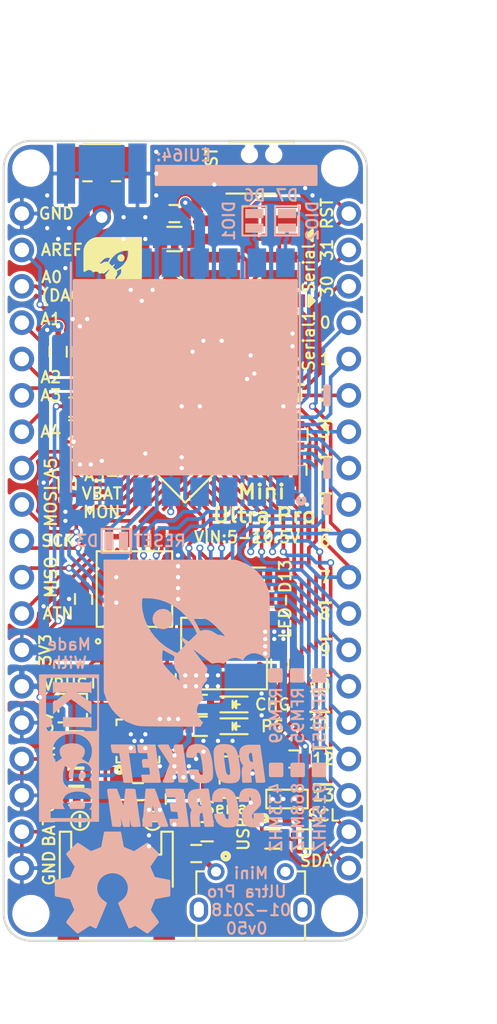
<source format=kicad_pcb>
(kicad_pcb (version 20171130) (host pcbnew no-vcs-found-a7cdd94~61~ubuntu16.04.1)
  (title_block (title "Mini Ultra Pro") (date 2017-03-03) (rev 0.40) (company "Rocket Scream Electronics"))
  (layers (0 F.Cu signal) (31 B.Cu signal) (34 B.Paste user) (35 F.Paste user) (36 B.SilkS user) (37 F.SilkS user) (38 B.Mask user) (39 F.Mask user) (44 Edge.Cuts user))
  (net 0 "")
  (net 1 "Net-(D1-Pad1)")
  (net 2 "Net-(J1-Pad3)")
  (net 3 "Net-(J1-Pad4)")
  (net 4 GND)
  (net 5 "Net-(C1-Pad2)")
  (net 6 "Net-(C2-Pad2)")
  (net 7 3V3)
  (net 8 "Net-(C4-Pad1)")
  (net 9 "Net-(C5-Pad1)")
  (net 10 VBUS)
  (net 11 VBAT)
  (net 12 VUSB)
  (net 13 /D13)
  (net 14 VIN)
  (net 15 /TX_LED)
  (net 16 /RX_LED)
  (net 17 /RESET)
  (net 18 "Net-(R6-Pad2)")
  (net 19 "Net-(R7-Pad2)")
  (net 20 "Net-(R9-Pad2)")
  (net 21 "Net-(R10-Pad2)")
  (net 22 /A0)
  (net 23 /A1)
  (net 24 /A2)
  (net 25 /A3)
  (net 26 /A4)
  (net 27 /D8)
  (net 28 /D9)
  (net 29 /D4)
  (net 30 /D3)
  (net 31 /D1)
  (net 32 /D0)
  (net 33 /MOSI)
  (net 34 /SCK)
  (net 35 /MISO)
  (net 36 /ATN)
  (net 37 /D2)
  (net 38 /D5)
  (net 39 /D11)
  (net 40 /D10)
  (net 41 /D12)
  (net 42 /D6)
  (net 43 /D7)
  (net 44 /SDA)
  (net 45 /SCL)
  (net 46 /USB-)
  (net 47 /USB+)
  (net 48 /SWCLK)
  (net 49 /SWDIO)
  (net 50 /A5)
  (net 51 /USB_ID)
  (net 52 AREF)
  (net 53 VEXT)
  (net 54 /RST)
  (net 55 "Net-(J6-Pad6)")
  (net 56 "Net-(J6-Pad7)")
  (net 57 "Net-(J6-Pad8)")
  (net 58 "Net-(J2-Pad8)")
  (net 59 "Net-(J2-Pad9)")
  (net 60 "Net-(F1-Pad1)")
  (net 61 "Net-(M5-Pad~)")
  (net 62 "Net-(M6-Pad~)")
  (net 63 "Net-(J2-Pad4)")
  (net 64 /D30)
  (net 65 /D31)
  (net 66 /PG)
  (net 67 /CHG)
  (net 68 5V0)
  (net 69 "Net-(J2-Pad7)")
  (net 70 "Net-(U3-Pad7)")
  (net 71 "Net-(U3-Pad11)")
  (net 72 "Net-(U3-Pad12)")
  (net 73 "Net-(Q1-Pad3)")
  (net 74 "Net-(R8-Pad1)")
  (net 75 "Net-(U6-Pad5)")
  (net 76 "Net-(D2-Pad1)")
  (net 77 "Net-(D3-Pad1)")
  (net 78 "Net-(J2-Pad6)")
  (net 79 "Net-(J7-Pad1)")
  (net 80 "Net-(JP3-Pad1)")
  (net 81 "Net-(JP1-Pad2)")
  (net 82 "Net-(JP2-Pad2)")
  (module RocketScreamKicadLibrary:LOGO-ROCKET-SCREAM_Without_Text_XXXSmall (layer F.Cu) (at 134.62 79.883)
    (fp_text reference LOGO4 hide)
    (fp_text value LOGO-ROCKET-SCREAM hide)
  )
  (module RocketScreamKicadLibrary:SOIC-8-W (layer F.Cu) (at 136.144 102.4255 90)
    (fp_text reference U5 hide)
    (fp_text value W25Q16JVSSIM)
    (pad 1 smd rect (at -3.655 -1.905 90) (size 1.471 0.561) (layers F.Cu F.Paste F.Mask) (net 29 /D4))
    (pad 2 smd rect (at -3.655 -0.635 90) (size 1.471 0.561) (layers F.Cu F.Paste F.Mask) (net 35 /MISO))
    (pad 3 smd rect (at -3.655 0.635 90) (size 1.471 0.561) (layers F.Cu F.Paste F.Mask) (net 7 3V3))
    (pad 4 smd rect (at -3.655 1.905 90) (size 1.471 0.561) (layers F.Cu F.Paste F.Mask) (net 4 GND))
    (pad 5 smd rect (at 3.655 1.905 90) (size 1.471 0.561) (layers F.Cu F.Paste F.Mask) (net 33 /MOSI))
    (pad 6 smd rect (at 3.655 0.635 90) (size 1.471 0.561) (layers F.Cu F.Paste F.Mask) (net 34 /SCK))
    (pad 7 smd rect (at 3.655 -0.635 90) (size 1.471 0.561) (layers F.Cu F.Paste F.Mask) (net 7 3V3))
    (pad 8 smd rect (at 3.655 -1.778 90) (size 1.471 0.561) (layers F.Cu F.Paste F.Mask) (net 7 3V3))
  )
  (module RocketScreamKicadLibrary:HDR_2x5_Pitch1.27mm_SMD (layer F.Cu) (at 144.272 77.978 90)
    (fp_text reference J6 hide)
    (fp_text value CONN-HDR-2x5)
    (pad 1 smd rect (at -2.54 2 90) (size 0.75 2.5) (layers F.Cu F.Paste F.Mask) (net 7 3V3))
    (pad 2 smd rect (at -2.54 -2 90) (size 0.75 2.5) (layers F.Cu F.Paste F.Mask) (net 49 /SWDIO))
    (pad 3 smd rect (at -1.27 2 90) (size 0.75 2.5) (layers F.Cu F.Paste F.Mask) (net 4 GND))
    (pad 4 smd rect (at -1.27 -2 90) (size 0.75 2.5) (layers F.Cu F.Paste F.Mask) (net 48 /SWCLK))
    (pad 5 smd rect (at 0 2 90) (size 0.75 2.5) (layers F.Cu F.Paste F.Mask) (net 4 GND))
    (pad 6 smd rect (at 0 -2 90) (size 0.75 2.5) (layers F.Cu F.Paste F.Mask) (net 55 "Net-(J6-Pad6)"))
    (pad 7 smd rect (at 1.27 2 90) (size 0.75 2.5) (layers F.Cu F.Paste F.Mask) (net 56 "Net-(J6-Pad7)"))
    (pad 8 smd rect (at 1.27 -2 90) (size 0.75 2.5) (layers F.Cu F.Paste F.Mask) (net 57 "Net-(J6-Pad8)"))
    (pad 9 smd rect (at 2.54 2 90) (size 0.75 2.5) (layers F.Cu F.Paste F.Mask) (net 4 GND))
    (pad 10 smd rect (at 2.54 -2 90) (size 0.75 2.5) (layers F.Cu F.Paste F.Mask) (net 54 /RST))
  )
  (module RocketScreamKicadLibrary:RF-SMA-EDGE_Without_Feed (layer B.Cu) (at 133.858 73.406 90)
    (fp_text reference J3 hide)
    (fp_text value RF-SMA-EDGE_Without_Feed)
    (pad 2 smd rect (at 0 -2.5 90) (size 4.2 1.27) (layers B.Cu B.Mask) (net 4 GND))
    (pad 3 smd rect (at 0 2.5 90) (size 4.2 1.27) (layers B.Cu B.Mask) (net 4 GND))
    (pad 5 smd rect (at 0 2.5 90) (size 4.2 1.27) (layers F.Cu F.Mask) (net 4 GND))
    (pad 4 smd rect (at 0 -2.5 90) (size 4.2 1.27) (layers F.Cu F.Mask) (net 4 GND))
  )
  (module RocketScreamKicadLibrary:U.FL-R-SMT_Extended (layer F.Cu) (at 133.858 72.644 180)
    (fp_text reference J7 hide)
    (fp_text value U.FL-R-SMT)
    (pad 2 smd rect (at -1.475 0 180) (size 1.05 2.2) (layers F.Cu F.Paste F.Mask) (net 4 GND))
    (pad 3 smd rect (at 1.475 0 180) (size 1.05 2.2) (layers F.Cu F.Paste F.Mask) (net 4 GND))
    (pad 1 smd rect (at 0 -2.05 180) (size 1 2.1) (layers F.Cu F.Paste F.Mask) (net 79 "Net-(J7-Pad1)"))
  )
  (module RocketScreamKicadLibrary:HOLE_NPTH_2.2MM (layer F.Cu) (at 128.905 125.095)
    (fp_text reference M1 hide)
    (fp_text value MOUNT_HOLE)
    (pad "" np_thru_hole circle (at 0 0) (size 2.2 2.2) (drill 2.2) (layers *.Cu *.Mask))
  )
  (module RocketScreamKicadLibrary:HOLE_NPTH_2.2MM (layer F.Cu) (at 150.495 125.095)
    (fp_text reference M2 hide)
    (fp_text value MOUNT_HOLE)
    (pad "" np_thru_hole circle (at 0 0) (size 2.2 2.2) (drill 2.2) (layers *.Cu *.Mask))
  )
  (module RocketScreamKicadLibrary:HOLE_NPTH_2.2MM (layer F.Cu) (at 128.905 73.025)
    (fp_text reference M3 hide)
    (fp_text value MOUNT_HOLE)
    (pad "" np_thru_hole circle (at 0 0) (size 2.2 2.2) (drill 2.2) (layers *.Cu *.Mask))
  )
  (module RocketScreamKicadLibrary:HOLE_NPTH_2.2MM (layer F.Cu) (at 150.495 73.025)
    (fp_text reference M4 hide)
    (fp_text value MOUNT_HOLE)
    (pad "" np_thru_hole circle (at 0 0) (size 2.2 2.2) (drill 2.2) (layers *.Cu *.Mask))
  )
  (module RocketScreamKicadLibrary:HDR_1x19_Pitch2.54mm_WithoutSilk (layer F.Cu) (at 151.13 99.06 270)
    (fp_text reference J5 hide)
    (fp_text value CONN-HDR-1x19)
    (pad 14 thru_hole oval (at 10.16 0 270) (size 1.7272 1.7272) (drill 1.016) (layers *.Cu *.Mask) (net 40 /D10))
    (pad 13 thru_hole oval (at 7.62 0 270) (size 1.7272 1.7272) (drill 1.016) (layers *.Cu *.Mask) (net 28 /D9))
    (pad 12 thru_hole oval (at 5.08 0 270) (size 1.7272 1.7272) (drill 1.016) (layers *.Cu *.Mask) (net 27 /D8))
    (pad 11 thru_hole oval (at 2.54 0 270) (size 1.7272 1.7272) (drill 1.016) (layers *.Cu *.Mask) (net 43 /D7))
    (pad 1 thru_hole oval (at -22.86 0 270) (size 1.7272 1.7272) (drill 1.016) (layers *.Cu *.Mask) (net 54 /RST))
    (pad 2 thru_hole oval (at -20.32 0 270) (size 1.7272 1.7272) (drill 1.016) (layers *.Cu *.Mask) (net 65 /D31))
    (pad 3 thru_hole oval (at -17.78 0 270) (size 1.7272 1.7272) (drill 1.016) (layers *.Cu *.Mask) (net 64 /D30))
    (pad 4 thru_hole oval (at -15.24 0 270) (size 1.7272 1.7272) (drill 1.016) (layers *.Cu *.Mask) (net 32 /D0))
    (pad 5 thru_hole oval (at -12.7 0 270) (size 1.7272 1.7272) (drill 1.016) (layers *.Cu *.Mask) (net 31 /D1))
    (pad 6 thru_hole oval (at -10.16 0 270) (size 1.7272 1.7272) (drill 1.016) (layers *.Cu *.Mask) (net 37 /D2))
    (pad 7 thru_hole oval (at -7.62 0 270) (size 1.7272 1.7272) (drill 1.016) (layers *.Cu *.Mask) (net 30 /D3))
    (pad 8 thru_hole oval (at -5.08 0 270) (size 1.7272 1.7272) (drill 1.016) (layers *.Cu *.Mask) (net 29 /D4))
    (pad 9 thru_hole oval (at -2.54 0 270) (size 1.7272 1.7272) (drill 1.016) (layers *.Cu *.Mask) (net 38 /D5))
    (pad 10 thru_hole oval (at 0 0 270) (size 1.7272 1.7272) (drill 1.016) (layers *.Cu *.Mask) (net 42 /D6))
    (pad 15 thru_hole oval (at 12.7 0 270) (size 1.7272 1.7272) (drill 1.016) (layers *.Cu *.Mask) (net 39 /D11))
    (pad 16 thru_hole oval (at 15.24 0 270) (size 1.7272 1.7272) (drill 1.016) (layers *.Cu *.Mask) (net 41 /D12))
    (pad 17 thru_hole oval (at 17.78 0 270) (size 1.7272 1.7272) (drill 1.016) (layers *.Cu *.Mask) (net 13 /D13))
    (pad 18 thru_hole oval (at 20.32 0 270) (size 1.7272 1.7272) (drill 1.016) (layers *.Cu *.Mask) (net 45 /SCL))
    (pad 19 thru_hole oval (at 22.86 0 270) (size 1.7272 1.7272) (drill 1.016) (layers *.Cu *.Mask) (net 44 /SDA))
  )
  (module RocketScreamKicadLibrary:HDR_1x19_Pitch2.54mm_WithoutSilk (layer F.Cu) (at 128.27 99.06 270)
    (fp_text reference J4 hide)
    (fp_text value CONN-HDR-1x19)
    (pad 14 thru_hole oval (at 10.16 0 270) (size 1.7272 1.7272) (drill 1.016) (layers *.Cu *.Mask) (net 10 VBUS))
    (pad 13 thru_hole oval (at 7.62 0 270) (size 1.7272 1.7272) (drill 1.016) (layers *.Cu *.Mask) (net 7 3V3))
    (pad 12 thru_hole oval (at 5.08 0 270) (size 1.7272 1.7272) (drill 1.016) (layers *.Cu *.Mask) (net 36 /ATN))
    (pad 11 thru_hole oval (at 2.54 0 270) (size 1.7272 1.7272) (drill 1.016) (layers *.Cu *.Mask) (net 35 /MISO))
    (pad 1 thru_hole oval (at -22.86 0 270) (size 1.7272 1.7272) (drill 1.016) (layers *.Cu *.Mask) (net 4 GND))
    (pad 2 thru_hole oval (at -20.32 0 270) (size 1.7272 1.7272) (drill 1.016) (layers *.Cu *.Mask) (net 52 AREF))
    (pad 3 thru_hole oval (at -17.78 0 270) (size 1.7272 1.7272) (drill 1.016) (layers *.Cu *.Mask) (net 22 /A0))
    (pad 4 thru_hole oval (at -15.24 0 270) (size 1.7272 1.7272) (drill 1.016) (layers *.Cu *.Mask) (net 23 /A1))
    (pad 5 thru_hole oval (at -12.7 0 270) (size 1.7272 1.7272) (drill 1.016) (layers *.Cu *.Mask) (net 24 /A2))
    (pad 6 thru_hole oval (at -10.16 0 270) (size 1.7272 1.7272) (drill 1.016) (layers *.Cu *.Mask) (net 25 /A3))
    (pad 7 thru_hole oval (at -7.62 0 270) (size 1.7272 1.7272) (drill 1.016) (layers *.Cu *.Mask) (net 26 /A4))
    (pad 8 thru_hole oval (at -5.08 0 270) (size 1.7272 1.7272) (drill 1.016) (layers *.Cu *.Mask) (net 50 /A5))
    (pad 9 thru_hole oval (at -2.54 0 270) (size 1.7272 1.7272) (drill 1.016) (layers *.Cu *.Mask) (net 33 /MOSI))
    (pad 10 thru_hole oval (at 0 0 270) (size 1.7272 1.7272) (drill 1.016) (layers *.Cu *.Mask) (net 34 /SCK))
    (pad 15 thru_hole oval (at 12.7 0 270) (size 1.7272 1.7272) (drill 1.016) (layers *.Cu *.Mask) (net 68 5V0))
    (pad 16 thru_hole oval (at 15.24 0 270) (size 1.7272 1.7272) (drill 1.016) (layers *.Cu *.Mask) (net 14 VIN))
    (pad 17 thru_hole oval (at 17.78 0 270) (size 1.7272 1.7272) (drill 1.016) (layers *.Cu *.Mask) (net 4 GND))
    (pad 18 thru_hole oval (at 20.32 0 270) (size 1.7272 1.7272) (drill 1.016) (layers *.Cu *.Mask) (net 11 VBAT))
    (pad 19 thru_hole oval (at 22.86 0 270) (size 1.7272 1.7272) (drill 1.016) (layers *.Cu *.Mask) (net 4 GND))
  )
  (module RocketScreamKicadLibrary:SOT-23-5 (layer F.Cu) (at 146.812 117.094)
    (fp_text reference U6 hide)
    (fp_text value 24AA02E64T-I/OT)
    (pad 1 smd rect (at -0.95 1.35) (size 0.6 1.05) (layers F.Cu F.Paste F.Mask) (net 45 /SCL))
    (pad 2 smd rect (at 0 1.35) (size 0.6 1.05) (layers F.Cu F.Paste F.Mask) (net 4 GND))
    (pad 3 smd rect (at 0.95 1.35) (size 0.6 1.05) (layers F.Cu F.Paste F.Mask) (net 44 /SDA))
    (pad 4 smd rect (at 0.95 -1.35) (size 0.6 1.05) (layers F.Cu F.Paste F.Mask) (net 7 3V3))
    (pad 5 smd rect (at -0.95 -1.35) (size 0.6 1.05) (layers F.Cu F.Paste F.Mask) (net 75 "Net-(U6-Pad5)"))
  )
  (module RocketScreamKicadLibrary:C_0805 (layer F.Cu) (at 138.938 77.978 180)
    (fp_text reference C11 hide)
    (fp_text value "47uF 10V X5R")
    (pad 1 smd rect (at -1 0 180) (size 1 1.25) (layers F.Cu F.Paste F.Mask) (net 7 3V3))
    (pad 2 smd rect (at 1 0 180) (size 1 1.25) (layers F.Cu F.Paste F.Mask) (net 4 GND))
  )
  (module RocketScreamKicadLibrary:R_0603 (layer F.Cu) (at 132.08 89.7255)
    (fp_text reference R15 hide)
    (fp_text value 1M)
    (pad 1 smd rect (at -0.75 0) (size 0.5 0.9) (layers F.Cu F.Paste F.Mask) (net 11 VBAT))
    (pad 2 smd rect (at 0.75 0) (size 0.5 0.9) (layers F.Cu F.Paste F.Mask) (net 50 /A5))
  )
  (module RocketScreamKicadLibrary:R_0603 (layer F.Cu) (at 132.08 91.313 180)
    (fp_text reference R16 hide)
    (fp_text value 3M3)
    (pad 1 smd rect (at -0.75 0 180) (size 0.5 0.9) (layers F.Cu F.Paste F.Mask) (net 4 GND))
    (pad 2 smd rect (at 0.75 0 180) (size 0.5 0.9) (layers F.Cu F.Paste F.Mask) (net 50 /A5))
  )
  (module RocketScreamKicadLibrary:R_0603 (layer F.Cu) (at 132.08 115.57)
    (fp_text reference R10 hide)
    (fp_text value 2K2)
    (pad 1 smd rect (at -0.75 0) (size 0.5 0.9) (layers F.Cu F.Paste F.Mask) (net 4 GND))
    (pad 2 smd rect (at 0.75 0) (size 0.5 0.9) (layers F.Cu F.Paste F.Mask) (net 21 "Net-(R10-Pad2)"))
  )
  (module RocketScreamKicadLibrary:R_0603 (layer F.Cu) (at 147.574 91.694 270)
    (fp_text reference R11 hide)
    (fp_text value 100K)
    (pad 1 smd rect (at -0.75 0 270) (size 0.5 0.9) (layers F.Cu F.Paste F.Mask) (net 63 "Net-(J2-Pad4)"))
    (pad 2 smd rect (at 0.75 0 270) (size 0.5 0.9) (layers F.Cu F.Paste F.Mask) (net 7 3V3))
  )
  (module RocketScreamKicadLibrary:R_0603 (layer F.Cu) (at 140.716 112.014)
    (fp_text reference R12 hide)
    (fp_text value 2K2)
    (pad 1 smd rect (at -0.75 0) (size 0.5 0.9) (layers F.Cu F.Paste F.Mask) (net 66 /PG))
    (pad 2 smd rect (at 0.75 0) (size 0.5 0.9) (layers F.Cu F.Paste F.Mask) (net 76 "Net-(D2-Pad1)"))
  )
  (module RocketScreamKicadLibrary:R_0603 (layer F.Cu) (at 140.716 110.49)
    (fp_text reference R13 hide)
    (fp_text value 2K2)
    (pad 1 smd rect (at -0.75 0) (size 0.5 0.9) (layers F.Cu F.Paste F.Mask) (net 67 /CHG))
    (pad 2 smd rect (at 0.75 0) (size 0.5 0.9) (layers F.Cu F.Paste F.Mask) (net 77 "Net-(D3-Pad1)"))
  )
  (module RocketScreamKicadLibrary:R_0603 (layer F.Cu) (at 148.082 119.888)
    (fp_text reference R14 hide)
    (fp_text value 2K2)
    (pad 1 smd rect (at -0.75 0) (size 0.5 0.9) (layers F.Cu F.Paste F.Mask) (net 7 3V3))
    (pad 2 smd rect (at 0.75 0) (size 0.5 0.9) (layers F.Cu F.Paste F.Mask) (net 44 /SDA))
  )
  (module RocketScreamKicadLibrary:R_0603 (layer F.Cu) (at 132.08 113.03)
    (fp_text reference R7 hide)
    (fp_text value 46K4)
    (pad 1 smd rect (at -0.75 0) (size 0.5 0.9) (layers F.Cu F.Paste F.Mask) (net 4 GND))
    (pad 2 smd rect (at 0.75 0) (size 0.5 0.9) (layers F.Cu F.Paste F.Mask) (net 19 "Net-(R7-Pad2)"))
  )
  (module RocketScreamKicadLibrary:R_0603 (layer F.Cu) (at 132.08 114.3)
    (fp_text reference R9 hide)
    (fp_text value 2K94)
    (pad 1 smd rect (at -0.75 0) (size 0.5 0.9) (layers F.Cu F.Paste F.Mask) (net 4 GND))
    (pad 2 smd rect (at 0.75 0) (size 0.5 0.9) (layers F.Cu F.Paste F.Mask) (net 20 "Net-(R9-Pad2)"))
  )
  (module RocketScreamKicadLibrary:R_0603 (layer F.Cu) (at 135.382 108.712 270)
    (fp_text reference R6 hide)
    (fp_text value 1K18)
    (pad 1 smd rect (at -0.75 0 270) (size 0.5 0.9) (layers F.Cu F.Paste F.Mask) (net 4 GND))
    (pad 2 smd rect (at 0.75 0 270) (size 0.5 0.9) (layers F.Cu F.Paste F.Mask) (net 18 "Net-(R6-Pad2)"))
  )
  (module RocketScreamKicadLibrary:R_0603 (layer F.Cu) (at 145.796 119.888 180)
    (fp_text reference R5 hide)
    (fp_text value 2K2)
    (pad 1 smd rect (at -0.75 0 180) (size 0.5 0.9) (layers F.Cu F.Paste F.Mask) (net 7 3V3))
    (pad 2 smd rect (at 0.75 0 180) (size 0.5 0.9) (layers F.Cu F.Paste F.Mask) (net 45 /SCL))
  )
  (module RocketScreamKicadLibrary:R_0603 (layer F.Cu) (at 144.78 82.296)
    (fp_text reference R4 hide)
    (fp_text value 10K)
    (pad 1 smd rect (at -0.75 0) (size 0.5 0.9) (layers F.Cu F.Paste F.Mask) (net 7 3V3))
    (pad 2 smd rect (at 0.75 0) (size 0.5 0.9) (layers F.Cu F.Paste F.Mask) (net 54 /RST))
  )
  (module RocketScreamKicadLibrary:R_0603 (layer F.Cu) (at 144.78 101.6 180)
    (fp_text reference R1 hide)
    (fp_text value 2K2)
    (pad 1 smd rect (at -0.75 0 180) (size 0.5 0.9) (layers F.Cu F.Paste F.Mask) (net 1 "Net-(D1-Pad1)"))
    (pad 2 smd rect (at 0.75 0 180) (size 0.5 0.9) (layers F.Cu F.Paste F.Mask) (net 73 "Net-(Q1-Pad3)"))
  )
  (module RocketScreamKicadLibrary:R_0603 (layer F.Cu) (at 147.066 82.296 180)
    (fp_text reference R2 hide)
    (fp_text value 330R)
    (pad 1 smd rect (at -0.75 0 180) (size 0.5 0.9) (layers F.Cu F.Paste F.Mask) (net 17 /RESET))
    (pad 2 smd rect (at 0.75 0 180) (size 0.5 0.9) (layers F.Cu F.Paste F.Mask) (net 54 /RST))
  )
  (module RocketScreamKicadLibrary:R_0603 (layer F.Cu) (at 146.05 91.694 270)
    (fp_text reference R3 hide)
    (fp_text value 330R)
    (pad 1 smd rect (at -0.75 0 270) (size 0.5 0.9) (layers F.Cu F.Paste F.Mask) (net 63 "Net-(J2-Pad4)"))
    (pad 2 smd rect (at 0.75 0 270) (size 0.5 0.9) (layers F.Cu F.Paste F.Mask) (net 51 /USB_ID))
  )
  (module RocketScreamKicadLibrary:R_0603 (layer F.Cu) (at 132.08 116.84 180)
    (fp_text reference R8 hide)
    (fp_text value 10K)
    (pad 1 smd rect (at -0.75 0 180) (size 0.5 0.9) (layers F.Cu F.Paste F.Mask) (net 74 "Net-(R8-Pad1)"))
    (pad 2 smd rect (at 0.75 0 180) (size 0.5 0.9) (layers F.Cu F.Paste F.Mask) (net 4 GND))
  )
  (module RocketScreamKicadLibrary:I_0603 (layer F.Cu) (at 130.81 85.852 90)
    (fp_text reference L2 hide)
    (fp_text value BLM18KG221SN1D)
    (pad 1 smd rect (at -0.75 0 90) (size 0.8 0.75) (layers F.Cu F.Paste F.Mask) (net 8 "Net-(C4-Pad1)"))
    (pad 2 smd rect (at 0.75 0 90) (size 0.8 0.75) (layers F.Cu F.Paste F.Mask) (net 7 3V3))
  )
  (module RocketScreamKicadLibrary:I_0603 (layer F.Cu) (at 140.208 117.094 270)
    (fp_text reference L1 hide)
    (fp_text value BLM18KG221SN1D)
    (pad 1 smd rect (at -0.75 0 270) (size 0.8 0.75) (layers F.Cu F.Paste F.Mask) (net 68 5V0))
    (pad 2 smd rect (at 0.75 0 270) (size 0.8 0.75) (layers F.Cu F.Paste F.Mask) (net 60 "Net-(F1-Pad1)"))
  )
  (module RocketScreamKicadLibrary:I_0603 (layer F.Cu) (at 140.462 120.904 180)
    (fp_text reference L3 hide)
    (fp_text value BLM18KG221SN1D)
    (pad 1 smd rect (at -0.75 0 180) (size 0.8 0.75) (layers F.Cu F.Paste F.Mask) (net 78 "Net-(J2-Pad6)"))
    (pad 2 smd rect (at 0.75 0 180) (size 0.8 0.75) (layers F.Cu F.Paste F.Mask) (net 4 GND))
  )
  (module RocketScreamKicadLibrary:C_0603 (layer F.Cu) (at 132.08 92.837 180)
    (fp_text reference C18 hide)
    (fp_text value 100nF)
    (pad 1 smd rect (at -0.75 0 180) (size 0.8 0.75) (layers F.Cu F.Paste F.Mask) (net 4 GND))
    (pad 2 smd rect (at 0.75 0 180) (size 0.8 0.75) (layers F.Cu F.Paste F.Mask) (net 50 /A5))
  )
  (module RocketScreamKicadLibrary:C_0603 (layer F.Cu) (at 146.304 84.836 90)
    (fp_text reference C5 hide)
    (fp_text value "1uF 10V X5R")
    (pad 1 smd rect (at -0.75 0 90) (size 0.8 0.75) (layers F.Cu F.Paste F.Mask) (net 9 "Net-(C5-Pad1)"))
    (pad 2 smd rect (at 0.75 0 90) (size 0.8 0.75) (layers F.Cu F.Paste F.Mask) (net 4 GND))
  )
  (module RocketScreamKicadLibrary:C_0603 (layer F.Cu) (at 147.32 114.3 180)
    (fp_text reference C20 hide)
    (fp_text value 100nF)
    (pad 1 smd rect (at -0.75 0 180) (size 0.8 0.75) (layers F.Cu F.Paste F.Mask) (net 7 3V3))
    (pad 2 smd rect (at 0.75 0 180) (size 0.8 0.75) (layers F.Cu F.Paste F.Mask) (net 4 GND))
  )
  (module RocketScreamKicadLibrary:C_0603 (layer F.Cu) (at 136.906 108.712 90)
    (fp_text reference C17 hide)
    (fp_text value "4.7uF 10V X5R")
    (pad 1 smd rect (at -0.75 0 90) (size 0.8 0.75) (layers F.Cu F.Paste F.Mask) (net 10 VBUS))
    (pad 2 smd rect (at 0.75 0 90) (size 0.8 0.75) (layers F.Cu F.Paste F.Mask) (net 4 GND))
  )
  (module RocketScreamKicadLibrary:C_0603 (layer F.Cu) (at 136.398 116.586)
    (fp_text reference C16 hide)
    (fp_text value "4.7uF 10V X5R")
    (pad 1 smd rect (at -0.75 0) (size 0.8 0.75) (layers F.Cu F.Paste F.Mask) (net 11 VBAT))
    (pad 2 smd rect (at 0.75 0) (size 0.8 0.75) (layers F.Cu F.Paste F.Mask) (net 4 GND))
  )
  (module RocketScreamKicadLibrary:C_0603 (layer F.Cu) (at 138.43 108.712 90)
    (fp_text reference C15 hide)
    (fp_text value "1uF 10V X5R")
    (pad 1 smd rect (at -0.75 0 90) (size 0.8 0.75) (layers F.Cu F.Paste F.Mask) (net 10 VBUS))
    (pad 2 smd rect (at 0.75 0 90) (size 0.8 0.75) (layers F.Cu F.Paste F.Mask) (net 4 GND))
  )
  (module RocketScreamKicadLibrary:C_0603 (layer F.Cu) (at 134.747 85.598 180)
    (fp_text reference C14 hide)
    (fp_text value "4.7uF 10V X5R")
    (pad 1 smd rect (at -0.75 0 180) (size 0.8 0.75) (layers F.Cu F.Paste F.Mask) (net 52 AREF))
    (pad 2 smd rect (at 0.75 0 180) (size 0.8 0.75) (layers F.Cu F.Paste F.Mask) (net 4 GND))
  )
  (module RocketScreamKicadLibrary:C_0603 (layer F.Cu) (at 132.588 103.124 270)
    (fp_text reference C13 hide)
    (fp_text value 100nF)
    (pad 1 smd rect (at -0.75 0 270) (size 0.8 0.75) (layers F.Cu F.Paste F.Mask) (net 7 3V3))
    (pad 2 smd rect (at 0.75 0 270) (size 0.8 0.75) (layers F.Cu F.Paste F.Mask) (net 4 GND))
  )
  (module RocketScreamKicadLibrary:C_0603 (layer F.Cu) (at 138.938 76.2 180)
    (fp_text reference C12 hide)
    (fp_text value 100nF)
    (pad 1 smd rect (at -0.75 0 180) (size 0.8 0.75) (layers F.Cu F.Paste F.Mask) (net 7 3V3))
    (pad 2 smd rect (at 0.75 0 180) (size 0.8 0.75) (layers F.Cu F.Paste F.Mask) (net 4 GND))
  )
  (module RocketScreamKicadLibrary:C_0603 (layer F.Cu) (at 138.938 117.094 270)
    (fp_text reference C10 hide)
    (fp_text value "4.7uF 10V X5R")
    (pad 1 smd rect (at -0.75 0 270) (size 0.8 0.75) (layers F.Cu F.Paste F.Mask) (net 68 5V0))
    (pad 2 smd rect (at 0.75 0 270) (size 0.8 0.75) (layers F.Cu F.Paste F.Mask) (net 4 GND))
  )
  (module RocketScreamKicadLibrary:C_0603 (layer F.Cu) (at 133.858 108.966 270)
    (fp_text reference C9 hide)
    (fp_text value "1uF 50V X5R")
    (pad 1 smd rect (at -0.75 0 270) (size 0.8 0.75) (layers F.Cu F.Paste F.Mask) (net 4 GND))
    (pad 2 smd rect (at 0.75 0 270) (size 0.8 0.75) (layers F.Cu F.Paste F.Mask) (net 53 VEXT))
  )
  (module RocketScreamKicadLibrary:C_0603 (layer F.Cu) (at 131.445 95.123 270)
    (fp_text reference C8 hide)
    (fp_text value 100nF)
    (pad 1 smd rect (at -0.75 0 270) (size 0.8 0.75) (layers F.Cu F.Paste F.Mask) (net 7 3V3))
    (pad 2 smd rect (at 0.75 0 270) (size 0.8 0.75) (layers F.Cu F.Paste F.Mask) (net 4 GND))
  )
  (module RocketScreamKicadLibrary:C_0603 (layer F.Cu) (at 147.574 94.107 270)
    (fp_text reference C7 hide)
    (fp_text value 100nF)
    (pad 1 smd rect (at -0.75 0 270) (size 0.8 0.75) (layers F.Cu F.Paste F.Mask) (net 7 3V3))
    (pad 2 smd rect (at 0.75 0 270) (size 0.8 0.75) (layers F.Cu F.Paste F.Mask) (net 4 GND))
  )
  (module RocketScreamKicadLibrary:C_0603 (layer F.Cu) (at 134.747 84.074 180)
    (fp_text reference C6 hide)
    (fp_text value 100nF)
    (pad 1 smd rect (at -0.75 0 180) (size 0.8 0.75) (layers F.Cu F.Paste F.Mask) (net 52 AREF))
    (pad 2 smd rect (at 0.75 0 180) (size 0.8 0.75) (layers F.Cu F.Paste F.Mask) (net 4 GND))
  )
  (module RocketScreamKicadLibrary:C_0603 (layer F.Cu) (at 132.334 85.852 90)
    (fp_text reference C4 hide)
    (fp_text value 100nF)
    (pad 1 smd rect (at -0.75 0 90) (size 0.8 0.75) (layers F.Cu F.Paste F.Mask) (net 8 "Net-(C4-Pad1)"))
    (pad 2 smd rect (at 0.75 0 90) (size 0.8 0.75) (layers F.Cu F.Paste F.Mask) (net 4 GND))
  )
  (module RocketScreamKicadLibrary:C_0603 (layer F.Cu) (at 145.034 84.836 90)
    (fp_text reference C3 hide)
    (fp_text value 100nF)
    (pad 1 smd rect (at -0.75 0 90) (size 0.8 0.75) (layers F.Cu F.Paste F.Mask) (net 7 3V3))
    (pad 2 smd rect (at 0.75 0 90) (size 0.8 0.75) (layers F.Cu F.Paste F.Mask) (net 4 GND))
  )
  (module RocketScreamKicadLibrary:C_0603 (layer F.Cu) (at 139.192 81.28 315)
    (fp_text reference C1 hide)
    (fp_text value 18pF)
    (pad 1 smd rect (at -0.75 0 315) (size 0.8 0.75) (layers F.Cu F.Paste F.Mask) (net 4 GND))
    (pad 2 smd rect (at 0.75 0 315) (size 0.8 0.75) (layers F.Cu F.Paste F.Mask) (net 5 "Net-(C1-Pad2)"))
  )
  (module RocketScreamKicadLibrary:C_0603 (layer F.Cu) (at 146.304 107.696 270)
    (fp_text reference C19 hide)
    (fp_text value "1uF 10V X5R")
    (pad 1 smd rect (at -0.75 0 270) (size 0.8 0.75) (layers F.Cu F.Paste F.Mask) (net 7 3V3))
    (pad 2 smd rect (at 0.75 0 270) (size 0.8 0.75) (layers F.Cu F.Paste F.Mask) (net 4 GND))
  )
  (module RocketScreamKicadLibrary:C_0603 (layer F.Cu) (at 141.224 83.312 135)
    (fp_text reference C2 hide)
    (fp_text value 18pF)
    (pad 1 smd rect (at -0.75 0 135) (size 0.8 0.75) (layers F.Cu F.Paste F.Mask) (net 4 GND))
    (pad 2 smd rect (at 0.75 0 135) (size 0.8 0.75) (layers F.Cu F.Paste F.Mask) (net 6 "Net-(C2-Pad2)"))
  )
  (module RocketScreamKicadLibrary:ANTENNA-PAD (layer F.Cu) (at 133.858 76.454)
    (fp_text reference J8 hide)
    (fp_text value ANTENNA-PAD)
    (pad 1 thru_hole circle (at 0 0) (size 1.3 1.3) (drill 0.8) (layers *.Cu *.Mask) (net 79 "Net-(J7-Pad1)"))
  )
  (module RocketScreamKicadLibrary:TQFP-48_7x7mm_Pitch0.5mm (layer F.Cu) (at 139.7 91.44 315)
    (fp_text reference U1 hide)
    (fp_text value ATSAMD21G18A-AU)
    (pad 48 smd rect (at -2.75 -4.35 45) (size 1.3 0.25) (layers F.Cu F.Paste F.Mask) (net 16 /RX_LED))
    (pad 47 smd rect (at -2.25 -4.35 45) (size 1.3 0.25) (layers F.Cu F.Paste F.Mask) (net 50 /A5))
    (pad 46 smd rect (at -1.749999 -4.35 45) (size 1.3 0.25) (layers F.Cu F.Paste F.Mask) (net 49 /SWDIO))
    (pad 45 smd rect (at -1.25 -4.35 45) (size 1.3 0.25) (layers F.Cu F.Paste F.Mask) (net 48 /SWCLK))
    (pad 44 smd rect (at -0.750001 -4.35 45) (size 1.3 0.25) (layers F.Cu F.Paste F.Mask) (net 7 3V3))
    (pad 43 smd rect (at -0.25 -4.35 45) (size 1.3 0.25) (layers F.Cu F.Paste F.Mask) (net 9 "Net-(C5-Pad1)"))
    (pad 42 smd rect (at 0.25 -4.35 45) (size 1.3 0.25) (layers F.Cu F.Paste F.Mask) (net 4 GND))
    (pad 41 smd rect (at 0.750001 -4.35 45) (size 1.3 0.25) (layers F.Cu F.Paste F.Mask) (net 51 /USB_ID))
    (pad 40 smd rect (at 1.25 -4.35 45) (size 1.3 0.25) (layers F.Cu F.Paste F.Mask) (net 17 /RESET))
    (pad 39 smd rect (at 1.749999 -4.35 45) (size 1.3 0.25) (layers F.Cu F.Paste F.Mask) (net 15 /TX_LED))
    (pad 38 smd rect (at 2.25 -4.35 45) (size 1.3 0.25) (layers F.Cu F.Paste F.Mask) (net 65 /D31))
    (pad 37 smd rect (at 2.75 -4.35 45) (size 1.3 0.25) (layers F.Cu F.Paste F.Mask) (net 64 /D30))
    (pad 36 smd rect (at 4.35 -2.75 315) (size 1.3 0.25) (layers F.Cu F.Paste F.Mask) (net 7 3V3))
    (pad 35 smd rect (at 4.35 -2.25 315) (size 1.3 0.25) (layers F.Cu F.Paste F.Mask) (net 4 GND))
    (pad 34 smd rect (at 4.35 -1.749999 315) (size 1.3 0.25) (layers F.Cu F.Paste F.Mask) (net 47 /USB+))
    (pad 33 smd rect (at 4.35 -1.25 315) (size 1.3 0.25) (layers F.Cu F.Paste F.Mask) (net 46 /USB-))
    (pad 32 smd rect (at 4.35 -0.750001 315) (size 1.3 0.25) (layers F.Cu F.Paste F.Mask) (net 45 /SCL))
    (pad 31 smd rect (at 4.35 -0.25 315) (size 1.3 0.25) (layers F.Cu F.Paste F.Mask) (net 44 /SDA))
    (pad 30 smd rect (at 4.35 0.25 315) (size 1.3 0.25) (layers F.Cu F.Paste F.Mask) (net 43 /D7))
    (pad 29 smd rect (at 4.35 0.750001 315) (size 1.3 0.25) (layers F.Cu F.Paste F.Mask) (net 42 /D6))
    (pad 28 smd rect (at 4.35 1.25 315) (size 1.3 0.25) (layers F.Cu F.Paste F.Mask) (net 41 /D12))
    (pad 27 smd rect (at 4.35 1.749999 315) (size 1.3 0.25) (layers F.Cu F.Paste F.Mask) (net 40 /D10))
    (pad 26 smd rect (at 4.35 2.25 315) (size 1.3 0.25) (layers F.Cu F.Paste F.Mask) (net 13 /D13))
    (pad 25 smd rect (at 4.35 2.75 315) (size 1.3 0.25) (layers F.Cu F.Paste F.Mask) (net 39 /D11))
    (pad 24 smd rect (at 2.75 4.35 45) (size 1.3 0.25) (layers F.Cu F.Paste F.Mask) (net 38 /D5))
    (pad 23 smd rect (at 2.25 4.35 45) (size 1.3 0.25) (layers F.Cu F.Paste F.Mask) (net 37 /D2))
    (pad 22 smd rect (at 1.749999 4.35 45) (size 1.3 0.25) (layers F.Cu F.Paste F.Mask) (net 36 /ATN))
    (pad 21 smd rect (at 1.25 4.35 45) (size 1.3 0.25) (layers F.Cu F.Paste F.Mask) (net 35 /MISO))
    (pad 20 smd rect (at 0.750001 4.35 45) (size 1.3 0.25) (layers F.Cu F.Paste F.Mask) (net 34 /SCK))
    (pad 19 smd rect (at 0.25 4.35 45) (size 1.3 0.25) (layers F.Cu F.Paste F.Mask) (net 33 /MOSI))
    (pad 18 smd rect (at -0.25 4.35 45) (size 1.3 0.25) (layers F.Cu F.Paste F.Mask) (net 4 GND))
    (pad 17 smd rect (at -0.750001 4.35 45) (size 1.3 0.25) (layers F.Cu F.Paste F.Mask) (net 7 3V3))
    (pad 16 smd rect (at -1.25 4.35 45) (size 1.3 0.25) (layers F.Cu F.Paste F.Mask) (net 32 /D0))
    (pad 15 smd rect (at -1.749999 4.35 45) (size 1.3 0.25) (layers F.Cu F.Paste F.Mask) (net 31 /D1))
    (pad 14 smd rect (at -2.25 4.35 45) (size 1.3 0.25) (layers F.Cu F.Paste F.Mask) (net 30 /D3))
    (pad 13 smd rect (at -2.75 4.35 45) (size 1.3 0.25) (layers F.Cu F.Paste F.Mask) (net 29 /D4))
    (pad 12 smd rect (at -4.35 2.75 315) (size 1.3 0.25) (layers F.Cu F.Paste F.Mask) (net 28 /D9))
    (pad 11 smd rect (at -4.35 2.25 315) (size 1.3 0.25) (layers F.Cu F.Paste F.Mask) (net 27 /D8))
    (pad 10 smd rect (at -4.35 1.749999 315) (size 1.3 0.25) (layers F.Cu F.Paste F.Mask) (net 26 /A4))
    (pad 9 smd rect (at -4.35 1.25 315) (size 1.3 0.25) (layers F.Cu F.Paste F.Mask) (net 25 /A3))
    (pad 8 smd rect (at -4.35 0.750001 315) (size 1.3 0.25) (layers F.Cu F.Paste F.Mask) (net 24 /A2))
    (pad 7 smd rect (at -4.35 0.25 315) (size 1.3 0.25) (layers F.Cu F.Paste F.Mask) (net 23 /A1))
    (pad 6 smd rect (at -4.35 -0.25 315) (size 1.3 0.25) (layers F.Cu F.Paste F.Mask) (net 8 "Net-(C4-Pad1)"))
    (pad 5 smd rect (at -4.35 -0.750001 315) (size 1.3 0.25) (layers F.Cu F.Paste F.Mask) (net 4 GND))
    (pad 4 smd rect (at -4.35 -1.25 315) (size 1.3 0.25) (layers F.Cu F.Paste F.Mask) (net 52 AREF))
    (pad 3 smd rect (at -4.35 -1.749999 315) (size 1.3 0.25) (layers F.Cu F.Paste F.Mask) (net 22 /A0))
    (pad 2 smd rect (at -4.35 -2.25 315) (size 1.3 0.25) (layers F.Cu F.Paste F.Mask) (net 5 "Net-(C1-Pad2)"))
    (pad 1 smd rect (at -4.35 -2.75 315) (size 1.3 0.25) (layers F.Cu F.Paste F.Mask) (net 6 "Net-(C2-Pad2)"))
  )
  (module RocketScreamKicadLibrary:MICRO-USB (layer F.Cu) (at 144.272 123.698)
    (fp_text reference J2 hide)
    (fp_text value MICRO-USB)
    (pad 9 thru_hole oval (at 3.625 1.125) (size 1.3 1.7) (drill oval 0.7 1.1) (layers *.Cu *.Mask F.Paste) (net 59 "Net-(J2-Pad9)"))
    (pad 8 thru_hole oval (at -3.625 1.125) (size 1.3 1.7) (drill oval 0.7 1.1) (layers *.Cu *.Mask F.Paste) (net 58 "Net-(J2-Pad8)"))
    (pad 7 thru_hole circle (at 2.425 -1.525) (size 1.2 1.2) (drill 0.7) (layers *.Cu *.Mask F.Paste) (net 69 "Net-(J2-Pad7)"))
    (pad 6 thru_hole circle (at -2.425 -1.525) (size 1.2 1.2) (drill 0.7) (layers *.Cu *.Mask F.Paste) (net 78 "Net-(J2-Pad6)"))
    (pad 5 smd rect (at 1.3 -1.45) (size 0.4 1.35) (layers F.Cu F.Paste F.Mask) (net 4 GND))
    (pad 4 smd rect (at 0.65 -1.45) (size 0.4 1.35) (layers F.Cu F.Paste F.Mask) (net 63 "Net-(J2-Pad4)"))
    (pad 3 smd rect (at 0 -1.45) (size 0.4 1.35) (layers F.Cu F.Paste F.Mask) (net 47 /USB+))
    (pad 2 smd rect (at -0.65 -1.45) (size 0.4 1.35) (layers F.Cu F.Paste F.Mask) (net 46 /USB-))
    (pad 1 smd rect (at -1.3 -1.45) (size 0.4 1.35) (layers F.Cu F.Paste F.Mask) (net 12 VUSB))
  )
  (module RocketScreamKicadLibrary:SOT-89 (layer F.Cu) (at 142.41 106.934 90)
    (fp_text reference U4 hide)
    (fp_text value MCP1700T-3302E/MB)
    (pad 2 smd rect (at 0 0 90) (size 2 2.5) (drill (offset 0 -1.1)) (layers F.Cu F.Paste F.Mask) (net 10 VBUS))
    (pad 3 smd rect (at 1.5 1.75 90) (size 0.8 1.2) (layers F.Cu F.Paste F.Mask) (net 7 3V3))
    (pad 2 smd rect (at 0 1.1 90) (size 0.8 2.2) (drill (offset 0 0.15)) (layers F.Cu F.Paste F.Mask) (net 10 VBUS))
    (pad 1 smd rect (at -1.5 1.75 90) (size 0.8 1.2) (layers F.Cu F.Paste F.Mask) (net 4 GND))
  )
  (module RocketScreamKicadLibrary:ABS07 (layer F.Cu) (at 138.938 83.566 315)
    (fp_text reference Y1 hide)
    (fp_text value FC-135)
    (pad 2 smd rect (at 1.249999 0 315) (size 1.1 1.9) (layers F.Cu F.Paste F.Mask) (net 6 "Net-(C2-Pad2)"))
    (pad 1 smd rect (at -1.249999 0 315) (size 1.1 1.9) (layers F.Cu F.Paste F.Mask) (net 5 "Net-(C1-Pad2)"))
  )
  (module RocketScreamKicadLibrary:MF-PSMF020X (layer F.Cu) (at 141.224 119.38)
    (fp_text reference F1 hide)
    (fp_text value MF-PSMF050X-2)
    (pad 2 smd rect (at 1.1 0) (size 1 1.5) (layers F.Cu F.Paste F.Mask) (net 12 VUSB))
    (pad 1 smd rect (at -1.1 0) (size 1 1.5) (layers F.Cu F.Paste F.Mask) (net 60 "Net-(F1-Pad1)"))
  )
  (module RocketScreamKicadLibrary:LOGO-OSHW_Small (layer B.Cu) (at 134.62 122.936 180)
    (fp_text reference LOGO2 hide)
    (fp_text value LOGO-OSHW hide)
  )
  (module RocketScreamKicadLibrary:FIDUCIAL-1MM (layer F.Cu) (at 131.826 106.68)
    (fp_text reference M5 hide)
    (fp_text value FIDUCIAL)
    (pad ~ smd circle (at 0 0) (size 1 1) (layers F.Cu F.Mask) (net 61 "Net-(M5-Pad~)") (clearance 1))
  )
  (module RocketScreamKicadLibrary:FIDUCIAL-1MM (layer F.Cu) (at 139.446 73.152)
    (fp_text reference M6 hide)
    (fp_text value FIDUCIAL)
    (pad ~ smd circle (at 0 0) (size 1 1) (layers F.Cu F.Mask) (net 62 "Net-(M6-Pad~)") (clearance 1))
  )
  (module RocketScreamKicadLibrary:SOT-1016 (layer F.Cu) (at 131.826 110.744 270)
    (fp_text reference D4 hide)
    (fp_text value PMEG3020CPA)
    (pad 3 smd rect (at 0 -0.925 270) (size 0.4 0.25) (layers F.Cu F.Paste F.Mask) (net 53 VEXT))
    (pad 3 smd rect (at 0 -0.25 270) (size 1.6 1.1) (layers F.Cu F.Paste F.Mask) (net 53 VEXT))
    (pad 2 smd rect (at 0.65 0.8 270) (size 0.4 0.5) (layers F.Cu F.Paste F.Mask) (net 14 VIN))
    (pad 1 smd rect (at -0.65 0.8 270) (size 0.4 0.5) (layers F.Cu F.Paste F.Mask) (net 68 5V0))
  )
  (module RocketScreamKicadLibrary:S2B-PH-SM4-TB (layer F.Cu) (at 134.874 122.428)
    (fp_text reference J1 hide)
    (fp_text value S2B-PH-SM4-TB)
    (pad 4 smd rect (at 3.35 2.8) (size 1.5 3.4) (layers F.Cu F.Paste F.Mask) (net 3 "Net-(J1-Pad4)"))
    (pad 3 smd rect (at -3.35 2.8) (size 1.5 3.4) (layers F.Cu F.Paste F.Mask) (net 2 "Net-(J1-Pad3)"))
    (pad 2 smd rect (at 1 -2.75) (size 1 3.5) (layers F.Cu F.Paste F.Mask) (net 4 GND))
    (pad 1 smd rect (at -1 -2.75) (size 1 3.5) (layers F.Cu F.Paste F.Mask) (net 11 VBAT))
  )
  (module RocketScreamKicadLibrary:TS-018 (layer F.Cu) (at 145.034 71.882)
    (fp_text reference SW1 hide)
    (fp_text value SPNO)
    (pad "" np_thru_hole circle (at 0.85 0.2) (size 0.8 0.8) (drill 0.8) (layers *.Cu *.Mask))
    (pad "" np_thru_hole circle (at -0.85 0.2) (size 0.8 0.8) (drill 0.8) (layers *.Cu *.Mask))
    (pad 4 smd rect (at -2.3 0.2) (size 0.9 1.2) (layers F.Cu F.Paste F.Mask))
    (pad 3 smd rect (at 2.3 0.2) (size 0.9 1.2) (layers F.Cu F.Paste F.Mask))
    (pad 2 smd rect (at 1.675 1.75) (size 1.15 1.3) (layers F.Cu F.Paste F.Mask) (net 54 /RST))
    (pad 1 smd rect (at -1.675 1.75) (size 1.15 1.3) (layers F.Cu F.Paste F.Mask) (net 4 GND))
  )
  (module RocketScreamKicadLibrary:LOGO-ROCKET-SCREAM_Vertical_Small (layer B.Cu) (at 139.8016 110.0328 180)
    (fp_text reference LOGO1 hide)
    (fp_text value LOGO-ROCKET-SCREAM hide)
  )
  (module RocketScreamKicadLibrary:LOGO-KICAD_XSmall (layer B.Cu) (at 131.572 113.538 270)
    (fp_text reference LOGO3 hide)
    (fp_text value LOGO-KICAD hide)
  )
  (module RocketScreamKicadLibrary:RFM9xW (layer B.Cu) (at 139.7 87.63 90)
    (fp_text reference U3 hide)
    (fp_text value RFM95W)
    (pad 16 smd rect (at 8 7 90) (size 2 1.3) (layers B.Cu B.Paste B.Mask) (net 82 "Net-(JP2-Pad2)"))
    (pad 15 smd rect (at 8 5 90) (size 2 1.3) (layers B.Cu B.Paste B.Mask) (net 81 "Net-(JP1-Pad2)"))
    (pad 14 smd rect (at 8 3 90) (size 2 1.3) (layers B.Cu B.Paste B.Mask) (net 37 /D2))
    (pad 13 smd rect (at 8 1 90) (size 2 1.3) (layers B.Cu B.Paste B.Mask) (net 7 3V3))
    (pad 12 smd rect (at 8 -1 90) (size 2 1.3) (layers B.Cu B.Paste B.Mask) (net 72 "Net-(U3-Pad12)"))
    (pad 11 smd rect (at 8 -3 90) (size 2 1.3) (layers B.Cu B.Paste B.Mask) (net 71 "Net-(U3-Pad11)"))
    (pad 10 smd rect (at 8 -5 90) (size 2 1.3) (layers B.Cu B.Paste B.Mask) (net 4 GND))
    (pad 9 smd rect (at 8 -7 90) (size 2 1.3) (layers B.Cu B.Paste B.Mask) (net 79 "Net-(J7-Pad1)"))
    (pad 8 smd rect (at -8 -7 90) (size 2 1.3) (layers B.Cu B.Paste B.Mask) (net 4 GND))
    (pad 7 smd rect (at -8 -5 90) (size 2 1.3) (layers B.Cu B.Paste B.Mask) (net 70 "Net-(U3-Pad7)"))
    (pad 6 smd rect (at -8 -3 90) (size 2 1.3) (layers B.Cu B.Paste B.Mask) (net 80 "Net-(JP3-Pad1)"))
    (pad 5 smd rect (at -8 -1 90) (size 2 1.3) (layers B.Cu B.Paste B.Mask) (net 38 /D5))
    (pad 4 smd rect (at -8 1 90) (size 2 1.3) (layers B.Cu B.Paste B.Mask) (net 34 /SCK))
    (pad 3 smd rect (at -8 3 90) (size 2 1.3) (layers B.Cu B.Paste B.Mask) (net 33 /MOSI))
    (pad 2 smd rect (at -8 5 90) (size 2 1.3) (layers B.Cu B.Paste B.Mask) (net 35 /MISO))
    (pad 1 smd rect (at -8 7 90) (size 2 1.3) (layers B.Cu B.Paste B.Mask) (net 4 GND))
  )
  (module RocketScreamKicadLibrary:SOT-23 (layer F.Cu) (at 141.478 102.108 270)
    (fp_text reference Q1 hide)
    (fp_text value 2N7002LT1G)
    (pad 3 smd rect (at 0 -1.15 270) (size 0.65 1.05) (layers F.Cu F.Paste F.Mask) (net 73 "Net-(Q1-Pad3)"))
    (pad 2 smd rect (at 0.95 1.15 270) (size 0.65 1.05) (layers F.Cu F.Paste F.Mask) (net 4 GND))
    (pad 1 smd rect (at -0.95 1.15 270) (size 0.65 1.05) (layers F.Cu F.Paste F.Mask) (net 13 /D13))
  )
  (module RocketScreamKicadLibrary:QFN-16_3x3mm (layer F.Cu) (at 136.386 113.042 90)
    (fp_text reference U2 hide)
    (fp_text value BQ24074RGTT)
    (pad 16 smd rect (at -0.75 -1.475 180) (size 0.85 0.3) (layers F.Cu F.Paste F.Mask) (net 21 "Net-(R10-Pad2)"))
    (pad 15 smd rect (at -0.25 -1.475 180) (size 0.85 0.28) (layers F.Cu F.Paste F.Mask) (net 20 "Net-(R9-Pad2)"))
    (pad 14 smd rect (at 0.25 -1.475 180) (size 0.85 0.28) (layers F.Cu F.Paste F.Mask) (net 19 "Net-(R7-Pad2)"))
    (pad 13 smd rect (at 0.75 -1.475 180) (size 0.85 0.28) (layers F.Cu F.Paste F.Mask) (net 53 VEXT))
    (pad 12 smd rect (at 1.475 -0.75 90) (size 0.85 0.28) (layers F.Cu F.Paste F.Mask) (net 18 "Net-(R6-Pad2)"))
    (pad 11 smd rect (at 1.475 -0.25 90) (size 0.85 0.28) (layers F.Cu F.Paste F.Mask) (net 10 VBUS))
    (pad 10 smd rect (at 1.475 0.25 90) (size 0.85 0.28) (layers F.Cu F.Paste F.Mask) (net 10 VBUS))
    (pad 9 smd rect (at 1.475 0.75 90) (size 0.85 0.28) (layers F.Cu F.Paste F.Mask) (net 67 /CHG))
    (pad 8 smd rect (at 0.75 1.475 180) (size 0.85 0.28) (layers F.Cu F.Paste F.Mask) (net 4 GND))
    (pad 7 smd rect (at 0.25 1.475 180) (size 0.85 0.3) (layers F.Cu F.Paste F.Mask) (net 66 /PG))
    (pad 6 smd rect (at -0.25 1.475 180) (size 0.85 0.28) (layers F.Cu F.Paste F.Mask) (net 4 GND))
    (pad 5 smd rect (at -0.75 1.475 180) (size 0.85 0.28) (layers F.Cu F.Paste F.Mask) (net 10 VBUS))
    (pad 4 smd rect (at -1.475 0.75 90) (size 0.85 0.28) (layers F.Cu F.Paste F.Mask) (net 4 GND))
    (pad 3 smd rect (at -1.475 0.25 90) (size 0.85 0.28) (layers F.Cu F.Paste F.Mask) (net 11 VBAT))
    (pad 2 smd rect (at -1.475 -0.25 90) (size 0.85 0.28) (layers F.Cu F.Paste F.Mask) (net 11 VBAT))
    (pad 1 smd rect (at -1.475 -0.75 90) (size 0.85 0.28) (layers F.Cu F.Paste F.Mask) (net 74 "Net-(R8-Pad1)"))
    (pad 17 smd rect (at -0.375 0.375 90) (size 0.75 0.75) (layers F.Cu F.Paste F.Mask) (net 4 GND))
    (pad 17 smd rect (at -0.375 -0.375 90) (size 0.75 0.75) (layers F.Cu F.Paste F.Mask) (net 4 GND))
    (pad 17 smd rect (at 0.375 -0.375 90) (size 0.75 0.75) (layers F.Cu F.Paste F.Mask) (net 4 GND))
    (pad 17 smd rect (at 0.375 0.375 90) (size 0.75 0.75) (layers F.Cu F.Paste F.Mask) (net 4 GND))
  )
  (module RocketScreamKicadLibrary:LED_0603 (layer F.Cu) (at 144.78 103.124 180)
    (fp_text reference D1 hide)
    (fp_text value Yellow)
    (pad 1 smd rect (at -0.7493 0) (size 0.79756 0.79756) (layers F.Cu F.Paste F.Mask) (net 1 "Net-(D1-Pad1)"))
    (pad 2 smd rect (at 0.7493 0) (size 0.79756 0.79756) (layers F.Cu F.Paste F.Mask) (net 7 3V3))
  )
  (module RocketScreamKicadLibrary:LED_0603 (layer F.Cu) (at 143.256 112.014)
    (fp_text reference D2 hide)
    (fp_text value Green)
    (pad 1 smd rect (at -0.7493 0 180) (size 0.79756 0.79756) (layers F.Cu F.Paste F.Mask) (net 76 "Net-(D2-Pad1)"))
    (pad 2 smd rect (at 0.7493 0 180) (size 0.79756 0.79756) (layers F.Cu F.Paste F.Mask) (net 10 VBUS))
  )
  (module RocketScreamKicadLibrary:LED_0603 (layer F.Cu) (at 143.256 110.49)
    (fp_text reference D3 hide)
    (fp_text value Red)
    (pad 1 smd rect (at -0.7493 0 180) (size 0.79756 0.79756) (layers F.Cu F.Paste F.Mask) (net 77 "Net-(D3-Pad1)"))
    (pad 2 smd rect (at 0.7493 0 180) (size 0.79756 0.79756) (layers F.Cu F.Paste F.Mask) (net 10 VBUS))
  )
  (module RocketScreamKicadLibrary:JUMPER-1-WAY-SMD (layer B.Cu) (at 134.874 99.06 180)
    (fp_text reference JP3 hide)
    (fp_text value JUMPER-1-WAY)
    (pad 1 smd rect (at -0.508 0 180) (size 0.635 1.27) (layers B.Cu B.SilkS B.Mask) (net 80 "Net-(JP3-Pad1)"))
    (pad 2 smd rect (at 0.508 0 180) (size 0.635 1.27) (layers B.Cu B.SilkS B.Mask) (net 30 /D3))
  )
  (module RocketScreamKicadLibrary:JUMPER-1-WAY-SMD (layer B.Cu) (at 144.526 76.708 270)
    (fp_text reference JP1 hide)
    (fp_text value JUMPER-1-WAY)
    (pad 1 smd rect (at -0.508 0 270) (size 0.635 1.27) (layers B.Cu B.SilkS B.Mask) (net 42 /D6))
    (pad 2 smd rect (at 0.508 0 270) (size 0.635 1.27) (layers B.Cu B.SilkS B.Mask) (net 81 "Net-(JP1-Pad2)"))
  )
  (module RocketScreamKicadLibrary:JUMPER-1-WAY-SMD (layer B.Cu) (at 146.812 76.708 270)
    (fp_text reference JP2 hide)
    (fp_text value JUMPER-1-WAY)
    (pad 1 smd rect (at -0.508 0 270) (size 0.635 1.27) (layers B.Cu B.SilkS B.Mask) (net 43 /D7))
    (pad 2 smd rect (at 0.508 0 270) (size 0.635 1.27) (layers B.Cu B.SilkS B.Mask) (net 82 "Net-(JP2-Pad2)"))
  )
  (module RocketScreamKicadLibrary:SOT-143B (layer F.Cu) (at 142.748 115.57 90)
    (fp_text reference D5 hide)
    (fp_text value PRTR5V0U2X)
    (pad 4 smd rect (at -0.95 -1 90) (size 0.6 0.7) (layers F.Cu F.Paste F.Mask) (net 12 VUSB))
    (pad 3 smd rect (at 0.95 -1 90) (size 0.6 0.7) (layers F.Cu F.Paste F.Mask) (net 46 /USB-))
    (pad 2 smd rect (at 0.95 1 90) (size 0.6 0.7) (layers F.Cu F.Paste F.Mask) (net 47 /USB+))
    (pad 1 smd rect (at -0.75 1 90) (size 1 0.7) (layers F.Cu F.Paste F.Mask) (net 4 GND))
  )
  (gr_text "A5-\nVBAT\nMON" (at 133.858 95.758) (layer F.SilkS) (effects (font (size 0.8 0.8))))
  (gr_text Pro (at 147.447 97.282) (layer F.SilkS) (effects (font (size 1 1.1) (thickness 0.2))))
  (gr_text Ultra (at 143.637 97.282) (layer F.SilkS) (effects (font (size 1 1.1) (thickness 0.2))))
  (gr_text 433MHZ (at 146.05 118.364 90) (layer B.SilkS) (effects (font (size 0.8 0.8)) (justify mirror)))
  (gr_text EUI64: (at 139.573 72.136) (layer B.SilkS) (effects (font (size 0.8 0.8)) (justify mirror)))
  (gr_line (start 137.668 74.041) (end 148.844 74.041) (layer B.SilkS) (width 0.2))
  (gr_line (start 137.668 73.914) (end 148.844 73.914) (layer B.SilkS) (width 0.2))
  (gr_line (start 137.668 73.787) (end 148.844 73.787) (layer B.SilkS) (width 0.2))
  (gr_line (start 137.668 73.66) (end 148.844 73.66) (layer B.SilkS) (width 0.2))
  (gr_line (start 137.668 73.533) (end 148.844 73.533) (layer B.SilkS) (width 0.2))
  (gr_line (start 137.668 73.406) (end 148.844 73.406) (layer B.SilkS) (width 0.2))
  (gr_line (start 137.668 73.279) (end 148.844 73.279) (layer B.SilkS) (width 0.2))
  (gr_line (start 148.844 73.025) (end 137.668 73.025) (layer B.SilkS) (width 0.2))
  (gr_line (start 137.668 73.152) (end 148.844 73.152) (layer B.SilkS) (width 0.2))
  (gr_line (start 137.668 72.898) (end 148.844 72.898) (layer B.SilkS) (width 0.2))
  (gr_line (start 137.668 74.168) (end 137.668 72.898) (layer B.SilkS) (width 0.2))
  (gr_line (start 148.844 74.168) (end 137.668 74.168) (layer B.SilkS) (width 0.2))
  (gr_line (start 148.844 72.898) (end 148.844 74.168) (layer B.SilkS) (width 0.2))
  (gr_text USB (at 143.764 119.507 90) (layer F.SilkS) (effects (font (size 0.8 0.8))))
  (gr_text RFM95T (at 149.098 111.506 90) (layer B.SilkS) (effects (font (size 0.8 0.8)) (justify mirror)))
  (gr_text DIO2 (at 148.59 76.708 90) (layer B.SilkS) (effects (font (size 0.8 0.8)) (justify mirror)))
  (gr_text DIO1 (at 142.748 76.708 90) (layer B.SilkS) (effects (font (size 0.8 0.8)) (justify mirror)))
  (gr_text D7 (at 146.812 74.93) (layer B.SilkS) (effects (font (size 0.8 0.8)) (justify mirror)))
  (gr_text D6 (at 144.526 74.93) (layer B.SilkS) (effects (font (size 0.8 0.8)) (justify mirror)))
  (gr_text RESET (at 137.922 99.06) (layer B.SilkS) (effects (font (size 0.8 0.8)) (justify mirror)))
  (gr_text D3 (at 132.842 99.06) (layer B.SilkS) (effects (font (size 0.8 0.8)) (justify mirror)))
  (gr_text "Made\nWith" (at 131.572 106.934) (layer B.SilkS) (effects (font (size 0.8 0.8)) (justify mirror)))
  (gr_text LED-D13 (at 146.685 103.124 90) (layer F.SilkS) (effects (font (size 0.8 0.8))))
  (gr_circle (center 137.414 118.618) (end 137.414 119.253) (layer F.SilkS) (width 0.15))
  (gr_circle (center 132.334 118.618) (end 132.334 119.253) (layer F.SilkS) (width 0.15))
  (gr_text 868MHZ (at 147.574 118.364 90) (layer B.SilkS) (effects (font (size 0.8 0.8)) (justify mirror)))
  (gr_text 915MHZ (at 149.098 118.364 90) (layer B.SilkS) (effects (font (size 0.8 0.8)) (justify mirror)))
  (gr_text RFM69 (at 146.05 111.252 90) (layer B.SilkS) (effects (font (size 0.8 0.8)) (justify mirror)))
  (gr_text RFM95 (at 147.574 111.252 90) (layer B.SilkS) (effects (font (size 0.8 0.8)) (justify mirror)))
  (gr_text Serial (at 142.748 117.729) (layer F.SilkS) (effects (font (size 0.8 0.8))))
  (gr_text VIN:5-10.5V (at 144.018 98.806) (layer F.SilkS) (effects (font (size 0.8 0.8))))
  (gr_line (start 145.415 88.138) (end 147.955 88.138) (layer F.SilkS) (width 0.2))
  (gr_text PWM (at 146.685 88.9) (layer F.SilkS) (effects (font (size 0.8 0.8))))
  (gr_line (start 148.209 77.724) (end 148.59 77.851) (layer F.SilkS) (width 0.2))
  (gr_line (start 148.209 77.724) (end 148.59 77.597) (layer F.SilkS) (width 0.2))
  (gr_line (start 148.59 78.105) (end 148.209 77.724) (layer F.SilkS) (width 0.2))
  (gr_line (start 148.59 77.343) (end 148.59 78.105) (layer F.SilkS) (width 0.2))
  (gr_line (start 148.209 77.724) (end 148.59 77.343) (layer F.SilkS) (width 0.2))
  (gr_line (start 148.717 82.296) (end 148.336 82.423) (layer F.SilkS) (width 0.2))
  (gr_line (start 148.717 82.296) (end 148.336 82.169) (layer F.SilkS) (width 0.2))
  (gr_line (start 148.336 82.677) (end 148.717 82.296) (layer F.SilkS) (width 0.2))
  (gr_line (start 148.336 81.915) (end 148.336 82.677) (layer F.SilkS) (width 0.2))
  (gr_line (start 148.717 82.296) (end 148.336 81.915) (layer F.SilkS) (width 0.2))
  (gr_line (start 147.574 86.36) (end 147.193 86.233) (layer F.SilkS) (width 0.2))
  (gr_line (start 147.574 86.36) (end 147.193 86.487) (layer F.SilkS) (width 0.2))
  (gr_line (start 147.193 86.741) (end 147.574 86.36) (layer F.SilkS) (width 0.2))
  (gr_line (start 147.193 85.979) (end 147.193 86.741) (layer F.SilkS) (width 0.2))
  (gr_line (start 147.574 86.36) (end 147.193 85.979) (layer F.SilkS) (width 0.2))
  (gr_line (start 147.066 83.82) (end 147.447 83.947) (layer F.SilkS) (width 0.2))
  (gr_line (start 147.066 83.82) (end 147.447 83.693) (layer F.SilkS) (width 0.2))
  (gr_line (start 147.447 84.201) (end 147.447 83.439) (layer F.SilkS) (width 0.2))
  (gr_line (start 147.066 83.82) (end 147.447 84.201) (layer F.SilkS) (width 0.2))
  (gr_line (start 147.447 83.439) (end 147.066 83.82) (layer F.SilkS) (width 0.2))
  (gr_line (start 148.717 116.078) (end 149.987 116.078) (layer F.SilkS) (width 0.2))
  (gr_line (start 148.717 113.538) (end 149.987 113.538) (layer F.SilkS) (width 0.2))
  (gr_line (start 148.463 110.998) (end 149.733 110.998) (layer F.SilkS) (width 0.2))
  (gr_line (start 148.463 108.458) (end 149.733 108.458) (layer F.SilkS) (width 0.2))
  (gr_line (start 149.098 105.918) (end 149.86 105.918) (layer F.SilkS) (width 0.2))
  (gr_line (start 149.098 103.378) (end 149.86 103.378) (layer F.SilkS) (width 0.2))
  (gr_line (start 149.098 98.298) (end 149.86 98.298) (layer F.SilkS) (width 0.2))
  (gr_line (start 149.098 95.758) (end 149.86 95.758) (layer F.SilkS) (width 0.2))
  (gr_line (start 149.098 93.218) (end 149.86 93.218) (layer F.SilkS) (width 0.2))
  (gr_line (start 149.098 90.678) (end 149.86 90.678) (layer F.SilkS) (width 0.2))
  (gr_text Serial1 (at 148.336 85.09 90) (layer F.SilkS) (effects (font (size 0.8 0.8))))
  (gr_text Serial (at 148.336 80.01 90) (layer F.SilkS) (effects (font (size 0.8 0.8))))
  (gr_text RST (at 141.5415 72.644 90) (layer F.SilkS) (effects (font (size 0.8 0.8))))
  (gr_text GND (at 130.175 121.92 90) (layer F.SilkS) (effects (font (size 0.8 0.8))))
  (gr_text 5 (at 149.479 96.52) (layer F.SilkS) (effects (font (size 0.8 0.8))))
  (gr_text 4 (at 149.479 93.98) (layer F.SilkS) (effects (font (size 0.8 0.8))))
  (gr_text 2 (at 149.479 88.9) (layer F.SilkS) (effects (font (size 0.8 0.8))))
  (gr_text RST (at 149.606 76.2 90) (layer F.SilkS) (effects (font (size 0.8 0.8))))
  (gr_circle (center 146.558 81.28) (end 146.685 81.28) (layer F.SilkS) (width 0.2))
  (gr_text GND (at 130.683 76.2) (layer F.SilkS) (effects (font (size 0.8 0.8))))
  (gr_text ATN (at 130.81 104.14) (layer F.SilkS) (effects (font (size 0.8 0.8))))
  (gr_text "Mini \nUltra Pro\n01-2018 \n0v50" (at 143.9926 124.206) (layer B.SilkS) (effects (font (size 0.8 0.8)) (justify mirror)))
  (gr_text SWD (at 142.24 81.915) (layer F.SilkS) (effects (font (size 0.8 0.8))))
  (gr_line (start 137.033 118.618) (end 137.795 118.618) (layer F.SilkS) (width 0.2))
  (gr_line (start 131.953 118.618) (end 132.715 118.618) (layer F.SilkS) (width 0.2))
  (gr_line (start 132.334 118.237) (end 132.334 118.999) (layer F.SilkS) (width 0.2))
  (gr_arc (start 150.495 125.095) (end 152.4 125.095) (angle 90) (layer Edge.Cuts) (width 0.15))
  (gr_arc (start 128.905 125.095) (end 128.905 127) (angle 90) (layer Edge.Cuts) (width 0.15))
  (gr_arc (start 150.495 73.025) (end 150.495 71.12) (angle 90) (layer Edge.Cuts) (width 0.15))
  (gr_arc (start 128.905 73.025) (end 127 73.025) (angle 90) (layer Edge.Cuts) (width 0.15))
  (gr_text SCL (at 149.352 118.237) (layer F.SilkS) (effects (font (size 0.8 0.8))))
  (gr_text SDA (at 148.844 121.412) (layer F.SilkS) (effects (font (size 0.8 0.8))))
  (gr_text 13 (at 149.352 116.84) (layer F.SilkS) (effects (font (size 0.8 0.8))))
  (gr_text 12 (at 149.352 114.3) (layer F.SilkS) (effects (font (size 0.8 0.8))))
  (gr_text 11 (at 149.098 111.76) (layer F.SilkS) (effects (font (size 0.8 0.8))))
  (gr_text 10 (at 149.098 109.22) (layer F.SilkS) (effects (font (size 0.8 0.8))))
  (gr_text 9 (at 149.479 106.68) (layer F.SilkS) (effects (font (size 0.8 0.8))))
  (gr_text 8 (at 149.479 104.14) (layer F.SilkS) (effects (font (size 0.8 0.8))))
  (gr_text 7 (at 149.479 101.6) (layer F.SilkS) (effects (font (size 0.8 0.8))))
  (gr_text 6 (at 149.479 99.06) (layer F.SilkS) (effects (font (size 0.8 0.8))))
  (gr_text 31 (at 149.606 78.74 90) (layer F.SilkS) (effects (font (size 0.8 0.8))))
  (gr_text 3 (at 149.479 91.44) (layer F.SilkS) (effects (font (size 0.8 0.8))))
  (gr_text 30 (at 149.606 81.28 90) (layer F.SilkS) (effects (font (size 0.8 0.8))))
  (gr_text 1 (at 149.479 86.36) (layer F.SilkS) (effects (font (size 0.8 0.8))))
  (gr_text 0 (at 149.479 83.82) (layer F.SilkS) (effects (font (size 0.8 0.8))))
  (gr_text 5V (at 130.048 111.76 90) (layer F.SilkS) (effects (font (size 0.8 0.8))))
  (gr_text 3V3 (at 129.921 106.68 90) (layer F.SilkS) (effects (font (size 0.8 0.8))))
  (gr_text VBUS (at 131.318 109.093) (layer F.SilkS) (effects (font (size 0.8 0.8))))
  (gr_text VIN (at 130.175 114.3 90) (layer F.SilkS) (effects (font (size 0.8 0.8))))
  (gr_text GND (at 130.175 116.84 90) (layer F.SilkS) (effects (font (size 0.8 0.8))))
  (gr_text BAT (at 130.175 119.38 90) (layer F.SilkS) (effects (font (size 0.8 0.8))))
  (gr_text MISO (at 130.302 101.6 90) (layer F.SilkS) (effects (font (size 0.8 0.8))))
  (gr_text SCK (at 130.81 99.06) (layer F.SilkS) (effects (font (size 0.8 0.8))))
  (gr_text MOSI (at 130.302 98.171 90) (layer F.SilkS) (effects (font (size 0.8 0.8)) (justify left)))
  (gr_text A4 (at 130.302 91.44) (layer F.SilkS) (effects (font (size 0.8 0.8))))
  (gr_text A5 (at 130.302 93.98 90) (layer F.SilkS) (effects (font (size 0.8 0.8))))
  (gr_text A3 (at 130.302 88.9) (layer F.SilkS) (effects (font (size 0.8 0.8))))
  (gr_text A2 (at 130.302 87.63) (layer F.SilkS) (effects (font (size 0.8 0.8))))
  (gr_text A1 (at 130.302 83.566) (layer F.SilkS) (effects (font (size 0.8 0.8))))
  (gr_text "A0\n(DAC0)" (at 129.54 81.28) (layer F.SilkS) (effects (font (size 0.8 0.8)) (justify left)))
  (gr_text AREF (at 131.064 78.74) (layer F.SilkS) (effects (font (size 0.8 0.8))))
  (gr_text PG (at 145.796 112.014) (layer F.SilkS) (effects (font (size 0.8 0.8))))
  (gr_text CHG (at 145.796 110.49) (layer F.SilkS) (effects (font (size 0.8 0.8))))
  (gr_text Mini (at 145.034 95.631) (layer F.SilkS) (effects (font (size 1 1.1) (thickness 0.2))))
  (gr_line (start 150.495 127) (end 128.905 127) (layer Edge.Cuts) (width 0.15))
  (gr_line (start 152.4 73.025) (end 152.4 125.095) (layer Edge.Cuts) (width 0.15))
  (gr_line (start 128.905 71.12) (end 150.495 71.12) (layer Edge.Cuts) (width 0.15))
  (gr_line (start 127 125.095) (end 127 73.025) (layer Edge.Cuts) (width 0.15))
  (segment (start 145.53 101.6) (end 145.53 103.1233) (width 0.254) (layer F.Cu) (net 1))
  (segment (start 145.53 103.1233) (end 145.5293 103.124) (width 0.254) (layer F.Cu) (net 1))
  (segment (start 138.43 107.188) (end 137.9855 107.188) (width 0.254) (layer F.Cu) (net 4))
  (segment (start 137.9855 107.188) (end 136.906 107.188) (width 0.254) (layer F.Cu) (net 4))
  (segment (start 138.049 106.0805) (end 138.049 107.1245) (width 0.254) (layer F.Cu) (net 4))
  (segment (start 138.049 107.1245) (end 137.9855 107.188) (width 0.254) (layer F.Cu) (net 4))
  (segment (start 136.906 107.188) (end 136.906 107.962) (width 0.254) (layer F.Cu) (net 4))
  (segment (start 138.43 107.962) (end 138.43 107.188) (width 0.254) (layer F.Cu) (net 4))
  (segment (start 131.445 95.873) (end 131.445 96.901) (width 0.254) (layer F.Cu) (net 4))
  (segment (start 131.445 96.901) (end 131.318 97.028) (width 0.254) (layer F.Cu) (net 4))
  (segment (start 131.318 97.663) (end 131.318 97.028) (width 0.254) (layer F.Cu) (net 4))
  (segment (start 132.7 97.013) (end 132.685 97.028) (width 0.254) (layer B.Cu) (net 4))
  (segment (start 132.685 97.028) (end 132.588 97.028) (width 0.254) (layer B.Cu) (net 4))
  (segment (start 132.7 95.63) (end 132.7 97.013) (width 0.254) (layer B.Cu) (net 4))
  (via (at 131.318 97.663) (size 0.5) (drill 0.3) (layers F.Cu B.Cu) (net 4))
  (via (at 131.318 97.028) (size 0.5) (drill 0.3) (layers F.Cu B.Cu) (net 4))
  (segment (start 131.318 97.028) (end 132.588 97.028) (width 0.254) (layer B.Cu) (net 4))
  (via (at 132.842 83.566) (size 0.5) (drill 0.3) (layers F.Cu B.Cu) (net 4))
  (segment (start 132.842 83.566) (end 132.334 84.074) (width 0.254) (layer F.Cu) (net 4))
  (via (at 131.826 83.566) (size 0.5) (drill 0.3) (layers F.Cu B.Cu) (net 4))
  (segment (start 131.826 83.566) (end 132.334 84.074) (width 0.254) (layer B.Cu) (net 4))
  (segment (start 131.826 83.566) (end 132.334 84.074) (width 0.254) (layer F.Cu) (net 4))
  (segment (start 132.334 84.074) (end 132.334 85.102) (width 0.254) (layer F.Cu) (net 4))
  (via (at 132.334 84.074) (size 0.5) (drill 0.3) (layers F.Cu B.Cu) (net 4))
  (segment (start 133.997 85.725) (end 133.997 86.29579) (width 0.254) (layer F.Cu) (net 4))
  (segment (start 133.858 108.216) (end 134.5565 108.216) (width 0.254) (layer F.Cu) (net 4))
  (segment (start 134.5565 108.216) (end 134.5565 107.2) (width 0.254) (layer F.Cu) (net 4))
  (via (at 137.922 117.856) (size 0.5) (drill 0.3) (layers F.Cu B.Cu) (net 4))
  (segment (start 137.922 117.856) (end 137.16 117.856) (width 0.254) (layer B.Cu) (net 4))
  (segment (start 137.922 117.856) (end 138.176 117.602) (width 0.254) (layer F.Cu) (net 4))
  (segment (start 138.176 117.602) (end 138.176 115.062) (width 0.254) (layer F.Cu) (net 4))
  (segment (start 138.176 115.062) (end 137.922 114.808) (width 0.254) (layer F.Cu) (net 4))
  (via (at 137.16 117.856) (size 0.5) (drill 0.3) (layers F.Cu B.Cu) (net 4))
  (segment (start 137.16 117.856) (end 137.148 117.844) (width 0.254) (layer F.Cu) (net 4))
  (segment (start 137.148 117.844) (end 137.148 116.586) (width 0.254) (layer F.Cu) (net 4))
  (segment (start 137.16 119.634) (end 137.16 117.856) (width 0.254) (layer B.Cu) (net 4))
  (via (at 131.572 104.394) (size 0.5) (drill 0.3) (layers F.Cu B.Cu) (net 4))
  (segment (start 131.572 103.124) (end 131.572 104.394) (width 0.254) (layer F.Cu) (net 4))
  (via (at 131.572 103.124) (size 0.5) (drill 0.3) (layers F.Cu B.Cu) (net 4))
  (segment (start 128.27 116.84) (end 131.33 116.84) (width 0.254) (layer F.Cu) (net 4))
  (segment (start 146.57 114.3) (end 146.57 113.6784) (width 0.254) (layer F.Cu) (net 4))
  (segment (start 146.57 113.6784) (end 147.9804 112.268) (width 0.254) (layer F.Cu) (net 4))
  (segment (start 147.9804 112.268) (end 148.844 112.268) (width 0.254) (layer F.Cu) (net 4))
  (segment (start 148.844 116.84) (end 148.59 117.094) (width 0.254) (layer F.Cu) (net 4))
  (segment (start 148.844 112.268) (end 148.844 116.84) (width 0.254) (layer F.Cu) (net 4))
  (segment (start 148.59 117.094) (end 147.32 117.094) (width 0.254) (layer F.Cu) (net 4))
  (via (at 138.938 118.872) (size 0.5) (drill 0.3) (layers F.Cu B.Cu) (net 4))
  (segment (start 138.938 117.844) (end 138.938 118.872) (width 0.254) (layer F.Cu) (net 4))
  (segment (start 144.16 109.108) (end 144.78 109.728) (width 0.254) (layer F.Cu) (net 4))
  (segment (start 144.78 109.728) (end 145.034 109.728) (width 0.254) (layer F.Cu) (net 4))
  (via (at 145.034 109.728) (size 0.5) (drill 0.3) (layers F.Cu B.Cu) (net 4))
  (segment (start 144.16 108.434) (end 144.16 109.108) (width 0.254) (layer F.Cu) (net 4))
  (segment (start 146.304 108.446) (end 146.304 109.982) (width 0.254) (layer F.Cu) (net 4))
  (via (at 145.034 111.252) (size 0.5) (drill 0.3) (layers F.Cu B.Cu) (net 4))
  (segment (start 146.304 109.982) (end 145.034 111.252) (width 0.254) (layer F.Cu) (net 4))
  (via (at 147.828 95.885) (size 0.5) (drill 0.3) (layers F.Cu B.Cu) (net 4))
  (segment (start 147.828 95.885) (end 147.828 96.139) (width 0.254) (layer F.Cu) (net 4))
  (segment (start 147.828 96.139) (end 148.209 96.52) (width 0.254) (layer F.Cu) (net 4))
  (segment (start 147.828 95.885) (end 147.573 95.63) (width 0.254) (layer B.Cu) (net 4))
  (segment (start 147.573 95.63) (end 146.7 95.63) (width 0.254) (layer B.Cu) (net 4))
  (via (at 148.209 96.52) (size 0.5) (drill 0.3) (layers F.Cu B.Cu) (net 4))
  (segment (start 135.382 107.962) (end 134.632 107.962) (width 0.254) (layer F.Cu) (net 4))
  (segment (start 141.986 113.03) (end 143.002 113.03) (width 0.254) (layer F.Cu) (net 4))
  (via (at 143.002 113.03) (size 0.5) (drill 0.3) (layers F.Cu B.Cu) (net 4))
  (segment (start 140.97 113.03) (end 141.986 113.03) (width 0.254) (layer B.Cu) (net 4))
  (via (at 141.986 113.03) (size 0.5) (drill 0.3) (layers F.Cu B.Cu) (net 4))
  (segment (start 140.97 113.792) (end 140.97 113.03) (width 0.254) (layer F.Cu) (net 4))
  (via (at 140.97 113.03) (size 0.5) (drill 0.3) (layers F.Cu B.Cu) (net 4))
  (segment (start 140.462 114.3) (end 140.97 113.792) (width 0.254) (layer B.Cu) (net 4))
  (via (at 140.97 113.792) (size 0.5) (drill 0.3) (layers F.Cu B.Cu) (net 4))
  (segment (start 139.954 114.808) (end 140.462 114.3) (width 0.254) (layer F.Cu) (net 4))
  (via (at 140.462 114.3) (size 0.5) (drill 0.3) (layers F.Cu B.Cu) (net 4))
  (segment (start 135.333 72.644) (end 135.596 72.644) (width 0.254) (layer F.Cu) (net 4))
  (segment (start 135.596 72.644) (end 136.358 73.406) (width 0.254) (layer F.Cu) (net 4))
  (segment (start 132.383 72.644) (end 132.12 72.644) (width 0.254) (layer F.Cu) (net 4))
  (segment (start 132.12 72.644) (end 131.358 73.406) (width 0.254) (layer F.Cu) (net 4))
  (segment (start 135.382 77.978) (end 133.858 77.978) (width 0.254) (layer F.Cu) (net 4))
  (segment (start 136.906 77.978) (end 135.382 77.978) (width 0.254) (layer B.Cu) (net 4))
  (via (at 135.382 77.978) (size 0.5) (drill 0.3) (layers F.Cu B.Cu) (net 4))
  (segment (start 135.382 76.454) (end 136.906 77.978) (width 0.254) (layer F.Cu) (net 4))
  (via (at 136.906 77.978) (size 0.5) (drill 0.3) (layers F.Cu B.Cu) (net 4))
  (segment (start 136.906 76.454) (end 135.382 76.454) (width 0.254) (layer B.Cu) (net 4))
  (via (at 135.382 76.454) (size 0.5) (drill 0.3) (layers F.Cu B.Cu) (net 4))
  (segment (start 138.188 76.2) (end 137.16 76.2) (width 0.254) (layer F.Cu) (net 4))
  (segment (start 137.16 76.2) (end 136.906 76.454) (width 0.254) (layer F.Cu) (net 4))
  (via (at 136.906 76.454) (size 0.5) (drill 0.3) (layers F.Cu B.Cu) (net 4))
  (segment (start 143.359 73.632) (end 142.268 73.632) (width 0.254) (layer F.Cu) (net 4))
  (segment (start 142.268 73.632) (end 141.732 74.168) (width 0.254) (layer F.Cu) (net 4))
  (via (at 141.732 74.168) (size 0.5) (drill 0.3) (layers F.Cu B.Cu) (net 4))
  (via (at 131.572 77.216) (size 0.5) (drill 0.3) (layers F.Cu B.Cu) (net 4))
  (segment (start 131.572 77.216) (end 131.318 77.47) (width 0.254) (layer F.Cu) (net 4))
  (segment (start 131.318 77.47) (end 131.318 80.01) (width 0.254) (layer F.Cu) (net 4))
  (segment (start 130.048 77.216) (end 131.572 77.216) (width 0.254) (layer B.Cu) (net 4))
  (segment (start 131.358 77.002) (end 131.358 73.406) (width 0.254) (layer F.Cu) (net 4))
  (segment (start 131.572 77.216) (end 131.358 77.002) (width 0.254) (layer F.Cu) (net 4))
  (via (at 130.81 77.978) (size 0.5) (drill 0.3) (layers F.Cu B.Cu) (net 4))
  (segment (start 130.048 77.216) (end 130.81 77.978) (width 0.254) (layer F.Cu) (net 4))
  (via (at 144.399 115.316) (size 0.5) (drill 0.3) (layers F.Cu B.Cu) (net 4))
  (segment (start 144.399 115.316) (end 144.383 115.332) (width 0.254) (layer F.Cu) (net 4))
  (segment (start 144.383 115.332) (end 143.748 115.332) (width 0.254) (layer F.Cu) (net 4))
  (segment (start 143.748 115.332) (end 143.748 116.32) (width 0.254) (layer F.Cu) (net 4))
  (segment (start 143.748 116.32) (end 143.748 117.332) (width 0.254) (layer F.Cu) (net 4))
  (segment (start 143.748 117.332) (end 143.764 117.348) (width 0.254) (layer F.Cu) (net 4))
  (segment (start 143.764 117.348) (end 144.272 117.348) (width 0.254) (layer F.Cu) (net 4))
  (via (at 144.272 117.348) (size 0.5) (drill 0.3) (layers F.Cu B.Cu) (net 4))
  (via (at 145.796 117.094) (size 0.5) (drill 0.3) (layers F.Cu B.Cu) (net 4))
  (segment (start 147.32 117.094) (end 145.796 117.094) (width 0.254) (layer B.Cu) (net 4))
  (segment (start 145.796 117.094) (end 146.558 117.094) (width 0.254) (layer F.Cu) (net 4))
  (via (at 146.558 117.094) (size 0.5) (drill 0.3) (layers F.Cu B.Cu) (net 4))
  (via (at 147.32 117.094) (size 0.5) (drill 0.3) (layers F.Cu B.Cu) (net 4))
  (segment (start 147.32 117.094) (end 146.812 117.602) (width 0.254) (layer F.Cu) (net 4))
  (segment (start 146.812 117.602) (end 146.812 118.444) (width 0.254) (layer F.Cu) (net 4))
  (segment (start 147.193 85.471) (end 147.193 86.487) (width 0.254) (layer F.Cu) (net 4))
  (segment (start 147.193 86.487) (end 146.812 86.868) (width 0.254) (layer F.Cu) (net 4))
  (segment (start 146.812 86.868) (end 145.288 86.868) (width 0.254) (layer F.Cu) (net 4))
  (segment (start 145.288 86.868) (end 144.78 87.376) (width 0.254) (layer F.Cu) (net 4))
  (segment (start 144.78 87.376) (end 144.526 87.376) (width 0.254) (layer F.Cu) (net 4))
  (segment (start 144.018 87.757) (end 143.736553 87.757) (width 0.254) (layer F.Cu) (net 4))
  (segment (start 143.736553 87.757) (end 142.952691 88.540862) (width 0.254) (layer F.Cu) (net 4))
  (segment (start 144.526 87.376) (end 144.399 87.376) (width 0.254) (layer B.Cu) (net 4))
  (segment (start 144.399 87.376) (end 144.018 87.757) (width 0.254) (layer B.Cu) (net 4))
  (via (at 144.018 87.757) (size 0.5) (drill 0.3) (layers F.Cu B.Cu) (net 4))
  (via (at 144.526 87.376) (size 0.5) (drill 0.3) (layers F.Cu B.Cu) (net 4))
  (via (at 147.193 84.582) (size 0.5) (drill 0.3) (layers F.Cu B.Cu) (net 4))
  (segment (start 147.193 84.582) (end 147.193 84.098) (width 0.254) (layer F.Cu) (net 4))
  (segment (start 147.193 84.098) (end 147.181 84.086) (width 0.254) (layer F.Cu) (net 4))
  (segment (start 147.181 84.086) (end 146.304 84.086) (width 0.254) (layer F.Cu) (net 4))
  (segment (start 147.193 84.582) (end 147.193 85.471) (width 0.254) (layer B.Cu) (net 4))
  (via (at 147.193 85.471) (size 0.5) (drill 0.3) (layers F.Cu B.Cu) (net 4))
  (segment (start 139.192 100.838) (end 139.192 100.076) (width 0.254) (layer F.Cu) (net 4))
  (via (at 139.192 100.076) (size 0.5) (drill 0.3) (layers F.Cu B.Cu) (net 4))
  (segment (start 139.192 101.6) (end 139.192 100.838) (width 0.254) (layer B.Cu) (net 4))
  (via (at 139.192 100.838) (size 0.5) (drill 0.3) (layers F.Cu B.Cu) (net 4))
  (segment (start 139.192 102.362) (end 139.192 101.6) (width 0.254) (layer F.Cu) (net 4))
  (via (at 139.192 101.6) (size 0.5) (drill 0.3) (layers F.Cu B.Cu) (net 4))
  (segment (start 139.192 103.124) (end 139.192 102.362) (width 0.254) (layer B.Cu) (net 4))
  (via (at 139.192 102.362) (size 0.5) (drill 0.3) (layers F.Cu B.Cu) (net 4))
  (segment (start 140.328 103.058) (end 139.258 103.058) (width 0.254) (layer F.Cu) (net 4))
  (segment (start 139.258 103.058) (end 139.192 103.124) (width 0.254) (layer F.Cu) (net 4))
  (via (at 139.192 103.124) (size 0.5) (drill 0.3) (layers F.Cu B.Cu) (net 4))
  (segment (start 138.938 114.808) (end 139.954 114.808) (width 0.254) (layer F.Cu) (net 4))
  (via (at 139.954 114.808) (size 0.5) (drill 0.3) (layers F.Cu B.Cu) (net 4))
  (segment (start 137.922 114.808) (end 138.938 114.808) (width 0.254) (layer B.Cu) (net 4))
  (via (at 138.938 114.808) (size 0.5) (drill 0.3) (layers F.Cu B.Cu) (net 4))
  (via (at 137.922 114.808) (size 0.5) (drill 0.3) (layers F.Cu B.Cu) (net 4))
  (segment (start 137.16 119.634) (end 137.16 120.396) (width 0.254) (layer F.Cu) (net 4))
  (via (at 137.16 120.396) (size 0.5) (drill 0.3) (layers F.Cu B.Cu) (net 4))
  (segment (start 148.082 74.422) (end 148.59 74.93) (width 0.254) (layer B.Cu) (net 4))
  (via (at 148.59 74.93) (size 0.5) (drill 0.3) (layers F.Cu B.Cu) (net 4))
  (segment (start 147.828 75.438) (end 148.082 75.184) (width 0.254) (layer F.Cu) (net 4))
  (segment (start 148.082 75.184) (end 148.082 74.422) (width 0.254) (layer F.Cu) (net 4))
  (via (at 148.082 74.422) (size 0.5) (drill 0.3) (layers F.Cu B.Cu) (net 4))
  (segment (start 146.272 75.438) (end 147.828 75.438) (width 0.254) (layer F.Cu) (net 4))
  (via (at 138.557 111.506) (size 0.5) (drill 0.3) (layers F.Cu B.Cu) (net 4))
  (segment (start 138.557 111.506) (end 139.192 111.506) (width 0.254) (layer F.Cu) (net 4))
  (segment (start 137.922 111.506) (end 138.557 111.506) (width 0.254) (layer B.Cu) (net 4))
  (segment (start 139.192 111.506) (end 138.938 111.506) (width 0.254) (layer B.Cu) (net 4))
  (segment (start 138.938 111.506) (end 136.906 113.538) (width 0.254) (layer B.Cu) (net 4))
  (via (at 139.192 111.506) (size 0.5) (drill 0.3) (layers F.Cu B.Cu) (net 4))
  (segment (start 137.861 112.292) (end 137.861 111.567) (width 0.254) (layer F.Cu) (net 4))
  (segment (start 137.861 111.567) (end 137.922 111.506) (width 0.254) (layer F.Cu) (net 4))
  (via (at 137.922 111.506) (size 0.5) (drill 0.3) (layers F.Cu B.Cu) (net 4))
  (via (at 136.906 112.5728) (size 0.5) (drill 0.3) (layers F.Cu B.Cu) (net 4))
  (via (at 136.906 113.538) (size 0.5) (drill 0.3) (layers F.Cu B.Cu) (net 4))
  (via (at 137.414 81.534) (size 0.5) (drill 0.3) (layers F.Cu B.Cu) (net 4))
  (segment (start 137.414 81.534) (end 135.89 81.534) (width 0.254) (layer B.Cu) (net 4))
  (segment (start 137.414 81.534) (end 137.414 81.28) (width 0.254) (layer F.Cu) (net 4))
  (segment (start 137.414 80.264) (end 138.176 80.264) (width 0.254) (layer F.Cu) (net 4))
  (segment (start 137.414 81.28) (end 136.906 80.772) (width 0.254) (layer F.Cu) (net 4))
  (segment (start 136.906 80.772) (end 137.414 80.264) (width 0.254) (layer F.Cu) (net 4))
  (segment (start 138.176 80.264) (end 138.732381 80.820381) (width 0.254) (layer F.Cu) (net 4))
  (segment (start 135.89 81.534) (end 136.652 82.296) (width 0.254) (layer F.Cu) (net 4))
  (via (at 136.652 82.296) (size 0.5) (drill 0.3) (layers F.Cu B.Cu) (net 4))
  (segment (start 137.668 71.882) (end 138.43 72.644) (width 0.254) (layer B.Cu) (net 4))
  (via (at 137.668 73.406) (size 0.5) (drill 0.3) (layers F.Cu B.Cu) (net 4))
  (segment (start 137.668 73.406) (end 137.668 74.93) (width 0.254) (layer B.Cu) (net 4))
  (segment (start 137.668 73.406) (end 136.358 73.406) (width 0.254) (layer F.Cu) (net 4))
  (via (at 137.668 71.882) (size 0.5) (drill 0.3) (layers F.Cu B.Cu) (net 4))
  (segment (start 137.668 74.93) (end 137.668 71.882) (width 0.254) (layer F.Cu) (net 4))
  (via (at 131.318 80.01) (size 0.5) (drill 0.3) (layers F.Cu B.Cu) (net 4))
  (segment (start 138.514 112.292) (end 137.9996 112.292) (width 0.2032) (layer F.Cu) (net 4))
  (segment (start 135.874 119.678) (end 137.116 119.678) (width 0.254) (layer F.Cu) (net 4))
  (segment (start 137.116 119.678) (end 137.16 119.634) (width 0.254) (layer F.Cu) (net 4))
  (via (at 137.16 119.634) (size 0.5) (drill 0.3) (layers F.Cu B.Cu) (net 4))
  (via (at 137.668 74.93) (size 0.5) (drill 0.3) (layers F.Cu B.Cu) (net 4))
  (via (at 135.89 81.534) (size 0.5) (drill 0.3) (layers F.Cu B.Cu) (net 4))
  (via (at 130.048 77.216) (size 0.5) (drill 0.3) (layers F.Cu B.Cu) (net 4))
  (segment (start 130.048 77.216) (end 130.048 74.93) (width 0.254) (layer F.Cu) (net 4))
  (via (at 130.048 74.93) (size 0.5) (drill 0.3) (layers F.Cu B.Cu) (net 4))
  (segment (start 140.97 85.09) (end 140.208 85.852) (width 0.254) (layer F.Cu) (net 4))
  (via (at 140.208 85.852) (size 0.5) (drill 0.3) (layers F.Cu B.Cu) (net 4))
  (segment (start 142.24 85.09) (end 140.97 85.09) (width 0.254) (layer B.Cu) (net 4))
  (via (at 140.97 85.09) (size 0.5) (drill 0.3) (layers F.Cu B.Cu) (net 4))
  (segment (start 142.24 84.328) (end 142.24 85.09) (width 0.254) (layer F.Cu) (net 4))
  (via (at 142.24 85.09) (size 0.5) (drill 0.3) (layers F.Cu B.Cu) (net 4))
  (segment (start 141.683619 83.771619) (end 142.24 84.328) (width 0.254) (layer F.Cu) (net 4))
  (via (at 136.652 113.03) (size 0.5) (drill 0.3) (layers F.Cu B.Cu) (net 4))
  (via (at 135.89 112.5728) (size 0.5) (drill 0.3) (layers F.Cu B.Cu) (net 4))
  (via (at 136.144 113.0427) (size 0.5) (drill 0.3) (layers F.Cu B.Cu) (net 4))
  (via (at 135.89 113.538) (size 0.5) (drill 0.3) (layers F.Cu B.Cu) (net 4))
  (segment (start 138.684 82.042) (end 139.49066 82.042) (width 0.254) (layer F.Cu) (net 5))
  (segment (start 139.49066 82.042) (end 139.72233 81.81033) (width 0.254) (layer F.Cu) (net 5))
  (segment (start 138.054117 82.671883) (end 138.684 82.042) (width 0.254) (layer F.Cu) (net 5))
  (segment (start 138.054117 82.682117) (end 138.054117 82.671883) (width 0.254) (layer F.Cu) (net 5))
  (segment (start 138.215076 86.773095) (end 137.414 85.972019) (width 0.254) (layer F.Cu) (net 5))
  (segment (start 137.414 85.972019) (end 137.414 83.322234) (width 0.254) (layer F.Cu) (net 5))
  (segment (start 137.414 83.322234) (end 138.054117 82.682117) (width 0.254) (layer F.Cu) (net 5))
  (segment (start 140.462 83.82) (end 140.462 83.01334) (width 0.254) (layer F.Cu) (net 6))
  (segment (start 140.462 83.01334) (end 140.69367 82.78167) (width 0.254) (layer F.Cu) (net 6))
  (segment (start 139.832117 84.449883) (end 140.462 83.82) (width 0.254) (layer F.Cu) (net 6))
  (segment (start 139.821883 84.449883) (end 139.832117 84.449883) (width 0.254) (layer F.Cu) (net 6))
  (segment (start 138.568629 86.419542) (end 137.922 85.772913) (width 0.254) (layer F.Cu) (net 6))
  (segment (start 137.922 85.772913) (end 137.922 85.344) (width 0.254) (layer F.Cu) (net 6))
  (segment (start 137.922 85.344) (end 138.176 85.09) (width 0.254) (layer F.Cu) (net 6))
  (segment (start 138.176 85.09) (end 139.181766 85.09) (width 0.254) (layer F.Cu) (net 6))
  (segment (start 139.181766 85.09) (end 139.821883 84.449883) (width 0.254) (layer F.Cu) (net 6))
  (segment (start 131.445 94.373) (end 131.965 94.373) (width 0.254) (layer F.Cu) (net 7))
  (segment (start 132.715 95.123) (end 134.956339 95.123) (width 0.254) (layer F.Cu) (net 7))
  (segment (start 131.965 94.373) (end 132.715 95.123) (width 0.254) (layer F.Cu) (net 7))
  (segment (start 134.956339 95.123) (end 136.093755 93.985584) (width 0.254) (layer F.Cu) (net 7))
  (segment (start 131.572 94.488) (end 131.445 94.361) (width 0.381) (layer F.Cu) (net 7))
  (segment (start 131.445 94.361) (end 130.429 94.361) (width 0.381) (layer F.Cu) (net 7))
  (segment (start 130.429 94.361) (end 129.794 94.996) (width 0.381) (layer F.Cu) (net 7))
  (segment (start 135.509 100.424) (end 135.509 98.7705) (width 0.254) (layer F.Cu) (net 7))
  (segment (start 134.366 98.7705) (end 135.509 98.7705) (width 0.381) (layer F.Cu) (net 7))
  (segment (start 134.366 98.7705) (end 134.366 99.822) (width 0.381) (layer F.Cu) (net 7))
  (segment (start 134.366 99.822) (end 133.764 100.424) (width 0.381) (layer F.Cu) (net 7))
  (segment (start 136.779 106.0805) (end 136.779 104.267) (width 0.254) (layer F.Cu) (net 7))
  (segment (start 131.699 94.488) (end 131.572 94.615) (width 0.254) (layer F.Cu) (net 7))
  (segment (start 130.81 84.074) (end 130.302 84.074) (width 0.762) (layer B.Cu) (net 7))
  (segment (start 130.302 84.074) (end 130.048 84.328) (width 0.762) (layer B.Cu) (net 7))
  (segment (start 130.302 84.074) (end 130.048 84.328) (width 0.381) (layer F.Cu) (net 7))
  (segment (start 130.81 84.074) (end 130.302 84.074) (width 0.381) (layer F.Cu) (net 7))
  (segment (start 130.048 84.328) (end 129.794 84.582) (width 0.762) (layer B.Cu) (net 7))
  (segment (start 129.794 84.582) (end 129.794 89.1286) (width 0.762) (layer B.Cu) (net 7))
  (via (at 130.048 84.328) (size 0.5) (drill 0.3) (layers F.Cu B.Cu) (net 7))
  (segment (start 130.81 85.102) (end 130.81 84.074) (width 0.381) (layer F.Cu) (net 7))
  (segment (start 131.064 102.362) (end 132.576 102.362) (width 0.381) (layer F.Cu) (net 7))
  (segment (start 132.576 102.362) (end 132.588 102.374) (width 0.381) (layer F.Cu) (net 7))
  (segment (start 133.764 100.424) (end 132.588 101.6) (width 0.381) (layer F.Cu) (net 7))
  (segment (start 132.588 101.6) (end 132.588 102.374) (width 0.381) (layer F.Cu) (net 7))
  (segment (start 135.509 102.997) (end 136.779 104.267) (width 0.254) (layer F.Cu) (net 7))
  (segment (start 135.509 100.424) (end 135.509 102.997) (width 0.254) (layer F.Cu) (net 7))
  (segment (start 129.794 103.632) (end 131.064 102.362) (width 0.381) (layer F.Cu) (net 7))
  (via (at 129.794 103.632) (size 0.5) (drill 0.3) (layers F.Cu B.Cu) (net 7))
  (segment (start 129.794 103.632) (end 129.794 101.854) (width 0.508) (layer B.Cu) (net 7))
  (segment (start 147.574 120.777) (end 148.082 120.777) (width 0.254) (layer F.Cu) (net 7))
  (segment (start 147.332 119.888) (end 147.332 120.535) (width 0.254) (layer F.Cu) (net 7))
  (segment (start 147.332 120.535) (end 147.574 120.777) (width 0.254) (layer F.Cu) (net 7))
  (segment (start 148.082 113.411) (end 148.082 114.288) (width 0.254) (layer F.Cu) (net 7))
  (segment (start 148.082 114.288) (end 148.07 114.3) (width 0.254) (layer F.Cu) (net 7))
  (segment (start 144.272 83.058) (end 144.272 85.598) (width 0.254) (layer F.Cu) (net 7))
  (segment (start 144.272 85.598) (end 144.272 86.106) (width 0.254) (layer F.Cu) (net 7))
  (segment (start 145.034 85.586) (end 144.284 85.586) (width 0.254) (layer F.Cu) (net 7))
  (segment (start 144.284 85.586) (end 144.272 85.598) (width 0.254) (layer F.Cu) (net 7))
  (segment (start 144.03 82.296) (end 144.03 82.816) (width 0.254) (layer F.Cu) (net 7))
  (segment (start 144.03 82.816) (end 144.272 83.058) (width 0.254) (layer F.Cu) (net 7))
  (segment (start 145.288 106.426) (end 145.288 106.934) (width 0.508) (layer F.Cu) (net 7))
  (via (at 145.288 106.934) (size 0.5) (drill 0.3) (layers F.Cu B.Cu) (net 7))
  (segment (start 145.288 105.918) (end 145.288 106.426) (width 0.508) (layer B.Cu) (net 7))
  (via (at 145.288 106.426) (size 0.5) (drill 0.3) (layers F.Cu B.Cu) (net 7))
  (segment (start 148.082 113.411) (end 148.082 120.777) (width 0.508) (layer B.Cu) (net 7))
  (via (at 148.082 120.777) (size 0.5) (drill 0.3) (layers F.Cu B.Cu) (net 7))
  (segment (start 146.558 111.887) (end 148.082 113.411) (width 0.508) (layer B.Cu) (net 7))
  (via (at 148.082 113.411) (size 0.5) (drill 0.3) (layers F.Cu B.Cu) (net 7))
  (segment (start 146.558 105.918) (end 146.558 111.887) (width 0.508) (layer B.Cu) (net 7))
  (via (at 145.923 105.918) (size 0.5) (drill 0.3) (layers F.Cu B.Cu) (net 7))
  (segment (start 146.558 105.918) (end 145.923 105.918) (width 0.254) (layer F.Cu) (net 7))
  (segment (start 145.923 105.918) (end 145.288 105.918) (width 0.254) (layer B.Cu) (net 7))
  (via (at 145.923 105.41) (size 0.5) (drill 0.3) (layers F.Cu B.Cu) (net 7))
  (segment (start 145.288 105.41) (end 145.923 105.41) (width 0.254) (layer B.Cu) (net 7))
  (segment (start 145.923 105.41) (end 146.558 105.41) (width 0.254) (layer F.Cu) (net 7))
  (via (at 145.288 105.918) (size 0.5) (drill 0.3) (layers F.Cu B.Cu) (net 7))
  (segment (start 146.558 105.41) (end 146.558 105.918) (width 0.254) (layer B.Cu) (net 7))
  (via (at 146.558 105.918) (size 0.5) (drill 0.3) (layers F.Cu B.Cu) (net 7))
  (via (at 146.558 105.41) (size 0.5) (drill 0.3) (layers F.Cu B.Cu) (net 7))
  (segment (start 144.16 105.434) (end 145.264 105.434) (width 0.254) (layer F.Cu) (net 7))
  (segment (start 145.264 105.434) (end 145.288 105.41) (width 0.254) (layer F.Cu) (net 7))
  (via (at 145.288 105.41) (size 0.5) (drill 0.3) (layers F.Cu B.Cu) (net 7))
  (segment (start 144.272 85.852) (end 144.272 86.106) (width 0.254) (layer F.Cu) (net 7))
  (segment (start 144.03 82.296) (end 144.03 81.776) (width 0.254) (layer F.Cu) (net 7))
  (via (at 144.272 86.106) (size 0.5) (drill 0.3) (layers F.Cu B.Cu) (net 7))
  (segment (start 144.272 86.106) (end 144.272 84.582) (width 0.762) (layer B.Cu) (net 7))
  (segment (start 144.272 84.582) (end 140.7 81.01) (width 0.762) (layer B.Cu) (net 7))
  (segment (start 140.7 81.01) (end 140.7 79.63) (width 0.762) (layer B.Cu) (net 7))
  (segment (start 144.272 86.106) (end 142.24 88.138) (width 0.762) (layer B.Cu) (net 7))
  (segment (start 142.24 88.138) (end 129.794 88.138) (width 0.762) (layer B.Cu) (net 7))
  (segment (start 129.794 88.138) (end 129.794 89.1286) (width 0.762) (layer B.Cu) (net 7))
  (segment (start 144.272 86.106) (end 143.973339 86.106) (width 0.254) (layer F.Cu) (net 7))
  (segment (start 143.973339 86.106) (end 142.245584 87.833755) (width 0.254) (layer F.Cu) (net 7))
  (segment (start 147.574 92.444) (end 147.574 93.23) (width 0.254) (layer F.Cu) (net 7))
  (segment (start 147.574 93.23) (end 145.379087 93.23) (width 0.254) (layer F.Cu) (net 7))
  (segment (start 145.379087 93.23) (end 144.720458 92.571371) (width 0.254) (layer F.Cu) (net 7))
  (segment (start 146.546 119.888) (end 147.332 119.888) (width 0.254) (layer F.Cu) (net 7))
  (segment (start 144.0307 104.3813) (end 144.16 104.5106) (width 0.254) (layer F.Cu) (net 7))
  (segment (start 144.16 104.5106) (end 144.16 105.434) (width 0.254) (layer F.Cu) (net 7))
  (segment (start 144.0307 103.124) (end 144.0307 104.3813) (width 0.254) (layer F.Cu) (net 7))
  (segment (start 147.762 115.128) (end 148.07 114.82) (width 0.254) (layer F.Cu) (net 7))
  (segment (start 148.07 114.82) (end 148.07 114.3) (width 0.254) (layer F.Cu) (net 7))
  (segment (start 147.762 115.744) (end 147.762 115.128) (width 0.254) (layer F.Cu) (net 7))
  (segment (start 139.7 75.438) (end 140.7 76.438) (width 0.762) (layer B.Cu) (net 7))
  (segment (start 140.7 76.438) (end 140.7 77.74) (width 0.762) (layer B.Cu) (net 7))
  (segment (start 140.7 77.74) (end 140.7 79.63) (width 0.762) (layer B.Cu) (net 7))
  (via (at 139.7 75.438) (size 0.5) (drill 0.3) (layers F.Cu B.Cu) (net 7))
  (segment (start 139.7 75.438) (end 139.688 75.45) (width 0.508) (layer F.Cu) (net 7))
  (segment (start 139.688 75.45) (end 139.688 76.2) (width 0.508) (layer F.Cu) (net 7))
  (segment (start 139.938 77.2) (end 139.688 76.95) (width 0.508) (layer F.Cu) (net 7))
  (segment (start 139.688 76.95) (end 139.688 76.2) (width 0.508) (layer F.Cu) (net 7))
  (segment (start 139.938 77.978) (end 139.938 77.2) (width 0.508) (layer F.Cu) (net 7))
  (segment (start 144.78 80.518) (end 146.272 80.518) (width 0.254) (layer F.Cu) (net 7))
  (segment (start 144.526 80.772) (end 144.78 80.518) (width 0.254) (layer F.Cu) (net 7))
  (segment (start 144.526 81.28) (end 144.526 80.772) (width 0.254) (layer F.Cu) (net 7))
  (segment (start 144.03 81.776) (end 144.526 81.28) (width 0.254) (layer F.Cu) (net 7))
  (segment (start 142.245584 87.833755) (end 141.687339 88.392) (width 0.254) (layer F.Cu) (net 7))
  (segment (start 141.687339 88.392) (end 141.687339 88.855339) (width 0.254) (layer F.Cu) (net 7))
  (segment (start 141.687339 88.855339) (end 142.24 89.408) (width 0.254) (layer F.Cu) (net 7))
  (segment (start 142.24 89.408) (end 142.24 90.090913) (width 0.254) (layer F.Cu) (net 7))
  (segment (start 142.24 90.090913) (end 144.720458 92.571371) (width 0.254) (layer F.Cu) (net 7))
  (segment (start 129.794 94.996) (end 129.794 106.68) (width 0.381) (layer B.Cu) (net 7))
  (segment (start 129.794 94.966) (end 129.794 94.996) (width 0.381) (layer F.Cu) (net 7))
  (via (at 129.794 94.996) (size 0.5) (drill 0.3) (layers F.Cu B.Cu) (net 7))
  (segment (start 145.225087 93.076) (end 144.720458 92.571371) (width 0.254) (layer F.Cu) (net 7))
  (segment (start 136.779 106.553) (end 128.397 106.553) (width 0.254) (layer B.Cu) (net 7))
  (segment (start 128.397 106.553) (end 128.27 106.68) (width 0.254) (layer B.Cu) (net 7))
  (segment (start 129.794 89.1286) (end 129.794 101.854) (width 0.762) (layer B.Cu) (net 7))
  (segment (start 129.794 101.854) (end 129.794 106.68) (width 0.762) (layer B.Cu) (net 7))
  (via (at 130.81 84.074) (size 0.5) (drill 0.3) (layers F.Cu B.Cu) (net 7))
  (segment (start 129.794 106.68) (end 128.27 106.68) (width 0.762) (layer B.Cu) (net 7))
  (segment (start 132.334 86.602) (end 132.83 86.602) (width 0.254) (layer F.Cu) (net 8))
  (segment (start 132.83 86.602) (end 133.096 86.868) (width 0.254) (layer F.Cu) (net 8))
  (segment (start 130.81 86.602) (end 132.334 86.602) (width 0.254) (layer F.Cu) (net 8))
  (segment (start 133.096 86.868) (end 135.481553 86.868) (width 0.254) (layer F.Cu) (net 8))
  (segment (start 135.481553 86.868) (end 136.800862 88.187309) (width 0.254) (layer F.Cu) (net 8))
  (segment (start 146.304 85.586) (end 146.304 86.106) (width 0.254) (layer F.Cu) (net 9))
  (segment (start 144.653 86.741) (end 144.045447 86.741) (width 0.254) (layer F.Cu) (net 9))
  (segment (start 146.304 86.106) (end 146.05 86.36) (width 0.254) (layer F.Cu) (net 9))
  (segment (start 146.05 86.36) (end 145.034 86.36) (width 0.254) (layer F.Cu) (net 9))
  (segment (start 145.034 86.36) (end 144.653 86.741) (width 0.254) (layer F.Cu) (net 9))
  (segment (start 144.045447 86.741) (end 142.599138 88.187309) (width 0.254) (layer F.Cu) (net 9))
  (segment (start 136.636 110.506) (end 136.906 110.236) (width 0.254) (layer F.Cu) (net 10))
  (segment (start 141.224 108.458) (end 141.986 108.458) (width 0.254) (layer B.Cu) (net 10))
  (via (at 141.986 108.458) (size 0.5) (drill 0.3) (layers F.Cu B.Cu) (net 10))
  (segment (start 140.462 108.458) (end 141.224 108.458) (width 0.254) (layer F.Cu) (net 10))
  (via (at 141.224 108.458) (size 0.5) (drill 0.3) (layers F.Cu B.Cu) (net 10))
  (segment (start 142.41 106.934) (end 139.7 106.934) (width 0.254) (layer F.Cu) (net 10))
  (segment (start 139.7 109.22) (end 140.462 108.458) (width 0.254) (layer F.Cu) (net 10))
  (segment (start 139.7 108.458) (end 140.462 108.458) (width 0.254) (layer F.Cu) (net 10))
  (via (at 140.462 108.458) (size 0.5) (drill 0.3) (layers F.Cu B.Cu) (net 10))
  (segment (start 139.7 109.22) (end 139.7 108.458) (width 0.254) (layer B.Cu) (net 10))
  (via (at 139.7 108.458) (size 0.5) (drill 0.3) (layers F.Cu B.Cu) (net 10))
  (via (at 141.986 109.22) (size 0.5) (drill 0.3) (layers F.Cu B.Cu) (net 10))
  (segment (start 141.986 109.22) (end 141.224 109.22) (width 0.254) (layer F.Cu) (net 10))
  (via (at 141.224 109.22) (size 0.5) (drill 0.3) (layers F.Cu B.Cu) (net 10))
  (segment (start 141.224 109.22) (end 140.462 109.22) (width 0.254) (layer B.Cu) (net 10))
  (via (at 140.462 109.22) (size 0.5) (drill 0.3) (layers F.Cu B.Cu) (net 10))
  (segment (start 140.462 109.22) (end 139.7 109.22) (width 0.254) (layer F.Cu) (net 10))
  (via (at 139.7 109.22) (size 0.5) (drill 0.3) (layers F.Cu B.Cu) (net 10))
  (segment (start 139.7 109.22) (end 139.458 109.462) (width 0.254) (layer F.Cu) (net 10))
  (segment (start 139.458 109.462) (end 138.43 109.462) (width 0.254) (layer F.Cu) (net 10))
  (segment (start 139.7 109.22) (end 139.7 109.474) (width 0.254) (layer F.Cu) (net 10))
  (segment (start 141.986 106.934) (end 142.41 106.934) (width 0.254) (layer F.Cu) (net 10))
  (segment (start 138.938 114.046) (end 139.954 113.03) (width 0.381) (layer B.Cu) (net 10))
  (segment (start 139.954 113.03) (end 139.954 109.728) (width 0.381) (layer B.Cu) (net 10))
  (segment (start 139.954 109.728) (end 139.446 109.22) (width 0.254) (layer B.Cu) (net 10))
  (segment (start 139.446 109.22) (end 128.27 109.22) (width 0.254) (layer B.Cu) (net 10))
  (segment (start 136.906 109.462) (end 138.43 109.462) (width 0.254) (layer F.Cu) (net 10))
  (segment (start 136.906 110.236) (end 136.906 109.462) (width 0.254) (layer F.Cu) (net 10))
  (segment (start 136.636 111.567) (end 136.636 110.506) (width 0.254) (layer F.Cu) (net 10))
  (segment (start 136.636 111.567) (end 136.136 111.567) (width 0.254) (layer F.Cu) (net 10))
  (segment (start 141.986 109.474) (end 139.7 109.474) (width 0.254) (layer F.Cu) (net 10))
  (segment (start 139.7 109.474) (end 138.442 109.474) (width 0.254) (layer F.Cu) (net 10))
  (segment (start 143.51 106.934) (end 142.41 106.934) (width 0.254) (layer F.Cu) (net 10))
  (segment (start 138.442 109.474) (end 138.43 109.462) (width 0.254) (layer F.Cu) (net 10))
  (segment (start 142.24 109.728) (end 141.986 109.474) (width 0.254) (layer F.Cu) (net 10))
  (segment (start 143.764 109.728) (end 142.24 109.728) (width 0.254) (layer F.Cu) (net 10))
  (segment (start 144.0053 109.9693) (end 143.764 109.728) (width 0.254) (layer F.Cu) (net 10))
  (segment (start 144.0053 110.49) (end 144.0053 109.9693) (width 0.254) (layer F.Cu) (net 10))
  (segment (start 144.0053 110.49) (end 144.0053 112.014) (width 0.254) (layer F.Cu) (net 10))
  (segment (start 138.514 113.792) (end 138.684 113.792) (width 0.254) (layer F.Cu) (net 10))
  (segment (start 138.684 113.792) (end 138.938 114.046) (width 0.254) (layer F.Cu) (net 10))
  (via (at 138.938 114.046) (size 0.5) (drill 0.3) (layers F.Cu B.Cu) (net 10))
  (segment (start 138.514 113.792) (end 137.861 113.792) (width 0.254) (layer F.Cu) (net 10))
  (segment (start 130.683 89.662) (end 130.556 89.789) (width 0.254) (layer B.Cu) (net 11))
  (segment (start 130.556 89.789) (end 130.556 104.394) (width 0.254) (layer B.Cu) (net 11))
  (segment (start 130.556 104.394) (end 130.81 104.648) (width 0.254) (layer B.Cu) (net 11))
  (via (at 130.81 104.648) (size 0.5) (drill 0.3) (layers F.Cu B.Cu) (net 11))
  (segment (start 129.54 105.918) (end 130.81 104.648) (width 0.254) (layer F.Cu) (net 11))
  (segment (start 129.54 109.982) (end 129.54 105.918) (width 0.254) (layer F.Cu) (net 11))
  (via (at 130.683 89.662) (size 0.5) (drill 0.3) (layers F.Cu B.Cu) (net 11))
  (segment (start 131.33 89.662) (end 130.683 89.662) (width 0.254) (layer F.Cu) (net 11))
  (segment (start 131.064 109.982) (end 129.54 109.982) (width 0.254) (layer B.Cu) (net 11))
  (via (at 129.54 109.982) (size 0.5) (drill 0.3) (layers F.Cu B.Cu) (net 11))
  (segment (start 131.699 110.617) (end 131.064 109.982) (width 0.254) (layer B.Cu) (net 11))
  (segment (start 131.699 111.379) (end 131.699 110.617) (width 0.254) (layer B.Cu) (net 11))
  (via (at 134.874 115.189) (size 0.5) (drill 0.3) (layers F.Cu B.Cu) (net 11))
  (segment (start 134.874 115.189) (end 134.62 115.443) (width 0.254) (layer B.Cu) (net 11))
  (segment (start 134.62 115.443) (end 131.953 115.443) (width 0.254) (layer B.Cu) (net 11))
  (segment (start 131.953 115.443) (end 131.699 115.189) (width 0.254) (layer B.Cu) (net 11))
  (segment (start 131.699 115.189) (end 131.699 111.379) (width 0.254) (layer B.Cu) (net 11))
  (segment (start 135.648 115.836) (end 135.648 116.586) (width 0.254) (layer F.Cu) (net 11))
  (segment (start 134.874 115.189) (end 135.001 115.189) (width 0.254) (layer F.Cu) (net 11))
  (segment (start 135.001 115.189) (end 135.648 115.836) (width 0.254) (layer F.Cu) (net 11))
  (segment (start 136.636 115.3) (end 136.628 115.308) (width 0.254) (layer F.Cu) (net 11))
  (segment (start 136.628 115.308) (end 136.136 115.308) (width 0.254) (layer F.Cu) (net 11))
  (segment (start 136.636 114.517) (end 136.636 115.3) (width 0.254) (layer F.Cu) (net 11))
  (segment (start 136.136 115.308) (end 136.144 115.316) (width 0.254) (layer F.Cu) (net 11))
  (segment (start 136.136 114.517) (end 136.136 115.308) (width 0.254) (layer F.Cu) (net 11))
  (segment (start 133.874 117.459) (end 134.747 116.586) (width 0.254) (layer F.Cu) (net 11))
  (segment (start 134.747 116.586) (end 135.748 116.586) (width 0.254) (layer F.Cu) (net 11))
  (segment (start 133.874 119.678) (end 133.874 117.459) (width 0.254) (layer F.Cu) (net 11))
  (segment (start 134.844 119.604) (end 134.77 119.678) (width 0.254) (layer F.Cu) (net 11))
  (segment (start 134.77 119.678) (end 133.874 119.678) (width 0.254) (layer F.Cu) (net 11))
  (segment (start 142.324 119.38) (end 142.324 118.364) (width 0.381) (layer F.Cu) (net 12))
  (segment (start 141.748 116.774) (end 141.748 117.788) (width 0.381) (layer F.Cu) (net 12))
  (segment (start 141.748 117.788) (end 142.324 118.364) (width 0.381) (layer F.Cu) (net 12))
  (segment (start 142.324 119.38) (end 142.324 120.734) (width 0.381) (layer F.Cu) (net 12))
  (segment (start 142.324 120.734) (end 142.972 121.382) (width 0.381) (layer F.Cu) (net 12))
  (segment (start 142.972 121.382) (end 142.972 122.248) (width 0.381) (layer F.Cu) (net 12))
  (segment (start 140.97 97.409) (end 139.827 96.266) (width 0.254) (layer F.Cu) (net 13))
  (segment (start 139.954 99.568) (end 139.954 99.314) (width 0.254) (layer F.Cu) (net 13))
  (segment (start 139.827 96.266) (end 139.827 95.885) (width 0.254) (layer F.Cu) (net 13))
  (segment (start 140.97 98.298) (end 140.97 97.409) (width 0.254) (layer F.Cu) (net 13))
  (segment (start 139.954 99.314) (end 140.97 98.298) (width 0.254) (layer F.Cu) (net 13))
  (segment (start 139.827 95.885) (end 140.208 95.504) (width 0.254) (layer F.Cu) (net 13))
  (segment (start 140.208 95.504) (end 140.582019 95.504) (width 0.254) (layer F.Cu) (net 13))
  (segment (start 140.582019 95.504) (end 141.184924 96.106905) (width 0.254) (layer F.Cu) (net 13))
  (via (at 139.954 99.568) (size 0.5) (drill 0.3) (layers F.Cu B.Cu) (net 13))
  (segment (start 149.86 115.57) (end 151.13 116.84) (width 0.254) (layer B.Cu) (net 13))
  (segment (start 148.844 109.22) (end 148.844 110.998) (width 0.254) (layer B.Cu) (net 13))
  (segment (start 147.828 106.426) (end 148.336 106.934) (width 0.254) (layer B.Cu) (net 13))
  (segment (start 139.954 99.568) (end 139.954 100.33) (width 0.254) (layer B.Cu) (net 13))
  (segment (start 139.954 100.33) (end 143.256 103.632) (width 0.254) (layer B.Cu) (net 13))
  (segment (start 149.86 113.792) (end 149.86 115.57) (width 0.254) (layer B.Cu) (net 13))
  (segment (start 143.256 103.632) (end 146.558 103.632) (width 0.254) (layer B.Cu) (net 13))
  (segment (start 146.558 103.632) (end 147.828 104.902) (width 0.254) (layer B.Cu) (net 13))
  (segment (start 147.828 104.902) (end 147.828 106.426) (width 0.254) (layer B.Cu) (net 13))
  (segment (start 148.336 106.934) (end 148.336 108.712) (width 0.254) (layer B.Cu) (net 13))
  (segment (start 148.336 108.712) (end 148.844 109.22) (width 0.254) (layer B.Cu) (net 13))
  (segment (start 149.352 111.506) (end 149.352 113.284) (width 0.254) (layer B.Cu) (net 13))
  (segment (start 148.844 110.998) (end 149.352 111.506) (width 0.254) (layer B.Cu) (net 13))
  (segment (start 149.352 113.284) (end 149.86 113.792) (width 0.254) (layer B.Cu) (net 13))
  (segment (start 139.954 99.568) (end 139.954 99.822) (width 0.254) (layer F.Cu) (net 13))
  (segment (start 139.954 99.822) (end 140.328 100.196) (width 0.254) (layer F.Cu) (net 13))
  (segment (start 140.328 100.196) (end 140.328 101.158) (width 0.254) (layer F.Cu) (net 13))
  (segment (start 147.574 87.376) (end 145.531767 87.376) (width 0.254) (layer F.Cu) (net 17))
  (segment (start 148.082 86.868) (end 147.574 87.376) (width 0.254) (layer F.Cu) (net 17))
  (segment (start 148.082 83.312) (end 148.082 86.868) (width 0.254) (layer F.Cu) (net 17))
  (segment (start 147.816 83.046) (end 148.082 83.312) (width 0.254) (layer F.Cu) (net 17))
  (segment (start 145.531767 87.376) (end 143.659798 89.247969) (width 0.254) (layer F.Cu) (net 17))
  (segment (start 147.816 82.296) (end 147.816 83.046) (width 0.254) (layer F.Cu) (net 17))
  (segment (start 147.816 82.55) (end 147.816 83.046) (width 0.254) (layer F.Cu) (net 17))
  (segment (start 145.023767 87.884) (end 143.659798 89.247969) (width 0.254) (layer F.Cu) (net 17))
  (segment (start 135.636 110.236) (end 135.382 109.982) (width 0.254) (layer F.Cu) (net 18))
  (segment (start 135.382 109.982) (end 135.382 109.462) (width 0.254) (layer F.Cu) (net 18))
  (segment (start 135.636 110.744) (end 135.636 110.236) (width 0.254) (layer F.Cu) (net 18))
  (segment (start 135.636 111.567) (end 135.636 110.744) (width 0.254) (layer F.Cu) (net 18))
  (segment (start 134.911 112.792) (end 133.588 112.792) (width 0.254) (layer F.Cu) (net 19))
  (segment (start 132.73 113.03) (end 133.35 113.03) (width 0.254) (layer F.Cu) (net 19))
  (segment (start 133.35 113.03) (end 133.588 112.792) (width 0.254) (layer F.Cu) (net 19))
  (segment (start 134.911 113.292) (end 134.104 113.292) (width 0.254) (layer F.Cu) (net 20))
  (segment (start 134.104 113.292) (end 133.096 114.3) (width 0.254) (layer F.Cu) (net 20))
  (segment (start 133.096 114.3) (end 132.83 114.3) (width 0.254) (layer F.Cu) (net 20))
  (segment (start 132.842 114.3) (end 132.73 114.3) (width 0.254) (layer F.Cu) (net 20))
  (segment (start 134.911 113.792) (end 134.366 113.792) (width 0.254) (layer F.Cu) (net 21))
  (segment (start 134.366 113.792) (end 133.604 114.554) (width 0.254) (layer F.Cu) (net 21))
  (segment (start 133.604 114.554) (end 133.604 115.316) (width 0.254) (layer F.Cu) (net 21))
  (segment (start 133.604 115.316) (end 133.35 115.57) (width 0.254) (layer F.Cu) (net 21))
  (segment (start 133.35 115.57) (end 132.73 115.57) (width 0.254) (layer F.Cu) (net 21))
  (segment (start 128.27 81.28) (end 129.286 81.28) (width 0.254) (layer F.Cu) (net 22))
  (segment (start 129.286 81.28) (end 130.302 82.296) (width 0.254) (layer F.Cu) (net 22))
  (segment (start 130.302 82.296) (end 135.128 82.296) (width 0.254) (layer F.Cu) (net 22))
  (segment (start 136.271 85.536127) (end 137.861522 87.126649) (width 0.254) (layer F.Cu) (net 22))
  (segment (start 135.128 82.296) (end 136.271 83.439) (width 0.254) (layer F.Cu) (net 22))
  (segment (start 136.271 83.439) (end 136.271 85.536127) (width 0.254) (layer F.Cu) (net 22))
  (segment (start 136.447309 88.540862) (end 135.282447 87.376) (width 0.254) (layer F.Cu) (net 23))
  (segment (start 135.282447 87.376) (end 130.048 87.376) (width 0.254) (layer F.Cu) (net 23))
  (segment (start 130.048 87.376) (end 129.54 86.868) (width 0.254) (layer F.Cu) (net 23))
  (segment (start 129.54 86.868) (end 129.54 85.09) (width 0.254) (layer F.Cu) (net 23))
  (segment (start 129.54 85.09) (end 128.27 83.82) (width 0.254) (layer F.Cu) (net 23))
  (segment (start 136.093755 88.894416) (end 135.083339 87.884) (width 0.254) (layer F.Cu) (net 24))
  (segment (start 135.083339 87.884) (end 129.794 87.884) (width 0.254) (layer F.Cu) (net 24))
  (segment (start 129.794 87.884) (end 128.27 86.36) (width 0.254) (layer F.Cu) (net 24))
  (segment (start 135.740202 89.247969) (end 134.884233 88.392) (width 0.254) (layer F.Cu) (net 25))
  (segment (start 134.884233 88.392) (end 128.778 88.392) (width 0.254) (layer F.Cu) (net 25))
  (segment (start 128.778 88.392) (end 128.27 88.9) (width 0.254) (layer F.Cu) (net 25))
  (segment (start 128.27 91.44) (end 129.54 90.17) (width 0.254) (layer F.Cu) (net 26))
  (segment (start 129.54 90.17) (end 129.54 89.154) (width 0.254) (layer F.Cu) (net 26))
  (segment (start 129.54 89.154) (end 129.794 88.9) (width 0.254) (layer F.Cu) (net 26))
  (segment (start 129.794 88.9) (end 134.685127 88.9) (width 0.254) (layer F.Cu) (net 26))
  (segment (start 134.685127 88.9) (end 135.386649 89.601522) (width 0.254) (layer F.Cu) (net 26))
  (segment (start 151.13 104.14) (end 150.876 104.14) (width 0.254) (layer B.Cu) (net 27))
  (segment (start 144.526 98.552) (end 145.288 98.552) (width 0.254) (layer B.Cu) (net 27))
  (segment (start 150.876 104.14) (end 147.828 101.092) (width 0.254) (layer B.Cu) (net 27))
  (segment (start 147.828 101.092) (end 144.526 101.092) (width 0.254) (layer B.Cu) (net 27))
  (segment (start 144.526 101.092) (end 143.51 100.076) (width 0.254) (layer B.Cu) (net 27))
  (segment (start 143.51 100.076) (end 143.51 99.568) (width 0.254) (layer B.Cu) (net 27))
  (segment (start 143.51 99.568) (end 144.526 98.552) (width 0.254) (layer B.Cu) (net 27))
  (segment (start 145.288 98.552) (end 145.796 98.044) (width 0.254) (layer B.Cu) (net 27))
  (segment (start 145.796 98.044) (end 148.844 98.044) (width 0.254) (layer B.Cu) (net 27))
  (segment (start 148.844 98.044) (end 149.352 97.536) (width 0.254) (layer B.Cu) (net 27))
  (segment (start 149.352 97.536) (end 149.352 93.726) (width 0.254) (layer B.Cu) (net 27))
  (segment (start 149.352 93.726) (end 148.59 92.964) (width 0.254) (layer B.Cu) (net 27))
  (segment (start 148.59 92.964) (end 139.7 92.964) (width 0.254) (layer B.Cu) (net 27))
  (segment (start 139.7 92.964) (end 139.446 93.218) (width 0.254) (layer B.Cu) (net 27))
  (segment (start 139.446 93.218) (end 139.192 92.964) (width 0.254) (layer F.Cu) (net 27))
  (segment (start 139.192 92.964) (end 139.192 92.456) (width 0.254) (layer F.Cu) (net 27))
  (segment (start 139.192 92.456) (end 137.2362 90.5002) (width 0.254) (layer F.Cu) (net 27))
  (segment (start 137.2362 90.5002) (end 135.578219 90.5002) (width 0.254) (layer F.Cu) (net 27))
  (segment (start 135.578219 90.5002) (end 135.033095 89.955076) (width 0.254) (layer F.Cu) (net 27))
  (via (at 139.446 93.218) (size 0.5) (drill 0.3) (layers F.Cu B.Cu) (net 27))
  (segment (start 151.13 106.68) (end 149.86 105.41) (width 0.254) (layer B.Cu) (net 28))
  (segment (start 145.034 98.044) (end 145.542 97.536) (width 0.254) (layer B.Cu) (net 28))
  (segment (start 149.86 105.41) (end 149.86 103.886) (width 0.254) (layer B.Cu) (net 28))
  (segment (start 149.86 103.886) (end 147.574 101.6) (width 0.254) (layer B.Cu) (net 28))
  (segment (start 139.7 93.98) (end 139.446 93.98) (width 0.254) (layer B.Cu) (net 28))
  (segment (start 147.574 101.6) (end 144.272 101.6) (width 0.254) (layer B.Cu) (net 28))
  (segment (start 144.272 101.6) (end 143.002 100.33) (width 0.254) (layer B.Cu) (net 28))
  (segment (start 143.002 100.33) (end 143.002 99.314) (width 0.254) (layer B.Cu) (net 28))
  (segment (start 143.002 99.314) (end 144.272 98.044) (width 0.254) (layer B.Cu) (net 28))
  (segment (start 144.272 98.044) (end 145.034 98.044) (width 0.254) (layer B.Cu) (net 28))
  (segment (start 145.542 97.536) (end 148.59 97.536) (width 0.254) (layer B.Cu) (net 28))
  (segment (start 148.844 93.98) (end 148.336 93.472) (width 0.254) (layer B.Cu) (net 28))
  (segment (start 148.59 97.536) (end 148.844 97.282) (width 0.254) (layer B.Cu) (net 28))
  (segment (start 148.844 97.282) (end 148.844 93.98) (width 0.254) (layer B.Cu) (net 28))
  (segment (start 148.336 93.472) (end 140.208 93.472) (width 0.254) (layer B.Cu) (net 28))
  (segment (start 140.208 93.472) (end 139.7 93.98) (width 0.254) (layer B.Cu) (net 28))
  (segment (start 139.446 93.98) (end 139.192 93.98) (width 0.254) (layer F.Cu) (net 28))
  (segment (start 139.192 93.98) (end 138.684 93.472) (width 0.254) (layer F.Cu) (net 28))
  (segment (start 138.684 93.472) (end 138.684 92.71) (width 0.254) (layer F.Cu) (net 28))
  (segment (start 138.684 92.71) (end 136.9568 90.9828) (width 0.254) (layer F.Cu) (net 28))
  (segment (start 136.9568 90.9828) (end 135.353713 90.9828) (width 0.254) (layer F.Cu) (net 28))
  (segment (start 135.353713 90.9828) (end 134.679542 90.308629) (width 0.254) (layer F.Cu) (net 28))
  (via (at 139.446 93.98) (size 0.5) (drill 0.3) (layers F.Cu B.Cu) (net 28))
  (segment (start 151.13 106.172) (end 151.13 106.68) (width 0.254) (layer B.Cu) (net 28))
  (segment (start 134.874 101.6) (end 134.874 102.362) (width 0.254) (layer F.Cu) (net 29))
  (segment (start 134.874 102.362) (end 134.239 102.997) (width 0.254) (layer F.Cu) (net 29))
  (segment (start 134.239 102.997) (end 134.239 106.0805) (width 0.254) (layer F.Cu) (net 29))
  (segment (start 136.144 98.425) (end 136.144 100.33) (width 0.254) (layer B.Cu) (net 29))
  (segment (start 137.7061 93.7641) (end 137.7061 96.8629) (width 0.254) (layer B.Cu) (net 29))
  (segment (start 137.7061 96.8629) (end 136.144 98.425) (width 0.254) (layer B.Cu) (net 29))
  (segment (start 136.906 92.964) (end 137.7061 93.7641) (width 0.254) (layer B.Cu) (net 29))
  (segment (start 136.144 100.33) (end 134.874 101.6) (width 0.254) (layer B.Cu) (net 29))
  (via (at 134.874 101.6) (size 0.5) (drill 0.3) (layers F.Cu B.Cu) (net 29))
  (segment (start 138.938 91.948) (end 137.922 91.948) (width 0.254) (layer B.Cu) (net 29))
  (segment (start 137.922 91.948) (end 136.906 92.964) (width 0.254) (layer B.Cu) (net 29))
  (segment (start 138.938 91.948) (end 149.098 91.948) (width 0.254) (layer B.Cu) (net 29))
  (segment (start 149.098 91.948) (end 151.13 93.98) (width 0.254) (layer B.Cu) (net 29))
  (via (at 136.906 92.964) (size 0.5) (drill 0.3) (layers F.Cu B.Cu) (net 29))
  (segment (start 136.906 92.964) (end 136.652 92.964) (width 0.254) (layer F.Cu) (net 29))
  (segment (start 136.652 92.964) (end 135.636 91.948) (width 0.254) (layer F.Cu) (net 29))
  (segment (start 135.636 91.948) (end 135.302913 91.948) (width 0.254) (layer F.Cu) (net 29))
  (segment (start 135.302913 91.948) (end 134.679542 92.571371) (width 0.254) (layer F.Cu) (net 29))
  (segment (start 133.858 93.472) (end 134.486019 93.472) (width 0.254) (layer F.Cu) (net 30))
  (via (at 133.858 93.472) (size 0.5) (drill 0.3) (layers F.Cu B.Cu) (net 30))
  (segment (start 133.858 93.472) (end 135.128 93.472) (width 0.254) (layer B.Cu) (net 30))
  (segment (start 135.636 91.44) (end 151.13 91.44) (width 0.254) (layer B.Cu) (net 30))
  (segment (start 133.858 93.218) (end 135.636 91.44) (width 0.254) (layer B.Cu) (net 30))
  (segment (start 135.6995 96.9645) (end 134.366 98.298) (width 0.254) (layer B.Cu) (net 30))
  (segment (start 135.6995 94.0435) (end 135.6995 96.9645) (width 0.254) (layer B.Cu) (net 30))
  (segment (start 133.858 93.472) (end 133.858 93.218) (width 0.254) (layer B.Cu) (net 30))
  (segment (start 134.366 98.298) (end 134.366 99.06) (width 0.254) (layer B.Cu) (net 30))
  (segment (start 135.128 93.472) (end 135.6995 94.0435) (width 0.254) (layer B.Cu) (net 30))
  (segment (start 134.486019 93.472) (end 135.033095 92.924924) (width 0.254) (layer F.Cu) (net 30))
  (segment (start 133.096 93.726) (end 133.477 94.107) (width 0.254) (layer F.Cu) (net 31))
  (segment (start 133.477 94.107) (end 134.558127 94.107) (width 0.254) (layer F.Cu) (net 31))
  (segment (start 134.558127 94.107) (end 135.386649 93.278478) (width 0.254) (layer F.Cu) (net 31))
  (segment (start 133.096 93.726) (end 133.096 93.218) (width 0.254) (layer B.Cu) (net 31))
  (segment (start 133.096 93.218) (end 135.382 90.932) (width 0.254) (layer B.Cu) (net 31))
  (segment (start 135.382 90.932) (end 149.098 90.932) (width 0.254) (layer B.Cu) (net 31))
  (segment (start 149.098 90.932) (end 149.86 90.17) (width 0.254) (layer B.Cu) (net 31))
  (segment (start 149.86 90.17) (end 149.86 87.63) (width 0.254) (layer B.Cu) (net 31))
  (segment (start 149.86 87.63) (end 151.13 86.36) (width 0.254) (layer B.Cu) (net 31))
  (via (at 133.096 93.726) (size 0.5) (drill 0.3) (layers F.Cu B.Cu) (net 31))
  (segment (start 134.747 94.615) (end 135.729969 93.632031) (width 0.254) (layer F.Cu) (net 32))
  (segment (start 132.969 94.615) (end 134.747 94.615) (width 0.254) (layer F.Cu) (net 32))
  (segment (start 132.334 93.98) (end 132.969 94.615) (width 0.254) (layer F.Cu) (net 32))
  (segment (start 132.334 93.726) (end 132.334 93.98) (width 0.254) (layer F.Cu) (net 32))
  (segment (start 135.729969 93.632031) (end 135.740202 93.632031) (width 0.254) (layer F.Cu) (net 32))
  (segment (start 132.334 93.726) (end 132.334 93.218) (width 0.254) (layer B.Cu) (net 32))
  (segment (start 132.334 93.218) (end 135.128 90.424) (width 0.254) (layer B.Cu) (net 32))
  (segment (start 135.128 90.424) (end 148.844 90.424) (width 0.254) (layer B.Cu) (net 32))
  (segment (start 148.844 90.424) (end 149.352 89.916) (width 0.254) (layer B.Cu) (net 32))
  (segment (start 149.352 89.916) (end 149.352 85.598) (width 0.254) (layer B.Cu) (net 32))
  (segment (start 149.352 85.598) (end 149.86 85.09) (width 0.254) (layer B.Cu) (net 32))
  (segment (start 149.86 85.09) (end 151.13 83.82) (width 0.254) (layer B.Cu) (net 32))
  (via (at 132.334 93.726) (size 0.5) (drill 0.3) (layers F.Cu B.Cu) (net 32))
  (segment (start 134.239 102.743) (end 135.509 102.743) (width 0.254) (layer B.Cu) (net 33))
  (segment (start 131.572 100.076) (end 134.239 102.743) (width 0.254) (layer B.Cu) (net 33))
  (segment (start 131.572 98.933) (end 131.572 100.076) (width 0.254) (layer B.Cu) (net 33))
  (segment (start 132.08 98.425) (end 131.572 98.933) (width 0.254) (layer B.Cu) (net 33))
  (segment (start 135.509 102.743) (end 137.668 100.584) (width 0.254) (layer B.Cu) (net 33))
  (segment (start 137.668 100.584) (end 137.668 100.076) (width 0.254) (layer B.Cu) (net 33))
  (segment (start 137.668 98.425) (end 137.668 100.076) (width 0.254) (layer B.Cu) (net 33))
  (segment (start 142.7 95.63) (end 142.7 96.822) (width 0.254) (layer B.Cu) (net 33))
  (segment (start 139.192 98.171) (end 137.922 98.171) (width 0.254) (layer B.Cu) (net 33))
  (segment (start 142.7 96.822) (end 142.494 97.028) (width 0.254) (layer B.Cu) (net 33))
  (segment (start 140.716 97.536) (end 139.827 97.536) (width 0.254) (layer B.Cu) (net 33))
  (segment (start 142.494 97.028) (end 141.224 97.028) (width 0.254) (layer B.Cu) (net 33))
  (segment (start 141.224 97.028) (end 140.716 97.536) (width 0.254) (layer B.Cu) (net 33))
  (segment (start 139.827 97.536) (end 139.192 98.171) (width 0.254) (layer B.Cu) (net 33))
  (segment (start 137.922 98.171) (end 137.668 98.425) (width 0.254) (layer B.Cu) (net 33))
  (via (at 132.08 98.425) (size 0.5) (drill 0.3) (layers F.Cu B.Cu) (net 33))
  (segment (start 129.286 97.536) (end 128.27 96.52) (width 0.254) (layer F.Cu) (net 33))
  (segment (start 132.08 97.282) (end 133.223 96.139) (width 0.254) (layer F.Cu) (net 33))
  (segment (start 132.08 98.425) (end 132.08 97.282) (width 0.254) (layer F.Cu) (net 33))
  (segment (start 133.223 96.139) (end 135.354553 96.139) (width 0.254) (layer F.Cu) (net 33))
  (segment (start 135.354553 96.139) (end 136.800862 94.692691) (width 0.254) (layer F.Cu) (net 33))
  (segment (start 132.08 98.425) (end 130.175 98.425) (width 0.254) (layer F.Cu) (net 33))
  (segment (start 130.175 98.425) (end 129.286 97.536) (width 0.254) (layer F.Cu) (net 33))
  (via (at 137.668 100.076) (size 0.5) (drill 0.3) (layers F.Cu B.Cu) (net 33))
  (segment (start 138.049 99.695) (end 138.049 98.707) (width 0.254) (layer F.Cu) (net 33))
  (segment (start 137.668 100.076) (end 138.049 99.695) (width 0.254) (layer F.Cu) (net 33))
  (segment (start 135.255 102.235) (end 136.779 100.711) (width 0.254) (layer B.Cu) (net 34))
  (segment (start 134.493 102.235) (end 135.255 102.235) (width 0.254) (layer B.Cu) (net 34))
  (segment (start 132.207 99.949) (end 134.493 102.235) (width 0.254) (layer B.Cu) (net 34))
  (segment (start 132.207 99.568) (end 132.207 99.949) (width 0.254) (layer B.Cu) (net 34))
  (segment (start 136.779 100.711) (end 136.779 100.076) (width 0.254) (layer B.Cu) (net 34))
  (segment (start 138.938 97.663) (end 139.573 97.028) (width 0.254) (layer B.Cu) (net 34))
  (segment (start 137.668 97.663) (end 138.938 97.663) (width 0.254) (layer B.Cu) (net 34))
  (segment (start 136.779 98.552) (end 137.668 97.663) (width 0.254) (layer B.Cu) (net 34))
  (segment (start 136.779 100.076) (end 136.779 98.552) (width 0.254) (layer B.Cu) (net 34))
  (segment (start 139.573 97.028) (end 140.462 97.028) (width 0.254) (layer B.Cu) (net 34))
  (segment (start 140.462 97.028) (end 140.7 96.79) (width 0.254) (layer B.Cu) (net 34))
  (segment (start 140.7 96.79) (end 140.7 95.63) (width 0.254) (layer B.Cu) (net 34))
  (via (at 136.779 100.076) (size 0.5) (drill 0.3) (layers F.Cu B.Cu) (net 34))
  (segment (start 136.779 99.949) (end 136.779 100.076) (width 0.254) (layer F.Cu) (net 34))
  (segment (start 133.477 96.647) (end 135.553661 96.647) (width 0.254) (layer F.Cu) (net 34))
  (segment (start 135.553661 96.647) (end 137.154416 95.046245) (width 0.254) (layer F.Cu) (net 34))
  (segment (start 132.715 97.409) (end 133.477 96.647) (width 0.254) (layer F.Cu) (net 34))
  (segment (start 132.715 99.06) (end 132.715 97.409) (width 0.254) (layer F.Cu) (net 34))
  (segment (start 132.207 99.568) (end 132.715 99.06) (width 0.254) (layer F.Cu) (net 34))
  (segment (start 136.779 98.707) (end 136.779 99.949) (width 0.254) (layer F.Cu) (net 34))
  (segment (start 132.207 99.568) (end 128.778 99.568) (width 0.254) (layer F.Cu) (net 34))
  (segment (start 128.778 99.568) (end 128.27 99.06) (width 0.254) (layer F.Cu) (net 34))
  (via (at 132.207 99.568) (size 0.5) (drill 0.3) (layers F.Cu B.Cu) (net 34))
  (segment (start 142.748 97.536) (end 143.256 97.028) (width 0.254) (layer B.Cu) (net 35))
  (segment (start 143.256 97.028) (end 144.526 97.028) (width 0.254) (layer B.Cu) (net 35))
  (segment (start 144.526 97.028) (end 144.7 96.854) (width 0.254) (layer B.Cu) (net 35))
  (segment (start 140.97 98.044) (end 141.478 97.536) (width 0.254) (layer B.Cu) (net 35))
  (segment (start 139.446 98.679) (end 140.081 98.044) (width 0.254) (layer B.Cu) (net 35))
  (segment (start 140.081 98.044) (end 140.97 98.044) (width 0.254) (layer B.Cu) (net 35))
  (segment (start 141.478 97.536) (end 142.748 97.536) (width 0.254) (layer B.Cu) (net 35))
  (segment (start 138.43 98.933) (end 138.684 98.679) (width 0.254) (layer B.Cu) (net 35))
  (segment (start 134.874 103.378) (end 135.636 103.378) (width 0.254) (layer B.Cu) (net 35))
  (segment (start 144.7 96.854) (end 144.7 95.63) (width 0.254) (layer B.Cu) (net 35))
  (segment (start 135.636 103.378) (end 138.43 100.584) (width 0.254) (layer B.Cu) (net 35))
  (segment (start 138.43 100.584) (end 138.43 98.933) (width 0.254) (layer B.Cu) (net 35))
  (segment (start 138.684 98.679) (end 139.446 98.679) (width 0.254) (layer B.Cu) (net 35))
  (segment (start 135.509 106.0805) (end 135.509 104.013) (width 0.254) (layer F.Cu) (net 35))
  (segment (start 133.223 97.663) (end 133.731 97.155) (width 0.254) (layer F.Cu) (net 35))
  (segment (start 131.699 100.965) (end 133.223 99.441) (width 0.254) (layer F.Cu) (net 35))
  (segment (start 133.223 99.441) (end 133.223 97.663) (width 0.254) (layer F.Cu) (net 35))
  (segment (start 133.731 97.155) (end 135.752767 97.155) (width 0.254) (layer F.Cu) (net 35))
  (segment (start 131.572 100.965) (end 131.699 100.965) (width 0.254) (layer F.Cu) (net 35))
  (segment (start 135.752767 97.155) (end 137.507969 95.399798) (width 0.254) (layer F.Cu) (net 35))
  (via (at 134.874 103.378) (size 0.5) (drill 0.3) (layers F.Cu B.Cu) (net 35))
  (segment (start 134.874 103.378) (end 134.112 103.378) (width 0.254) (layer B.Cu) (net 35))
  (segment (start 134.112 103.378) (end 131.699 100.965) (width 0.254) (layer B.Cu) (net 35))
  (segment (start 131.699 100.965) (end 131.572 100.965) (width 0.254) (layer B.Cu) (net 35))
  (segment (start 134.874 103.378) (end 135.509 104.013) (width 0.254) (layer F.Cu) (net 35))
  (via (at 131.572 100.965) (size 0.5) (drill 0.3) (layers F.Cu B.Cu) (net 35))
  (segment (start 131.572 100.965) (end 128.905 100.965) (width 0.254) (layer F.Cu) (net 35))
  (segment (start 128.905 100.965) (end 128.27 101.6) (width 0.254) (layer F.Cu) (net 35))
  (segment (start 133.731 97.917) (end 133.731 99.695) (width 0.254) (layer F.Cu) (net 36))
  (segment (start 133.985 97.663) (end 133.731 97.917) (width 0.254) (layer F.Cu) (net 36))
  (segment (start 133.731 99.695) (end 131.826 101.6) (width 0.254) (layer F.Cu) (net 36))
  (segment (start 135.951873 97.663) (end 133.985 97.663) (width 0.254) (layer F.Cu) (net 36))
  (segment (start 137.861522 95.753351) (end 135.951873 97.663) (width 0.254) (layer F.Cu) (net 36))
  (segment (start 131.826 101.6) (end 130.81 101.6) (width 0.254) (layer F.Cu) (net 36))
  (segment (start 130.81 101.6) (end 129.54 102.87) (width 0.254) (layer F.Cu) (net 36))
  (segment (start 129.54 102.87) (end 128.27 104.14) (width 0.254) (layer F.Cu) (net 36))
  (segment (start 146.558 89.662) (end 147.828 88.392) (width 0.254) (layer B.Cu) (net 37))
  (segment (start 147.828 88.392) (end 147.828 82.042) (width 0.254) (layer B.Cu) (net 37))
  (segment (start 147.828 82.042) (end 147.32 81.534) (width 0.254) (layer B.Cu) (net 37))
  (segment (start 147.32 81.534) (end 143.256 81.534) (width 0.254) (layer B.Cu) (net 37))
  (segment (start 143.256 81.534) (end 142.7 80.978) (width 0.254) (layer B.Cu) (net 37))
  (segment (start 142.7 80.978) (end 142.7 79.63) (width 0.254) (layer B.Cu) (net 37))
  (via (at 146.558 89.662) (size 0.5) (drill 0.3) (layers F.Cu B.Cu) (net 37))
  (segment (start 146.558 89.662) (end 147.32 88.9) (width 0.254) (layer F.Cu) (net 37))
  (segment (start 147.32 88.9) (end 151.13 88.9) (width 0.254) (layer F.Cu) (net 37))
  (segment (start 146.558 89.662) (end 146.304 89.916) (width 0.254) (layer B.Cu) (net 37))
  (segment (start 146.304 89.916) (end 140.97 89.916) (width 0.254) (layer B.Cu) (net 37))
  (segment (start 140.97 89.916) (end 140.716 89.662) (width 0.254) (layer B.Cu) (net 37))
  (via (at 140.716 89.662) (size 0.5) (drill 0.3) (layers F.Cu B.Cu) (net 37))
  (segment (start 140.716 89.662) (end 140.716 94.234) (width 0.254) (layer F.Cu) (net 37))
  (segment (start 140.716 94.234) (end 139.446 95.504) (width 0.254) (layer F.Cu) (net 37))
  (segment (start 139.446 95.504) (end 138.817981 95.504) (width 0.254) (layer F.Cu) (net 37))
  (segment (start 138.817981 95.504) (end 138.215076 96.106905) (width 0.254) (layer F.Cu) (net 37))
  (segment (start 138.684 97.028) (end 138.7 97.012) (width 0.254) (layer B.Cu) (net 38))
  (segment (start 138.684 96.575829) (end 138.568629 96.460458) (width 0.254) (layer F.Cu) (net 38))
  (segment (start 138.684 97.028) (end 138.684 96.575829) (width 0.254) (layer F.Cu) (net 38))
  (via (at 138.684 97.028) (size 0.5) (drill 0.3) (layers F.Cu B.Cu) (net 38))
  (segment (start 138.7 97.012) (end 138.7 95.63) (width 0.254) (layer B.Cu) (net 38))
  (segment (start 138.7 95.63) (end 138.7 92.948) (width 0.254) (layer B.Cu) (net 38))
  (segment (start 138.7 92.948) (end 139.192 92.456) (width 0.254) (layer B.Cu) (net 38))
  (segment (start 139.192 92.456) (end 148.844 92.456) (width 0.254) (layer B.Cu) (net 38))
  (segment (start 148.844 92.456) (end 149.86 93.472) (width 0.254) (layer B.Cu) (net 38))
  (segment (start 149.86 93.472) (end 149.86 95.25) (width 0.254) (layer B.Cu) (net 38))
  (segment (start 149.86 95.25) (end 151.13 96.52) (width 0.254) (layer B.Cu) (net 38))
  (segment (start 151.13 96.266) (end 151.13 96.52) (width 0.254) (layer B.Cu) (net 38))
  (via (at 141.478 99.568) (size 0.5) (drill 0.3) (layers F.Cu B.Cu) (net 39))
  (segment (start 141.478 99.568) (end 141.478 100.33) (width 0.254) (layer B.Cu) (net 39))
  (segment (start 141.478 100.33) (end 143.764 102.616) (width 0.254) (layer B.Cu) (net 39))
  (segment (start 143.764 102.616) (end 147.066 102.616) (width 0.254) (layer B.Cu) (net 39))
  (segment (start 149.86 108.712) (end 149.86 110.49) (width 0.254) (layer B.Cu) (net 39))
  (segment (start 147.066 102.616) (end 148.844 104.394) (width 0.254) (layer B.Cu) (net 39))
  (segment (start 148.844 104.394) (end 148.844 105.918) (width 0.254) (layer B.Cu) (net 39))
  (segment (start 148.844 105.918) (end 149.352 106.426) (width 0.254) (layer B.Cu) (net 39))
  (segment (start 149.352 106.426) (end 149.352 108.204) (width 0.254) (layer B.Cu) (net 39))
  (segment (start 149.352 108.204) (end 149.86 108.712) (width 0.254) (layer B.Cu) (net 39))
  (segment (start 149.86 110.49) (end 151.13 111.76) (width 0.254) (layer B.Cu) (net 39))
  (segment (start 141.478 99.568) (end 141.478 97.107087) (width 0.254) (layer F.Cu) (net 39))
  (segment (start 141.478 97.107087) (end 140.831371 96.460458) (width 0.254) (layer F.Cu) (net 39))
  (via (at 142.24 99.568) (size 0.5) (drill 0.3) (layers F.Cu B.Cu) (net 40))
  (segment (start 142.24 99.568) (end 142.24 100.33) (width 0.254) (layer B.Cu) (net 40))
  (segment (start 142.24 100.33) (end 144.018 102.108) (width 0.254) (layer B.Cu) (net 40))
  (segment (start 144.018 102.108) (end 147.32 102.108) (width 0.254) (layer B.Cu) (net 40))
  (segment (start 142.24 96.454873) (end 141.538478 95.753351) (width 0.254) (layer F.Cu) (net 40))
  (segment (start 147.32 102.108) (end 149.352 104.14) (width 0.254) (layer B.Cu) (net 40))
  (segment (start 149.86 106.172) (end 149.86 107.95) (width 0.254) (layer B.Cu) (net 40))
  (segment (start 149.352 104.14) (end 149.352 105.664) (width 0.254) (layer B.Cu) (net 40))
  (segment (start 149.352 105.664) (end 149.86 106.172) (width 0.254) (layer B.Cu) (net 40))
  (segment (start 149.86 107.95) (end 151.13 109.22) (width 0.254) (layer B.Cu) (net 40))
  (segment (start 142.24 99.568) (end 142.24 96.454873) (width 0.254) (layer F.Cu) (net 40))
  (segment (start 151.13 108.966) (end 151.13 109.22) (width 0.254) (layer B.Cu) (net 40))
  (segment (start 140.716 99.568) (end 140.716 99.822) (width 0.254) (layer F.Cu) (net 41))
  (segment (start 140.716 99.822) (end 141.224 100.33) (width 0.254) (layer F.Cu) (net 41))
  (segment (start 141.224 100.33) (end 142.494 100.33) (width 0.254) (layer F.Cu) (net 41))
  (segment (start 142.494 100.33) (end 143.002 99.822) (width 0.254) (layer F.Cu) (net 41))
  (segment (start 143.002 99.822) (end 143.002 96.52) (width 0.254) (layer F.Cu) (net 41))
  (segment (start 143.002 96.52) (end 141.892031 95.410031) (width 0.254) (layer F.Cu) (net 41))
  (segment (start 141.892031 95.410031) (end 141.892031 95.399798) (width 0.254) (layer F.Cu) (net 41))
  (via (at 140.716 99.568) (size 0.5) (drill 0.3) (layers F.Cu B.Cu) (net 41))
  (segment (start 140.716 99.568) (end 140.716 100.33) (width 0.254) (layer B.Cu) (net 41))
  (segment (start 140.716 100.33) (end 143.51 103.124) (width 0.254) (layer B.Cu) (net 41))
  (segment (start 143.51 103.124) (end 146.812 103.124) (width 0.254) (layer B.Cu) (net 41))
  (segment (start 146.812 103.124) (end 148.336 104.648) (width 0.254) (layer B.Cu) (net 41))
  (segment (start 148.336 104.648) (end 148.336 106.172) (width 0.254) (layer B.Cu) (net 41))
  (segment (start 148.336 106.172) (end 148.844 106.68) (width 0.254) (layer B.Cu) (net 41))
  (segment (start 148.844 106.68) (end 148.844 108.458) (width 0.254) (layer B.Cu) (net 41))
  (segment (start 148.844 108.458) (end 149.352 108.966) (width 0.254) (layer B.Cu) (net 41))
  (segment (start 149.352 108.966) (end 149.352 110.744) (width 0.254) (layer B.Cu) (net 41))
  (segment (start 149.352 110.744) (end 149.86 111.252) (width 0.254) (layer B.Cu) (net 41))
  (segment (start 149.86 111.252) (end 149.86 113.03) (width 0.254) (layer B.Cu) (net 41))
  (segment (start 149.86 113.03) (end 151.13 114.3) (width 0.254) (layer B.Cu) (net 41))
  (segment (start 148.59 89.662) (end 148.844 89.408) (width 0.254) (layer B.Cu) (net 42))
  (segment (start 147.828 75.184) (end 145.034 75.184) (width 0.254) (layer B.Cu) (net 42))
  (segment (start 148.844 89.408) (end 148.844 76.2) (width 0.254) (layer B.Cu) (net 42))
  (segment (start 148.844 76.2) (end 147.828 75.184) (width 0.254) (layer B.Cu) (net 42))
  (segment (start 145.034 75.184) (end 144.526 75.692) (width 0.254) (layer B.Cu) (net 42))
  (segment (start 144.526 75.692) (end 144.526 76.2) (width 0.254) (layer B.Cu) (net 42))
  (via (at 148.59 89.662) (size 0.5) (drill 0.3) (layers F.Cu B.Cu) (net 42))
  (segment (start 148.59 89.662) (end 149.86 90.932) (width 0.254) (layer F.Cu) (net 42))
  (segment (start 149.86 90.932) (end 149.86 97.79) (width 0.254) (layer F.Cu) (net 42))
  (segment (start 149.86 97.79) (end 151.13 99.06) (width 0.254) (layer F.Cu) (net 42))
  (segment (start 151.13 99.06) (end 150.622 98.552) (width 0.254) (layer B.Cu) (net 42))
  (segment (start 150.622 98.552) (end 146.05 98.552) (width 0.254) (layer B.Cu) (net 42))
  (segment (start 146.05 98.552) (end 145.542 99.06) (width 0.254) (layer B.Cu) (net 42))
  (segment (start 145.542 99.06) (end 144.78 99.06) (width 0.254) (layer B.Cu) (net 42))
  (segment (start 144.78 99.06) (end 144.272 99.568) (width 0.254) (layer B.Cu) (net 42))
  (segment (start 144.272 99.568) (end 144.272 99.822) (width 0.254) (layer B.Cu) (net 42))
  (via (at 144.272 99.822) (size 0.5) (drill 0.3) (layers F.Cu B.Cu) (net 42))
  (segment (start 144.272 99.822) (end 144.272 97.072661) (width 0.254) (layer F.Cu) (net 42))
  (segment (start 144.272 97.072661) (end 142.245584 95.046245) (width 0.254) (layer F.Cu) (net 42))
  (segment (start 147.574 89.662) (end 148.336 88.9) (width 0.254) (layer B.Cu) (net 43))
  (segment (start 148.336 88.9) (end 148.336 76.708) (width 0.254) (layer B.Cu) (net 43))
  (segment (start 148.336 76.708) (end 147.828 76.2) (width 0.254) (layer B.Cu) (net 43))
  (segment (start 147.828 76.2) (end 146.812 76.2) (width 0.254) (layer B.Cu) (net 43))
  (segment (start 147.574 89.662) (end 149.352 91.44) (width 0.254) (layer F.Cu) (net 43))
  (segment (start 149.352 91.44) (end 149.352 99.06) (width 0.254) (layer F.Cu) (net 43))
  (segment (start 149.352 99.06) (end 151.13 100.838) (width 0.254) (layer F.Cu) (net 43))
  (segment (start 151.13 100.838) (end 151.13 101.6) (width 0.254) (layer F.Cu) (net 43))
  (segment (start 145.034 99.822) (end 145.034 100.33) (width 0.254) (layer B.Cu) (net 43))
  (segment (start 145.034 100.33) (end 145.288 100.584) (width 0.254) (layer B.Cu) (net 43))
  (segment (start 145.288 100.584) (end 148.082 100.584) (width 0.254) (layer B.Cu) (net 43))
  (segment (start 148.082 100.584) (end 149.098 101.6) (width 0.254) (layer B.Cu) (net 43))
  (segment (start 149.098 101.6) (end 151.13 101.6) (width 0.254) (layer B.Cu) (net 43))
  (via (at 147.574 89.662) (size 0.5) (drill 0.3) (layers F.Cu B.Cu) (net 43))
  (via (at 145.034 99.822) (size 0.5) (drill 0.3) (layers F.Cu B.Cu) (net 43))
  (segment (start 145.034 99.822) (end 145.034 97.127553) (width 0.254) (layer F.Cu) (net 43))
  (segment (start 145.034 97.127553) (end 142.599138 94.692691) (width 0.254) (layer F.Cu) (net 43))
  (segment (start 149.098 99.822) (end 148.336 99.06) (width 0.254) (layer B.Cu) (net 44))
  (segment (start 148.336 99.06) (end 146.304 99.06) (width 0.254) (layer B.Cu) (net 44))
  (segment (start 146.304 99.06) (end 145.796 99.568) (width 0.254) (layer B.Cu) (net 44))
  (segment (start 145.796 99.568) (end 145.796 99.822) (width 0.254) (layer B.Cu) (net 44))
  (via (at 149.098 99.822) (size 0.5) (drill 0.3) (layers F.Cu B.Cu) (net 44))
  (segment (start 149.098 99.822) (end 149.098 100.838) (width 0.254) (layer F.Cu) (net 44))
  (segment (start 149.098 100.838) (end 149.352 101.092) (width 0.254) (layer F.Cu) (net 44))
  (segment (start 149.352 101.092) (end 149.352 119.888) (width 0.254) (layer F.Cu) (net 44))
  (segment (start 148.416 118.444) (end 148.832 118.86) (width 0.254) (layer F.Cu) (net 44))
  (segment (start 148.832 118.86) (end 148.832 119.888) (width 0.254) (layer F.Cu) (net 44))
  (segment (start 147.762 118.444) (end 148.416 118.444) (width 0.254) (layer F.Cu) (net 44))
  (segment (start 149.352 119.888) (end 149.352 120.142) (width 0.254) (layer F.Cu) (net 44))
  (segment (start 148.832 119.888) (end 149.352 119.888) (width 0.254) (layer F.Cu) (net 44))
  (via (at 145.796 99.822) (size 0.5) (drill 0.3) (layers F.Cu B.Cu) (net 44))
  (segment (start 145.796 99.822) (end 145.796 97.182447) (width 0.254) (layer F.Cu) (net 44))
  (segment (start 145.796 97.182447) (end 142.952691 94.339138) (width 0.254) (layer F.Cu) (net 44))
  (segment (start 149.352 120.142) (end 151.13 121.92) (width 0.254) (layer F.Cu) (net 44))
  (segment (start 145.046 118.86) (end 147.054 118.86) (width 0.254) (layer B.Cu) (net 45))
  (segment (start 147.054 118.86) (end 147.32 119.126) (width 0.254) (layer B.Cu) (net 45))
  (segment (start 149.098 121.412) (end 151.13 119.38) (width 0.254) (layer B.Cu) (net 45))
  (segment (start 147.32 119.126) (end 147.32 120.904) (width 0.254) (layer B.Cu) (net 45))
  (segment (start 147.32 120.904) (end 147.828 121.412) (width 0.254) (layer B.Cu) (net 45))
  (segment (start 147.828 121.412) (end 149.098 121.412) (width 0.254) (layer B.Cu) (net 45))
  (segment (start 149.86 100.584) (end 148.844 100.584) (width 0.254) (layer B.Cu) (net 45))
  (segment (start 148.336 100.076) (end 146.812 100.076) (width 0.254) (layer B.Cu) (net 45))
  (segment (start 148.844 100.584) (end 148.336 100.076) (width 0.254) (layer B.Cu) (net 45))
  (segment (start 146.812 100.076) (end 146.558 99.822) (width 0.254) (layer B.Cu) (net 45))
  (via (at 149.86 100.584) (size 0.5) (drill 0.3) (layers F.Cu B.Cu) (net 45))
  (segment (start 149.86 100.584) (end 149.86 118.11) (width 0.254) (layer F.Cu) (net 45))
  (segment (start 149.86 118.11) (end 151.13 119.38) (width 0.254) (layer F.Cu) (net 45))
  (segment (start 145.046 118.86) (end 145.046 119.9) (width 0.254) (layer F.Cu) (net 45))
  (via (at 145.046 118.86) (size 0.5) (drill 0.3) (layers F.Cu B.Cu) (net 45))
  (segment (start 145.462 118.444) (end 145.046 118.86) (width 0.254) (layer F.Cu) (net 45))
  (segment (start 145.046 118.86) (end 145.046 119.888) (width 0.254) (layer F.Cu) (net 45))
  (segment (start 145.862 118.444) (end 145.462 118.444) (width 0.254) (layer F.Cu) (net 45))
  (via (at 146.558 99.822) (size 0.5) (drill 0.3) (layers F.Cu B.Cu) (net 45))
  (segment (start 146.558 99.822) (end 146.558 97.237339) (width 0.254) (layer F.Cu) (net 45))
  (segment (start 146.558 97.237339) (end 143.306245 93.985584) (width 0.254) (layer F.Cu) (net 45))
  (segment (start 143.659798 93.632031) (end 147.309767 97.282) (width 0.254) (layer F.Cu) (net 46))
  (segment (start 147.309767 97.282) (end 147.309767 101.335767) (width 0.254) (layer F.Cu) (net 46))
  (segment (start 141.748 114.284) (end 141.748 114.62) (width 0.254) (layer F.Cu) (net 46))
  (segment (start 147.309767 101.335767) (end 147.828 101.854) (width 0.254) (layer F.Cu) (net 46))
  (segment (start 144.272 113.792) (end 142.24 113.792) (width 0.254) (layer F.Cu) (net 46))
  (segment (start 147.828 101.854) (end 147.828 110.236) (width 0.254) (layer F.Cu) (net 46))
  (segment (start 147.828 110.236) (end 144.272 113.792) (width 0.254) (layer F.Cu) (net 46))
  (segment (start 142.24 113.792) (end 141.748 114.284) (width 0.254) (layer F.Cu) (net 46))
  (segment (start 141.748 114.62) (end 142.306 114.62) (width 0.254) (layer F.Cu) (net 46))
  (segment (start 142.306 114.62) (end 142.494 114.808) (width 0.254) (layer F.Cu) (net 46))
  (segment (start 142.494 114.808) (end 142.494 115.062) (width 0.254) (layer F.Cu) (net 46))
  (segment (start 142.494 115.062) (end 142.494 117.602) (width 0.254) (layer F.Cu) (net 46))
  (segment (start 142.494 117.602) (end 143.256 118.364) (width 0.254) (layer F.Cu) (net 46))
  (segment (start 143.622 121.27) (end 143.622 122.248) (width 0.254) (layer F.Cu) (net 46))
  (segment (start 143.256 118.364) (end 143.256 120.904) (width 0.254) (layer F.Cu) (net 46))
  (segment (start 143.256 120.904) (end 143.622 121.27) (width 0.254) (layer F.Cu) (net 46))
  (segment (start 143.748 114.62) (end 144.206 114.62) (width 0.254) (layer F.Cu) (net 47))
  (segment (start 144.206 114.62) (end 148.336 110.49) (width 0.254) (layer F.Cu) (net 47))
  (segment (start 148.336 110.49) (end 148.336 101.6) (width 0.254) (layer F.Cu) (net 47))
  (segment (start 147.828 97.093127) (end 144.013351 93.278478) (width 0.254) (layer F.Cu) (net 47))
  (segment (start 148.336 101.6) (end 147.828 101.092) (width 0.254) (layer F.Cu) (net 47))
  (segment (start 147.828 101.092) (end 147.828 97.093127) (width 0.254) (layer F.Cu) (net 47))
  (segment (start 143.748 114.62) (end 143.19 114.62) (width 0.254) (layer F.Cu) (net 47))
  (segment (start 143.764 118.11) (end 143.764 120.65) (width 0.254) (layer F.Cu) (net 47))
  (segment (start 143.19 114.62) (end 143.002 114.808) (width 0.254) (layer F.Cu) (net 47))
  (segment (start 143.002 114.808) (end 143.002 117.348) (width 0.254) (layer F.Cu) (net 47))
  (segment (start 143.002 117.348) (end 143.764 118.11) (width 0.254) (layer F.Cu) (net 47))
  (segment (start 143.764 120.65) (end 144.272 121.158) (width 0.254) (layer F.Cu) (net 47))
  (segment (start 144.272 121.158) (end 144.272 122.248) (width 0.254) (layer F.Cu) (net 47))
  (segment (start 142.272 79.248) (end 143.764 79.248) (width 0.254) (layer F.Cu) (net 48))
  (segment (start 143.764 79.248) (end 144.018 79.502) (width 0.254) (layer F.Cu) (net 48))
  (segment (start 144.018 79.502) (end 144.018 81.026) (width 0.254) (layer F.Cu) (net 48))
  (segment (start 144.018 81.026) (end 143.256 81.788) (width 0.254) (layer F.Cu) (net 48))
  (segment (start 143.256 81.788) (end 143.256 82.804) (width 0.254) (layer F.Cu) (net 48))
  (segment (start 143.256 82.804) (end 143.764 83.312) (width 0.254) (layer F.Cu) (net 48))
  (segment (start 143.764 83.312) (end 143.764 85.608233) (width 0.254) (layer F.Cu) (net 48))
  (segment (start 143.764 85.608233) (end 141.892031 87.480202) (width 0.254) (layer F.Cu) (net 48))
  (segment (start 142.272 80.518) (end 142.272 81.312) (width 0.254) (layer F.Cu) (net 49))
  (segment (start 143.256 83.566) (end 143.256 85.409127) (width 0.254) (layer F.Cu) (net 49))
  (segment (start 142.272 81.312) (end 142.748 81.788) (width 0.254) (layer F.Cu) (net 49))
  (segment (start 142.748 81.788) (end 142.748 83.058) (width 0.254) (layer F.Cu) (net 49))
  (segment (start 142.748 83.058) (end 143.256 83.566) (width 0.254) (layer F.Cu) (net 49))
  (segment (start 143.256 85.409127) (end 141.538478 87.126649) (width 0.254) (layer F.Cu) (net 49))
  (segment (start 131.33 92.837) (end 129.413 92.837) (width 0.254) (layer F.Cu) (net 50))
  (segment (start 129.413 92.837) (end 128.27 93.98) (width 0.254) (layer F.Cu) (net 50))
  (segment (start 134.874 89.916) (end 139.192 89.916) (width 0.254) (layer B.Cu) (net 50))
  (segment (start 132.6515 92.1385) (end 134.874 89.916) (width 0.254) (layer B.Cu) (net 50))
  (segment (start 131.8895 92.1385) (end 132.6515 92.1385) (width 0.254) (layer B.Cu) (net 50))
  (via (at 131.8895 92.1385) (size 0.5) (drill 0.3) (layers F.Cu B.Cu) (net 50))
  (segment (start 139.192 89.916) (end 139.446 89.662) (width 0.254) (layer B.Cu) (net 50))
  (segment (start 131.8895 92.1385) (end 131.33 92.1385) (width 0.254) (layer F.Cu) (net 50))
  (segment (start 131.33 91.313) (end 131.33 92.1385) (width 0.254) (layer F.Cu) (net 50))
  (segment (start 131.33 92.1385) (end 131.33 92.837) (width 0.254) (layer F.Cu) (net 50))
  (segment (start 131.3815 92.837) (end 131.33 92.837) (width 0.254) (layer F.Cu) (net 50))
  (segment (start 128.524 93.726) (end 128.27 93.98) (width 0.254) (layer F.Cu) (net 50))
  (segment (start 131.33 91.186) (end 131.33 90.793) (width 0.254) (layer F.Cu) (net 50))
  (segment (start 131.33 90.793) (end 131.572 90.551) (width 0.254) (layer F.Cu) (net 50))
  (segment (start 131.572 90.551) (end 132.461 90.551) (width 0.254) (layer F.Cu) (net 50))
  (segment (start 132.461 90.551) (end 132.83 90.182) (width 0.254) (layer F.Cu) (net 50))
  (segment (start 132.83 90.182) (end 132.83 89.662) (width 0.254) (layer F.Cu) (net 50))
  (via (at 139.446 89.662) (size 0.5) (drill 0.3) (layers F.Cu B.Cu) (net 50))
  (segment (start 139.446 89.662) (end 139.446 88.512019) (width 0.254) (layer F.Cu) (net 50))
  (segment (start 139.446 88.512019) (end 141.184924 86.773095) (width 0.254) (layer F.Cu) (net 50))
  (segment (start 146.05 92.444) (end 145.276 92.444) (width 0.254) (layer F.Cu) (net 51))
  (segment (start 145.276 92.444) (end 145.022 92.19) (width 0.254) (layer F.Cu) (net 51))
  (segment (start 145.022 92.19) (end 144.514 91.682) (width 0.254) (layer F.Cu) (net 51))
  (segment (start 144.514 91.682) (end 144.0688 91.2368) (width 0.254) (layer F.Cu) (net 51))
  (segment (start 143.306245 88.894416) (end 142.748 89.452661) (width 0.254) (layer F.Cu) (net 51))
  (segment (start 142.748 89.452661) (end 142.748 89.916) (width 0.254) (layer F.Cu) (net 51))
  (segment (start 142.748 89.916) (end 144.0688 91.2368) (width 0.254) (layer F.Cu) (net 51))
  (segment (start 135.497 84.074) (end 135.497 85.598) (width 0.254) (layer F.Cu) (net 52))
  (segment (start 135.497 84.074) (end 135.497 83.427) (width 0.254) (layer F.Cu) (net 52))
  (segment (start 135.497 83.427) (end 134.874 82.804) (width 0.254) (layer F.Cu) (net 52))
  (segment (start 134.874 82.804) (end 129.794 82.804) (width 0.254) (layer F.Cu) (net 52))
  (segment (start 129.794 82.804) (end 129.54 82.55) (width 0.254) (layer F.Cu) (net 52))
  (segment (start 136.260767 86.233) (end 136.387767 86.36) (width 0.254) (layer F.Cu) (net 52))
  (segment (start 136.144 86.116233) (end 136.387767 86.36) (width 0.254) (layer F.Cu) (net 52))
  (segment (start 136.387767 86.36) (end 136.895767 86.868) (width 0.254) (layer F.Cu) (net 52))
  (segment (start 135.879767 85.852) (end 136.144 86.116233) (width 0.254) (layer F.Cu) (net 52))
  (segment (start 135.497 85.598) (end 135.625767 85.598) (width 0.254) (layer F.Cu) (net 52))
  (segment (start 135.625767 85.598) (end 136.144 86.116233) (width 0.254) (layer F.Cu) (net 52))
  (segment (start 136.895767 86.868) (end 137.507969 87.480202) (width 0.254) (layer F.Cu) (net 52))
  (via (at 129.54 82.55) (size 0.5) (drill 0.3) (layers F.Cu B.Cu) (net 52))
  (segment (start 129.54 82.55) (end 129.54 80.01) (width 0.254) (layer B.Cu) (net 52))
  (segment (start 129.54 80.01) (end 128.27 78.74) (width 0.254) (layer B.Cu) (net 52))
  (segment (start 146.316 82.296) (end 146.316 81.522) (width 0.254) (layer F.Cu) (net 54))
  (segment (start 151.13 76.2) (end 149.86 77.47) (width 0.254) (layer F.Cu) (net 54))
  (segment (start 149.86 77.47) (end 149.86 79.248) (width 0.254) (layer F.Cu) (net 54))
  (segment (start 149.86 79.248) (end 149.098 80.01) (width 0.254) (layer F.Cu) (net 54))
  (segment (start 149.098 80.01) (end 149.098 81.026) (width 0.254) (layer F.Cu) (net 54))
  (segment (start 149.098 81.026) (end 148.844 81.28) (width 0.254) (layer F.Cu) (net 54))
  (segment (start 148.844 81.28) (end 146.558 81.28) (width 0.254) (layer F.Cu) (net 54))
  (segment (start 146.558 81.28) (end 146.316 81.522) (width 0.254) (layer F.Cu) (net 54))
  (segment (start 145.53 82.296) (end 146.316 82.296) (width 0.254) (layer F.Cu) (net 54))
  (segment (start 151.13 76.2) (end 148.562 73.632) (width 0.254) (layer F.Cu) (net 54))
  (segment (start 148.562 73.632) (end 147.8 73.632) (width 0.254) (layer F.Cu) (net 54))
  (segment (start 142.272 75.438) (end 144.018 75.438) (width 0.254) (layer F.Cu) (net 54))
  (segment (start 144.018 75.438) (end 145.824 73.632) (width 0.254) (layer F.Cu) (net 54))
  (segment (start 145.824 73.632) (end 146.709 73.632) (width 0.254) (layer F.Cu) (net 54))
  (segment (start 146.709 73.632) (end 147.8 73.632) (width 0.254) (layer F.Cu) (net 54))
  (segment (start 140.124 119.38) (end 140.124 117.928) (width 0.381) (layer F.Cu) (net 60))
  (segment (start 140.124 117.928) (end 140.208 117.844) (width 0.381) (layer F.Cu) (net 60))
  (segment (start 147.574 90.944) (end 148.094 90.944) (width 0.254) (layer F.Cu) (net 63))
  (segment (start 148.094 90.944) (end 148.844 91.694) (width 0.254) (layer F.Cu) (net 63))
  (segment (start 148.844 91.694) (end 148.844 99.06) (width 0.254) (layer F.Cu) (net 63))
  (segment (start 148.844 99.06) (end 148.336 99.568) (width 0.254) (layer F.Cu) (net 63))
  (segment (start 145.034 117.856) (end 144.272 118.618) (width 0.254) (layer F.Cu) (net 63))
  (segment (start 148.336 99.568) (end 148.336 100.838) (width 0.254) (layer F.Cu) (net 63))
  (segment (start 148.336 100.838) (end 148.844 101.346) (width 0.254) (layer F.Cu) (net 63))
  (segment (start 145.034 114.554) (end 145.034 117.856) (width 0.254) (layer F.Cu) (net 63))
  (segment (start 148.844 101.346) (end 148.844 110.744) (width 0.254) (layer F.Cu) (net 63))
  (segment (start 144.922 121.046) (end 144.922 122.248) (width 0.254) (layer F.Cu) (net 63))
  (segment (start 148.844 110.744) (end 145.034 114.554) (width 0.254) (layer F.Cu) (net 63))
  (segment (start 144.272 118.618) (end 144.272 120.396) (width 0.254) (layer F.Cu) (net 63))
  (segment (start 144.272 120.396) (end 144.922 121.046) (width 0.254) (layer F.Cu) (net 63))
  (segment (start 146.05 90.944) (end 147.574 90.944) (width 0.254) (layer F.Cu) (net 63))
  (segment (start 151.13 81.28) (end 150.368 81.28) (width 0.254) (layer F.Cu) (net 64))
  (segment (start 150.368 81.28) (end 149.098 82.55) (width 0.254) (layer F.Cu) (net 64))
  (segment (start 149.098 82.55) (end 149.098 87.376) (width 0.254) (layer F.Cu) (net 64))
  (segment (start 149.098 87.376) (end 148.082 88.392) (width 0.254) (layer F.Cu) (net 64))
  (segment (start 148.082 88.392) (end 146.637087 88.392) (width 0.254) (layer F.Cu) (net 64))
  (segment (start 146.637087 88.392) (end 146.129087 88.9) (width 0.254) (layer F.Cu) (net 64))
  (segment (start 146.129087 88.9) (end 144.720458 90.308629) (width 0.254) (layer F.Cu) (net 64))
  (segment (start 145.929981 88.392) (end 144.366905 89.955076) (width 0.254) (layer F.Cu) (net 65))
  (segment (start 147.828 87.884) (end 146.437981 87.884) (width 0.254) (layer F.Cu) (net 65))
  (segment (start 148.59 87.122) (end 147.828 87.884) (width 0.254) (layer F.Cu) (net 65))
  (segment (start 148.59 82.296) (end 148.59 87.122) (width 0.254) (layer F.Cu) (net 65))
  (segment (start 146.437981 87.884) (end 145.929981 88.392) (width 0.254) (layer F.Cu) (net 65))
  (segment (start 149.606 81.28) (end 148.59 82.296) (width 0.254) (layer F.Cu) (net 65))
  (segment (start 151.13 78.74) (end 149.606 80.264) (width 0.254) (layer F.Cu) (net 65))
  (segment (start 149.606 80.264) (end 149.606 81.28) (width 0.254) (layer F.Cu) (net 65))
  (segment (start 139.966 112.014) (end 139.7 112.014) (width 0.254) (layer F.Cu) (net 66))
  (segment (start 139.7 112.014) (end 139.446 112.268) (width 0.254) (layer F.Cu) (net 66))
  (segment (start 137.861 112.792) (end 138.922 112.792) (width 0.254) (layer F.Cu) (net 66))
  (segment (start 138.922 112.792) (end 139.446 112.268) (width 0.254) (layer F.Cu) (net 66))
  (segment (start 139.446 112.268) (end 138.938 112.776) (width 0.254) (layer F.Cu) (net 66))
  (segment (start 139.192 110.744) (end 137.414 110.744) (width 0.254) (layer F.Cu) (net 67))
  (segment (start 139.966 110.49) (end 139.446 110.49) (width 0.254) (layer F.Cu) (net 67))
  (segment (start 139.446 110.49) (end 139.192 110.744) (width 0.254) (layer F.Cu) (net 67))
  (segment (start 137.414 110.744) (end 137.136 111.022) (width 0.254) (layer F.Cu) (net 67))
  (segment (start 137.136 111.022) (end 137.136 111.567) (width 0.254) (layer F.Cu) (net 67))
  (segment (start 138.938 116.344) (end 140.208 116.344) (width 0.508) (layer F.Cu) (net 68))
  (segment (start 138.938 115.57) (end 138.938 116.332) (width 0.508) (layer F.Cu) (net 68))
  (segment (start 140.208 115.57) (end 140.208 116.344) (width 0.508) (layer F.Cu) (net 68))
  (via (at 139.573 115.57) (size 0.5) (drill 0.3) (layers F.Cu B.Cu) (net 68))
  (segment (start 139.573 115.57) (end 138.938 115.57) (width 0.508) (layer F.Cu) (net 68))
  (segment (start 140.208 115.57) (end 139.573 115.57) (width 0.508) (layer F.Cu) (net 68))
  (via (at 140.208 115.57) (size 0.5) (drill 0.3) (layers F.Cu B.Cu) (net 68))
  (via (at 138.938 115.57) (size 0.5) (drill 0.3) (layers F.Cu B.Cu) (net 68))
  (segment (start 143.764 101.6) (end 144.03 101.6) (width 0.254) (layer F.Cu) (net 73))
  (segment (start 143.256 102.108) (end 143.764 101.6) (width 0.254) (layer F.Cu) (net 73))
  (segment (start 142.628 102.108) (end 143.256 102.108) (width 0.254) (layer F.Cu) (net 73))
  (segment (start 132.73 116.84) (end 133.35 116.84) (width 0.254) (layer F.Cu) (net 74))
  (segment (start 133.35 116.84) (end 134.112 116.078) (width 0.254) (layer F.Cu) (net 74))
  (segment (start 134.112 116.078) (end 134.112 114.808) (width 0.254) (layer F.Cu) (net 74))
  (segment (start 134.112 114.808) (end 134.403 114.517) (width 0.254) (layer F.Cu) (net 74))
  (segment (start 134.403 114.517) (end 135.636 114.517) (width 0.254) (layer F.Cu) (net 74))
  (segment (start 141.466 112.014) (end 142.5067 112.014) (width 0.254) (layer F.Cu) (net 76))
  (segment (start 141.466 110.49) (end 142.5067 110.49) (width 0.254) (layer F.Cu) (net 77))
  (segment (start 141.212 120.904) (end 141.212 121.538) (width 0.381) (layer F.Cu) (net 78))
  (segment (start 141.212 121.538) (end 141.847 122.173) (width 0.381) (layer F.Cu) (net 78))
  (segment (start 133.858 76.454) (end 133.858 74.549) (width 1.27) (layer F.Cu) (net 79))
  (segment (start 133.858 76.454) (end 132.7 77.612) (width 1.27) (layer B.Cu) (net 79))
  (segment (start 132.7 77.612) (end 132.7 79.63) (width 1.27) (layer B.Cu) (net 79))
  (segment (start 136.7 95.63) (end 136.7 96.98) (width 0.254) (layer B.Cu) (net 80))
  (segment (start 136.7 96.98) (end 135.382 98.298) (width 0.254) (layer B.Cu) (net 80))
  (segment (start 135.382 98.298) (end 135.382 99.06) (width 0.254) (layer B.Cu) (net 80))
  (segment (start 144.7 78.152) (end 144.526 77.978) (width 0.254) (layer B.Cu) (net 81))
  (segment (start 144.526 77.978) (end 144.526 77.216) (width 0.254) (layer B.Cu) (net 81))
  (segment (start 144.7 79.63) (end 144.7 78.152) (width 0.254) (layer B.Cu) (net 81))
  (segment (start 146.7 78.09) (end 146.812 77.978) (width 0.254) (layer B.Cu) (net 82))
  (segment (start 146.812 77.978) (end 146.812 77.216) (width 0.254) (layer B.Cu) (net 82))
  (segment (start 146.7 79.63) (end 146.7 78.09) (width 0.254) (layer B.Cu) (net 82))
  (zone (net 11) (net_name VBAT) (layer F.Cu) (priority 1) (connect_pads (clearance 0.2032)) (min_thickness 0.253) (fill yes (arc_segments 32) (thermal_gap 0.254) (thermal_bridge_width 0.254) (smoothing fillet) (radius 0.254))
    (polygon (pts (xy 136.017 114.3) (xy 136.017 114.808) (xy 134.366 114.808) (xy 134.366 116.078) (xy 133.096 117.348) (xy 132.588 117.348) (xy 132.588 118.618) (xy 127.254 118.618) (xy 127.254 120.904) (xy 132.588 120.904) (xy 132.588 122.174) (xy 135.128 122.174) (xy 135.128 117.602) (xy 136.144 117.602) (xy 136.144 115.951) (xy 136.779 115.951) (xy 136.779 114.3)))
  )
  (zone (net 53) (net_name VEXT) (layer F.Cu) (priority 1) (connect_pads (clearance 0.2032)) (min_thickness 0.2032) (fill yes (arc_segments 32) (thermal_gap 0.254) (thermal_bridge_width 0.254) (smoothing fillet) (radius 0.254))
    (polygon (pts (xy 135.382 110.49) (xy 134.874 109.982) (xy 134.874 109.22) (xy 133.731 109.22) (xy 131.572 109.22) (xy 131.572 112.268) (xy 133.35 112.268) (xy 133.604 112.522) (xy 135.382 112.522)))
  )
  (zone (net 4) (net_name GND) (layer B.Cu) (connect_pads (clearance 0.2032)) (min_thickness 0.2032) (fill yes (arc_segments 32) (thermal_gap 0.254) (thermal_bridge_width 0.254) (smoothing chamfer))
    (polygon (pts (xy 127 71.12) (xy 152.4 71.12) (xy 152.4 127) (xy 127 127)))
  )
  (zone (net 10) (net_name VBUS) (layer B.Cu) (priority 1) (connect_pads (clearance 0.2032)) (min_thickness 0.253) (fill yes (arc_segments 32) (thermal_gap 0.254) (thermal_bridge_width 0.254) (smoothing fillet) (radius 0.254))
    (polygon (pts (xy 127.254 107.696) (xy 127.254 108.966) (xy 127.254 109.855) (xy 131.318 109.855) (xy 131.699 110.236) (xy 142.24 110.236) (xy 142.24 107.696)))
  )
  (zone (net 10) (net_name VBUS) (layer F.Cu) (priority 1) (connect_pads (clearance 0.2032)) (min_thickness 0.2032) (fill yes (arc_segments 32) (thermal_gap 0.254) (thermal_bridge_width 0.254) (smoothing fillet) (radius 0.254))
    (polygon (pts (xy 143.002 104.14) (xy 143.002 107.95) (xy 143.002 109.855) (xy 139.7 109.855) (xy 139.7 110.49) (xy 137.16 110.49) (xy 136.906 110.744) (xy 136.906 112.014) (xy 135.89 112.014) (xy 135.89 108.966) (xy 139.192 108.966) (xy 139.192 104.14)))
  )
  (zone (net 7) (net_name 3V3) (layer B.Cu) (priority 1) (connect_pads (clearance 0.2032)) (min_thickness 0.253) (fill yes (arc_segments 32) (thermal_gap 0.254) (thermal_bridge_width 0.254) (smoothing fillet) (radius 0.254))
    (polygon (pts (xy 127.254 107.442) (xy 129.794 107.442) (xy 146.812 107.442) (xy 146.812 105.156) (xy 127.254 105.156)))
  )
  (zone (net 68) (net_name 5V0) (layer B.Cu) (priority 1) (connect_pads (clearance 0.254)) (min_thickness 0.253) (fill yes (arc_segments 32) (thermal_gap 0.254) (thermal_bridge_width 0.254) (smoothing fillet) (radius 0.254))
    (polygon (pts (xy 127.254 110.236) (xy 131.318 110.236) (xy 131.318 115.824) (xy 138.43 115.824) (xy 138.43 115.316) (xy 140.716 115.316) (xy 140.716 117.094) (xy 130.048 117.094) (xy 130.048 113.284) (xy 127.254 113.284)))
  )
  (zone (net 4) (net_name GND) (layer F.Cu) (connect_pads (clearance 0.2032)) (min_thickness 0.253) (fill yes (arc_segments 32) (thermal_gap 0.254) (thermal_bridge_width 0.254) (smoothing chamfer))
    (polygon (pts (xy 127 71.12) (xy 127 127) (xy 152.4 127) (xy 152.4 71.12)))
  )
  (zone (net 14) (net_name VIN) (layer F.Cu) (priority 1) (connect_pads (clearance 0.2032)) (min_thickness 0.253) (fill yes (arc_segments 32) (thermal_gap 0.254) (thermal_bridge_width 0.254) (smoothing fillet) (radius 0.254))
    (polygon (pts (xy 127.254 113.03) (xy 129.286 113.03) (xy 130.048 112.268) (xy 130.048 111.506) (xy 130.556 110.998) (xy 131.318 110.998) (xy 131.318 112.268) (xy 130.81 112.268) (xy 130.048 113.03) (xy 130.048 114.554) (xy 128.778 115.824) (xy 127.254 115.824)))
  )
  (zone (net 68) (net_name 5V0) (layer F.Cu) (priority 1) (connect_pads (clearance 0.2032)) (min_thickness 0.253) (fill yes (arc_segments 32) (thermal_gap 0.254) (thermal_bridge_width 0.254) (smoothing fillet) (radius 0.254))
    (polygon (pts (xy 127.254 110.236) (xy 129.54 110.236) (xy 130.556 109.22) (xy 131.318 109.22) (xy 131.318 110.744) (xy 130.302 110.744) (xy 129.794 111.252) (xy 129.794 112.014) (xy 129.032 112.776) (xy 127.254 112.776)))
  )
  (zone (net 7) (net_name 3V3) (layer F.Cu) (priority 1) (connect_pads (clearance 0.2032)) (min_thickness 0.253) (fill yes (arc_segments 32) (thermal_gap 0.254) (thermal_bridge_width 0.254) (smoothing fillet) (radius 0.254))
    (polygon (pts (xy 146.812 107.442) (xy 145.034 107.442) (xy 145.034 106.426) (xy 143.256 106.426) (xy 143.256 104.14) (xy 146.812 104.14)))
  )
  (zone (net 0) (net_name "") (layer B.SilkS) (connect_pads (clearance 0.2032)) (min_thickness 0.254) (fill yes (arc_segments 16) (thermal_gap 0.508) (thermal_bridge_width 0.508))
    (polygon (pts (xy 148.0312 108.966) (xy 147.0152 108.966) (xy 147.0152 107.95) (xy 148.0312 107.95)))
  )
  (zone (net 0) (net_name "") (layer B.SilkS) (connect_pads (clearance 0.2032)) (min_thickness 0.254) (fill yes (arc_segments 16) (thermal_gap 0.508) (thermal_bridge_width 0.508))
    (polygon (pts (xy 149.5552 108.968184) (xy 148.5392 108.968184) (xy 148.5392 107.952184) (xy 149.5552 107.952184)))
  )
  (zone (net 0) (net_name "") (layer B.SilkS) (connect_pads (clearance 0.2032)) (min_thickness 0.254) (fill yes (arc_segments 16) (thermal_gap 0.508) (thermal_bridge_width 0.508))
    (polygon (pts (xy 131.826 80.772) (xy 147.574 80.772) (xy 147.574 94.488) (xy 131.826 94.488)))
  )
  (zone (net 0) (net_name "") (layer B.SilkS) (connect_pads (clearance 0.2032)) (min_thickness 0.254) (fill yes (arc_segments 16) (thermal_gap 0.508) (thermal_bridge_width 0.508))
    (polygon (pts (xy 148.065446 115.57) (xy 147.049446 115.57) (xy 147.049446 114.554) (xy 148.065446 114.554)))
  )
  (zone (net 0) (net_name "") (layer B.SilkS) (connect_pads (clearance 0.2032)) (min_thickness 0.254) (fill yes (arc_segments 16) (thermal_gap 0.508) (thermal_bridge_width 0.508))
    (polygon (pts (xy 149.5552 115.57) (xy 148.5392 115.57) (xy 148.5392 114.554) (xy 149.5552 114.554)))
  )
  (zone (net 0) (net_name "") (layer B.SilkS) (connect_pads (clearance 0.2032)) (min_thickness 0.254) (fill yes (arc_segments 16) (thermal_gap 0.508) (thermal_bridge_width 0.508))
    (polygon (pts (xy 149.352 88.138) (xy 149.352 89.662) (xy 149.86 89.662) (xy 149.86 88.138)))
  )
  (zone (net 0) (net_name "") (layer B.SilkS) (connect_pads (clearance 0.2032)) (min_thickness 0.254) (fill yes (arc_segments 16) (thermal_gap 0.508) (thermal_bridge_width 0.508))
    (polygon (pts (xy 149.352 93.218) (xy 149.352 94.742) (xy 149.86 94.742) (xy 149.86 93.218)))
  )
  (zone (net 0) (net_name "") (layer B.SilkS) (connect_pads (clearance 0.2032)) (min_thickness 0.254) (fill yes (arc_segments 16) (thermal_gap 0.508) (thermal_bridge_width 0.508))
    (polygon (pts (xy 149.352 95.738707) (xy 149.352 97.262707) (xy 149.86 97.262707) (xy 149.86 95.738707)))
  )
  (zone (net 0) (net_name "") (layer F.Cu) (connect_pads (clearance 0.2032)) (min_thickness 0.254)
    (keepout (tracks allowed) (vias allowed) (copperpour not_allowed))
    (fill (arc_segments 16) (thermal_gap 0.508) (thermal_bridge_width 0.508))
    (polygon (pts (xy 132.969 71.12) (xy 132.969 73.533) (xy 134.747 73.533) (xy 134.747 71.12)))
  )
  (zone (net 0) (net_name "") (layer B.SilkS) (connect_pads (clearance 0.2032)) (min_thickness 0.254) (fill yes (arc_segments 16) (thermal_gap 0.508) (thermal_bridge_width 0.508))
    (polygon (pts (xy 146.5072 108.966) (xy 145.4912 108.966) (xy 145.4912 107.95) (xy 146.5072 107.95)))
  )
  (zone (net 0) (net_name "") (layer F.Cu) (connect_pads (clearance 0.2032)) (min_thickness 0.254)
    (keepout (tracks not_allowed) (vias not_allowed) (copperpour not_allowed))
    (fill (arc_segments 16) (thermal_gap 0.508) (thermal_bridge_width 0.508))
    (polygon (pts (xy 138.43 116.84) (xy 140.716 116.84) (xy 140.716 117.348) (xy 139.192 117.348) (xy 138.43 117.348) (xy 138.43 117.094)))
  )
  (zone (net 0) (net_name "") (layer F.Cu) (connect_pads (clearance 0.2032)) (min_thickness 0.254)
    (keepout (tracks allowed) (vias allowed) (copperpour not_allowed))
    (fill (arc_segments 16) (thermal_gap 0.508) (thermal_bridge_width 0.508))
    (polygon (pts (xy 139.7 110.998) (xy 144.272 110.998) (xy 144.272 112.522) (xy 139.7 112.522) (xy 139.7 111.506) (xy 139.7 111.252)))
  )
  (zone (net 0) (net_name "") (layer F.Cu) (connect_pads (clearance 0.2032)) (min_thickness 0.254)
    (keepout (tracks not_allowed) (vias not_allowed) (copperpour not_allowed))
    (fill (arc_segments 16) (thermal_gap 0.508) (thermal_bridge_width 0.508))
    (polygon (pts (xy 135.89 108.458) (xy 135.89 109.22) (xy 134.874 109.22) (xy 134.874 108.458)))
  )
  (zone (net 0) (net_name "") (layer B.SilkS) (connect_pads (clearance 0.2032)) (min_thickness 0.254) (fill yes (arc_segments 16) (thermal_gap 0.508) (thermal_bridge_width 0.508))
    (polygon (pts (xy 146.558 115.57) (xy 145.542 115.57) (xy 145.542 114.554) (xy 146.558 114.554)))
  )
  (zone (net 0) (net_name "") (layer F.Cu) (connect_pads (clearance 0.2032)) (min_thickness 0.253)
    (keepout (tracks allowed) (vias allowed) (copperpour not_allowed))
    (fill (arc_segments 32) (thermal_gap 0.254) (thermal_bridge_width 0.254))
    (polygon (pts (xy 131.572 89.408) (xy 132.588 89.408) (xy 132.588 93.218) (xy 131.572 93.218)))
  )
  (zone (net 0) (net_name "") (layer F.Cu) (connect_pads (clearance 0.2032)) (min_thickness 0.253)
    (keepout (tracks allowed) (vias allowed) (copperpour not_allowed))
    (fill (arc_segments 32) (thermal_gap 0.254) (thermal_bridge_width 0.254))
    (polygon (pts (xy 129.794 85.344) (xy 132.842 85.344) (xy 132.842 86.106) (xy 129.794 86.106)))
  )
  (zone (net 0) (net_name "") (layer F.Cu) (connect_pads (clearance 0.2032)) (min_thickness 0.253)
    (keepout (tracks allowed) (vias allowed) (copperpour not_allowed))
    (fill (arc_segments 32) (thermal_gap 0.254) (thermal_bridge_width 0.254))
    (polygon (pts (xy 134.874 109.093) (xy 134.874 108.331) (xy 138.938 108.331) (xy 138.938 109.093)))
  )
  (zone (net 0) (net_name "") (layer F.Cu) (connect_pads (clearance 0.2032)) (min_thickness 0.253)
    (keepout (tracks allowed) (vias allowed) (copperpour not_allowed))
    (fill (arc_segments 32) (thermal_gap 0.254) (thermal_bridge_width 0.254))
    (polygon (pts (xy 133.477 109.2835) (xy 133.477 108.6485) (xy 134.239 108.6485) (xy 134.239 109.2835)))
  )
)
</source>
